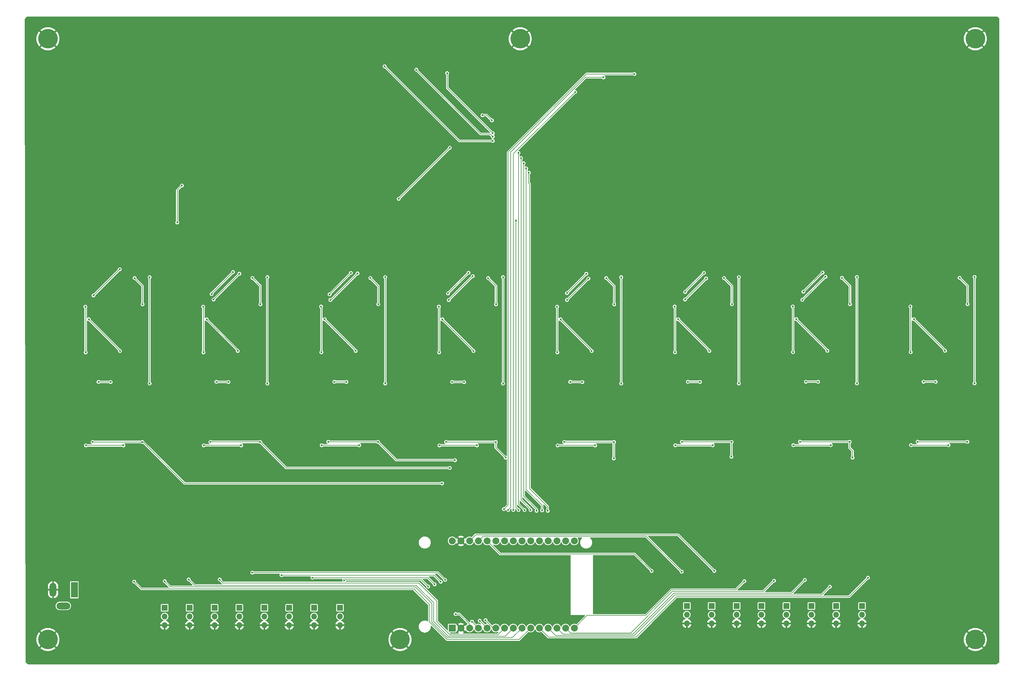
<source format=gbr>
%TF.GenerationSoftware,KiCad,Pcbnew,8.0.5*%
%TF.CreationDate,2024-10-12T11:29:22-07:00*%
%TF.ProjectId,C00000001,43303030-3030-4303-9031-2e6b69636164,A*%
%TF.SameCoordinates,Original*%
%TF.FileFunction,Copper,L2,Bot*%
%TF.FilePolarity,Positive*%
%FSLAX46Y46*%
G04 Gerber Fmt 4.6, Leading zero omitted, Abs format (unit mm)*
G04 Created by KiCad (PCBNEW 8.0.5) date 2024-10-12 11:29:22*
%MOMM*%
%LPD*%
G01*
G04 APERTURE LIST*
%TA.AperFunction,ComponentPad*%
%ADD10C,5.700000*%
%TD*%
%TA.AperFunction,ComponentPad*%
%ADD11R,2.000000X2.000000*%
%TD*%
%TA.AperFunction,ComponentPad*%
%ADD12C,2.000000*%
%TD*%
%TA.AperFunction,ComponentPad*%
%ADD13R,1.700000X1.700000*%
%TD*%
%TA.AperFunction,ComponentPad*%
%ADD14O,1.700000X1.700000*%
%TD*%
%TA.AperFunction,ComponentPad*%
%ADD15R,2.000000X4.500000*%
%TD*%
%TA.AperFunction,ComponentPad*%
%ADD16O,2.000000X4.000000*%
%TD*%
%TA.AperFunction,ComponentPad*%
%ADD17O,4.000000X2.000000*%
%TD*%
%TA.AperFunction,ViaPad*%
%ADD18C,0.600000*%
%TD*%
%TA.AperFunction,Conductor*%
%ADD19C,0.200000*%
%TD*%
G04 APERTURE END LIST*
D10*
%TO.P,H6,1,1*%
%TO.N,GND*%
X203500000Y-41250000D03*
%TD*%
D11*
%TO.P,U1,1,3V3*%
%TO.N,VCC*%
X183690000Y-212900000D03*
D12*
%TO.P,U1,2,GND*%
%TO.N,GND*%
X186230000Y-212900000D03*
%TO.P,U1,3,D15*%
%TO.N,/A0*%
X188770000Y-212900000D03*
%TO.P,U1,4,D2*%
%TO.N,/A1*%
X191310000Y-212900000D03*
%TO.P,U1,5,D4*%
%TO.N,/A2*%
X193850000Y-212900000D03*
%TO.P,U1,6,RX2*%
%TO.N,/A3*%
X196390000Y-212900000D03*
%TO.P,U1,7,TX2*%
%TO.N,/A4*%
X198930000Y-212900000D03*
%TO.P,U1,8,D5*%
%TO.N,/A5*%
X201470000Y-212900000D03*
%TO.P,U1,9,D18*%
%TO.N,/A6*%
X204010000Y-212900000D03*
%TO.P,U1,10,D19*%
%TO.N,/A7*%
X206550000Y-212900000D03*
%TO.P,U1,11,D21*%
%TO.N,/B0*%
X209090000Y-212900000D03*
%TO.P,U1,12,RX0*%
%TO.N,/B1*%
X211630000Y-212900000D03*
%TO.P,U1,13,TX0*%
%TO.N,/B2*%
X214170000Y-212900000D03*
%TO.P,U1,14,D22*%
%TO.N,/B3*%
X216710000Y-212900000D03*
%TO.P,U1,15,D23*%
%TO.N,/B4*%
X219250000Y-212900000D03*
%TO.P,U1,16,EN*%
%TO.N,unconnected-(U1-EN-Pad16)*%
X219250000Y-187500000D03*
%TO.P,U1,17,VP*%
%TO.N,/Cout7*%
X216710000Y-187500000D03*
%TO.P,U1,18,VN*%
%TO.N,/SUM7*%
X214170000Y-187500000D03*
%TO.P,U1,19,D34*%
%TO.N,/SUM6*%
X211630000Y-187500000D03*
%TO.P,U1,20,D35*%
%TO.N,/SUM5*%
X209090000Y-187500000D03*
%TO.P,U1,21,D32*%
%TO.N,/SUM4*%
X206550000Y-187500000D03*
%TO.P,U1,22,D33*%
%TO.N,/SUM3*%
X204010000Y-187500000D03*
%TO.P,U1,23,D25*%
%TO.N,/SUM2*%
X201470000Y-187500000D03*
%TO.P,U1,24,D26*%
%TO.N,/SUM1*%
X198930000Y-187500000D03*
%TO.P,U1,25,D27*%
%TO.N,/SUM0*%
X196390000Y-187500000D03*
%TO.P,U1,26,D14*%
%TO.N,/B7*%
X193850000Y-187500000D03*
%TO.P,U1,27,D12*%
%TO.N,/B6*%
X191310000Y-187500000D03*
%TO.P,U1,28,D13*%
%TO.N,/B5*%
X188770000Y-187500000D03*
%TO.P,U1,29,GND*%
%TO.N,GND*%
X186230000Y-187500000D03*
%TO.P,U1,30,VIN*%
%TO.N,unconnected-(U1-VIN-Pad30)*%
X183690000Y-187500000D03*
%TD*%
D13*
%TO.P,SW7,1,C*%
%TO.N,VCC*%
X259250000Y-206460000D03*
D14*
%TO.P,SW7,2,B*%
%TO.N,/8BitSwitchB/OUT6*%
X259250000Y-209000000D03*
%TO.P,SW7,3,A*%
%TO.N,GND*%
X259250000Y-211540000D03*
%TD*%
D10*
%TO.P,H5,1,1*%
%TO.N,GND*%
X168500000Y-216250000D03*
%TD*%
D13*
%TO.P,SW2,1,C*%
%TO.N,VCC*%
X295500000Y-206460000D03*
D14*
%TO.P,SW2,2,B*%
%TO.N,/8BitSwitchB/OUT1*%
X295500000Y-209000000D03*
%TO.P,SW2,3,A*%
%TO.N,GND*%
X295500000Y-211540000D03*
%TD*%
D13*
%TO.P,SW3,1,C*%
%TO.N,VCC*%
X288250000Y-206460000D03*
D14*
%TO.P,SW3,2,B*%
%TO.N,/8BitSwitchB/OUT2*%
X288250000Y-209000000D03*
%TO.P,SW3,3,A*%
%TO.N,GND*%
X288250000Y-211540000D03*
%TD*%
D13*
%TO.P,SW10,1,C*%
%TO.N,VCC*%
X143500000Y-206975000D03*
D14*
%TO.P,SW10,2,B*%
%TO.N,/8BitSwitchA/OUT1*%
X143500000Y-209515000D03*
%TO.P,SW10,3,A*%
%TO.N,GND*%
X143500000Y-212055000D03*
%TD*%
D13*
%TO.P,SW8,1,C*%
%TO.N,VCC*%
X252000000Y-206460000D03*
D14*
%TO.P,SW8,2,B*%
%TO.N,/8BitSwitchB/OUT7*%
X252000000Y-209000000D03*
%TO.P,SW8,3,A*%
%TO.N,GND*%
X252000000Y-211540000D03*
%TD*%
D13*
%TO.P,SW16,1,C*%
%TO.N,VCC*%
X100000000Y-206975000D03*
D14*
%TO.P,SW16,2,B*%
%TO.N,/8BitSwitchA/OUT7*%
X100000000Y-209515000D03*
%TO.P,SW16,3,A*%
%TO.N,GND*%
X100000000Y-212055000D03*
%TD*%
D10*
%TO.P,H3,1,1*%
%TO.N,GND*%
X336000000Y-216250000D03*
%TD*%
D13*
%TO.P,SW4,1,C*%
%TO.N,VCC*%
X281000000Y-206460000D03*
D14*
%TO.P,SW4,2,B*%
%TO.N,/8BitSwitchB/OUT3*%
X281000000Y-209000000D03*
%TO.P,SW4,3,A*%
%TO.N,GND*%
X281000000Y-211540000D03*
%TD*%
D13*
%TO.P,SW15,1,C*%
%TO.N,VCC*%
X107250000Y-206975000D03*
D14*
%TO.P,SW15,2,B*%
%TO.N,/8BitSwitchA/OUT6*%
X107250000Y-209515000D03*
%TO.P,SW15,3,A*%
%TO.N,GND*%
X107250000Y-212055000D03*
%TD*%
D13*
%TO.P,SW13,1,C*%
%TO.N,VCC*%
X121750000Y-206975000D03*
D14*
%TO.P,SW13,2,B*%
%TO.N,/8BitSwitchA/OUT4*%
X121750000Y-209515000D03*
%TO.P,SW13,3,A*%
%TO.N,GND*%
X121750000Y-212055000D03*
%TD*%
D13*
%TO.P,SW11,1,C*%
%TO.N,VCC*%
X136250000Y-206975000D03*
D14*
%TO.P,SW11,2,B*%
%TO.N,/8BitSwitchA/OUT2*%
X136250000Y-209515000D03*
%TO.P,SW11,3,A*%
%TO.N,GND*%
X136250000Y-212055000D03*
%TD*%
D13*
%TO.P,SW14,1,C*%
%TO.N,VCC*%
X114500000Y-206975000D03*
D14*
%TO.P,SW14,2,B*%
%TO.N,/8BitSwitchA/OUT5*%
X114500000Y-209515000D03*
%TO.P,SW14,3,A*%
%TO.N,GND*%
X114500000Y-212055000D03*
%TD*%
D10*
%TO.P,H4,1,1*%
%TO.N,GND*%
X336000000Y-41250000D03*
%TD*%
%TO.P,H1,1,1*%
%TO.N,GND*%
X66000000Y-216250000D03*
%TD*%
D15*
%TO.P,J1,1,Pin_1*%
%TO.N,VCC*%
X73700000Y-201750000D03*
D16*
%TO.P,J1,2,Pin_2*%
%TO.N,GND*%
X67500000Y-201750000D03*
D17*
%TO.P,J1,3*%
%TO.N,N/C*%
X70500000Y-206450000D03*
%TD*%
D13*
%TO.P,SW1,1,C*%
%TO.N,VCC*%
X303000000Y-206460000D03*
D14*
%TO.P,SW1,2,B*%
%TO.N,/8BitSwitchB/OUT0*%
X303000000Y-209000000D03*
%TO.P,SW1,3,A*%
%TO.N,GND*%
X303000000Y-211540000D03*
%TD*%
D13*
%TO.P,SW9,1,C*%
%TO.N,VCC*%
X151000000Y-206975000D03*
D14*
%TO.P,SW9,2,B*%
%TO.N,/8BitSwitchA/OUT0*%
X151000000Y-209515000D03*
%TO.P,SW9,3,A*%
%TO.N,GND*%
X151000000Y-212055000D03*
%TD*%
D13*
%TO.P,SW12,1,C*%
%TO.N,VCC*%
X129000000Y-206975000D03*
D14*
%TO.P,SW12,2,B*%
%TO.N,/8BitSwitchA/OUT3*%
X129000000Y-209515000D03*
%TO.P,SW12,3,A*%
%TO.N,GND*%
X129000000Y-212055000D03*
%TD*%
D13*
%TO.P,SW6,1,C*%
%TO.N,VCC*%
X266500000Y-206460000D03*
D14*
%TO.P,SW6,2,B*%
%TO.N,/8BitSwitchB/OUT5*%
X266500000Y-209000000D03*
%TO.P,SW6,3,A*%
%TO.N,GND*%
X266500000Y-211540000D03*
%TD*%
D10*
%TO.P,H2,1,1*%
%TO.N,GND*%
X66000000Y-41250000D03*
%TD*%
D13*
%TO.P,SW5,1,C*%
%TO.N,VCC*%
X273750000Y-206460000D03*
D14*
%TO.P,SW5,2,B*%
%TO.N,/8BitSwitchB/OUT4*%
X273750000Y-209000000D03*
%TO.P,SW5,3,A*%
%TO.N,GND*%
X273750000Y-211540000D03*
%TD*%
D18*
%TO.N,GND*%
X266552899Y-127913764D03*
X300922889Y-127884133D03*
X111890521Y-195500000D03*
X197898835Y-127938485D03*
X227362415Y-115936539D03*
X251802899Y-144663764D03*
X183148835Y-144688485D03*
X176411335Y-129875985D03*
X226660889Y-102163065D03*
X148861699Y-144666534D03*
X168250000Y-48000000D03*
X300430024Y-195023833D03*
X178398835Y-103688485D03*
X329533863Y-102110659D03*
X198509809Y-100915011D03*
X128501071Y-87380535D03*
X80238571Y-113693035D03*
X95359884Y-153080126D03*
X163983012Y-153053625D03*
X335172889Y-127884133D03*
X198270148Y-153075576D03*
X178398835Y-143938485D03*
X144111699Y-143916534D03*
X251802899Y-113663764D03*
X138914954Y-195500000D03*
X223091274Y-47985595D03*
X163611699Y-127916534D03*
X124543185Y-141101940D03*
X241068162Y-47989670D03*
X246341204Y-195038237D03*
X255341203Y-195039323D03*
X124344362Y-115932080D03*
X192961335Y-115938485D03*
X80238571Y-144693035D03*
X95599545Y-100919561D03*
X144111699Y-103666534D03*
X296184212Y-141053993D03*
X109781862Y-143932080D03*
X330434212Y-141053993D03*
X266924212Y-153050855D03*
X264408045Y-195023833D03*
X178000000Y-48000000D03*
X164222673Y-100893060D03*
X245065399Y-129851264D03*
X148861699Y-153916534D03*
X295283863Y-102110659D03*
X217549915Y-144686539D03*
X212799915Y-103686539D03*
X281422889Y-103634133D03*
X295985389Y-115884133D03*
X183148835Y-104438485D03*
X212799915Y-143936539D03*
X120888067Y-195500000D03*
X232299915Y-127936539D03*
X313685389Y-129821633D03*
X315672889Y-103634133D03*
X93823680Y-195514404D03*
X75488571Y-103693035D03*
X123642836Y-102158606D03*
X129917407Y-195500000D03*
X320422889Y-144634133D03*
X148861699Y-113666534D03*
X251802899Y-153913764D03*
X80238571Y-153943035D03*
X89349545Y-102169561D03*
X74750000Y-182800000D03*
X320422889Y-153884133D03*
X75488571Y-143943035D03*
X309409366Y-195027908D03*
X147912500Y-195500000D03*
X300238571Y-87443035D03*
X90249894Y-141112895D03*
X261615399Y-115913764D03*
X247052899Y-143913764D03*
X286172889Y-113634133D03*
X73501071Y-129880535D03*
X286172889Y-104384133D03*
X129281862Y-127932080D03*
X158873022Y-141086394D03*
X94988571Y-127943035D03*
X301533863Y-100860659D03*
X186999999Y-48001086D03*
X205064387Y-47985596D03*
X107794362Y-129869580D03*
X197238571Y-87443035D03*
X301294202Y-153021224D03*
X114531862Y-144682080D03*
X217549915Y-113686539D03*
X334488571Y-87443035D03*
X192259809Y-102165011D03*
X183148835Y-153938485D03*
X315672889Y-143884133D03*
X335783863Y-100860659D03*
X80238571Y-104443035D03*
X260913873Y-102140290D03*
X232088820Y-47985595D03*
X282434931Y-195023833D03*
X232910889Y-100913065D03*
X227561238Y-141106399D03*
X90051071Y-115943035D03*
X114531862Y-153932080D03*
X94251071Y-87380535D03*
X114531862Y-113682080D03*
X157972673Y-102143060D03*
X320422889Y-113634133D03*
X129653175Y-153069171D03*
X148861699Y-104416534D03*
X183148835Y-113688485D03*
X279435389Y-129821633D03*
X286172889Y-144634133D03*
X330235389Y-115884133D03*
X320422889Y-104384133D03*
X162801071Y-87505535D03*
X193160158Y-141108345D03*
X114531862Y-104432080D03*
X196066841Y-47985596D03*
X267163873Y-100890290D03*
X156891842Y-195504075D03*
X217549915Y-104436539D03*
X158674199Y-115916534D03*
X102823679Y-195515490D03*
X217549915Y-153936539D03*
X281422889Y-143884133D03*
X247052899Y-103663764D03*
X261814222Y-141083624D03*
X70000000Y-179000000D03*
X142124199Y-129854034D03*
X291432478Y-195023833D03*
X286172889Y-153884133D03*
X214093727Y-47985595D03*
X129892836Y-100908606D03*
X109781862Y-103682080D03*
X335544202Y-153021224D03*
X273405591Y-195023833D03*
X232671228Y-153073630D03*
X231601071Y-87424285D03*
X210812415Y-129874039D03*
X266001071Y-87405535D03*
X251802899Y-104413764D03*
%TO.N,/8-Bit Adder/Adder1/And Gate2/B*%
X282922889Y-132546633D03*
X290209011Y-141170255D03*
X282841639Y-119215383D03*
X286672889Y-141134133D03*
%TO.N,/8-Bit Adder/Adder1/And Gate3/OUT*%
X301522889Y-141621633D03*
X301522889Y-110646633D03*
%TO.N,/8-Bit Adder/Adder1/And Gate2/OUT*%
X299485389Y-118546633D03*
X297172889Y-110884133D03*
%TO.N,/8-Bit Adder/Cout0*%
X292922889Y-132134133D03*
X292363571Y-110568035D03*
X283872889Y-122909133D03*
X285634973Y-117296633D03*
%TO.N,/8-Bit Adder/Adder2/And Gate2/B*%
X255839021Y-141199886D03*
X248552899Y-132576264D03*
X252302899Y-141163764D03*
X248471649Y-119245014D03*
%TO.N,/8-Bit Adder/Adder2/And Gate3/OUT*%
X267152899Y-110676264D03*
X267152899Y-141651264D03*
%TO.N,/8-Bit Adder/Adder2/And Gate2/OUT*%
X262802899Y-110913764D03*
X265115399Y-118576264D03*
%TO.N,/8-Bit Adder/Cout1*%
X285943651Y-114898115D03*
X251488728Y-117193192D03*
X249502899Y-122938764D03*
X291522889Y-109318877D03*
X258552899Y-132163764D03*
X257613728Y-111068192D03*
%TO.N,/8-Bit Adder/Adder3/And Gate2/B*%
X221586037Y-141222661D03*
X218049915Y-141186539D03*
X214218665Y-119267789D03*
X214299915Y-132599039D03*
%TO.N,/8-Bit Adder/Adder3/And Gate3/OUT*%
X232899915Y-141674039D03*
X232899915Y-110699039D03*
%TO.N,/8-Bit Adder/Adder3/And Gate2/OUT*%
X228549915Y-110936539D03*
X230862415Y-118599039D03*
%TO.N,/8-Bit Adder/Cout2*%
X215249915Y-122961539D03*
X223373623Y-111078087D03*
X256988571Y-109443035D03*
X224299915Y-132186539D03*
X217123623Y-117328087D03*
X251523472Y-114977936D03*
%TO.N,/8-Bit Adder/Adder4/And Gate2/B*%
X187184957Y-141224607D03*
X179898835Y-132600985D03*
X183648835Y-141188485D03*
X179817585Y-119269735D03*
%TO.N,/8-Bit Adder/Adder4/And Gate3/OUT*%
X198498835Y-110700985D03*
X198498835Y-141675985D03*
%TO.N,/8-Bit Adder/Adder4/And Gate2/OUT*%
X196461335Y-118600985D03*
X194148835Y-110938485D03*
%TO.N,/8-Bit Adder/Cout3*%
X217113571Y-115318035D03*
X182701591Y-117350985D03*
X222738571Y-109693035D03*
X189898835Y-132188485D03*
X189674056Y-110378520D03*
X180848835Y-122963485D03*
%TO.N,/8-Bit Adder/Adder5/And Gate2/B*%
X149361699Y-141166534D03*
X145611699Y-132579034D03*
X152897821Y-141202656D03*
X145530449Y-119247784D03*
%TO.N,/8-Bit Adder/Adder5/And Gate3/OUT*%
X164211699Y-141654034D03*
X164211699Y-110679034D03*
%TO.N,/8-Bit Adder/Adder5/And Gate2/OUT*%
X162174199Y-118579034D03*
X159861699Y-110916534D03*
%TO.N,/8-Bit Adder/Adder6/And Gate2/B*%
X111200612Y-119263330D03*
X111281862Y-132594580D03*
X115031862Y-141182080D03*
X118567984Y-141218202D03*
%TO.N,/8-Bit Adder/Adder6/And Gate3/OUT*%
X129881862Y-141669580D03*
X129881862Y-110694580D03*
%TO.N,/8-Bit Adder/Adder6/And Gate2/OUT*%
X125531862Y-110932080D03*
X127844362Y-118594580D03*
%TO.N,/8-Bit Adder/Cout5*%
X114237367Y-117191831D03*
X121737367Y-109691831D03*
X112231862Y-122957080D03*
X121281862Y-132182080D03*
X154211699Y-109443035D03*
X147988571Y-115693035D03*
%TO.N,/8-Bit Adder/Adder7/And Gate2/B*%
X80738571Y-141193035D03*
X84274693Y-141229157D03*
X76907321Y-119274285D03*
X76988571Y-132605535D03*
%TO.N,/8-Bit Adder/Adder7/And Gate3/OUT*%
X95588571Y-110705535D03*
X95588571Y-141680535D03*
%TO.N,/8-Bit Adder/Adder7/And Gate2/OUT*%
X93551071Y-118605535D03*
X91238571Y-110943035D03*
%TO.N,/8-Bit Adder/Cout6*%
X77938571Y-122968035D03*
X86919821Y-108374285D03*
X86988571Y-132193035D03*
X119881862Y-109193035D03*
X79294821Y-115999285D03*
X113647111Y-115601575D03*
%TO.N,/8-Bit Adder/Adder4/Cout*%
X146561699Y-122941534D03*
X182458800Y-115413264D03*
X188458800Y-109413264D03*
X148238571Y-117329034D03*
X155611699Y-132166534D03*
X156144512Y-109598976D03*
%TO.N,/8-Bit Adder/Adder0/And Gate2/B*%
X317172889Y-132546633D03*
X320922889Y-141134133D03*
X317091639Y-119215383D03*
X324459011Y-141170255D03*
%TO.N,/8-Bit Adder/Adder0/And Gate3/OUT*%
X335772889Y-110646633D03*
X335772889Y-141621633D03*
%TO.N,/Cout7*%
X211500000Y-178750000D03*
X206000000Y-80250000D03*
X164000000Y-49250000D03*
X195500000Y-71000000D03*
%TO.N,/8-Bit Adder/Cin*%
X318122889Y-122909133D03*
X327172889Y-132134133D03*
%TO.N,/8-Bit Adder/Adder0/And Gate2/OUT*%
X331422889Y-110884133D03*
X333735389Y-118546633D03*
%TO.N,/B2*%
X286375000Y-198875000D03*
X265052899Y-158663764D03*
X250571649Y-158645014D03*
X265000000Y-163000000D03*
%TO.N,/A0*%
X328172889Y-159634133D03*
X152250000Y-199000000D03*
X184685000Y-208815000D03*
X176685000Y-200815000D03*
X317260389Y-159634133D03*
%TO.N,/B3*%
X216318665Y-158667789D03*
X277375000Y-199125000D03*
X230799915Y-158686539D03*
X230750000Y-163500000D03*
%TO.N,/A1*%
X143000000Y-198250000D03*
X189455000Y-211045000D03*
X178580000Y-200170000D03*
X283010389Y-159634133D03*
X293922889Y-159634133D03*
%TO.N,/A2*%
X191725000Y-210775000D03*
X180350000Y-199400000D03*
X248640399Y-159663764D03*
X134000000Y-197500000D03*
X259552899Y-159663764D03*
%TO.N,/A3*%
X214387415Y-159686539D03*
X125500000Y-196750000D03*
X181644239Y-198855761D03*
X193394239Y-210605761D03*
X225299915Y-159686539D03*
%TO.N,/A4*%
X116000000Y-198750000D03*
X190898835Y-159688485D03*
X179986335Y-159688485D03*
%TO.N,/A5*%
X156611699Y-159666534D03*
X145699199Y-159666534D03*
X107000000Y-198750000D03*
%TO.N,/A6*%
X111369362Y-159682080D03*
X100000000Y-199250000D03*
X122281862Y-159682080D03*
%TO.N,/A7*%
X87988571Y-159693035D03*
X77076071Y-159693035D03*
X91125000Y-199375000D03*
%TO.N,/B1*%
X299422889Y-158634133D03*
X284941639Y-158615383D03*
X300250000Y-163250000D03*
X293625000Y-200875000D03*
%TO.N,/B4*%
X199250000Y-163250000D03*
X196398835Y-158688485D03*
X181917585Y-158669735D03*
X268750000Y-199250000D03*
%TO.N,/B0*%
X333672889Y-158634133D03*
X319191639Y-158615383D03*
X304750000Y-198250000D03*
%TO.N,/B7*%
X93488571Y-158693035D03*
X79007321Y-158674285D03*
X180750000Y-170750000D03*
X241750000Y-196250000D03*
%TO.N,/B6*%
X127781862Y-158682080D03*
X113300612Y-158663330D03*
X183000000Y-166250000D03*
X250500000Y-196500000D03*
%TO.N,/B5*%
X147630449Y-158647784D03*
X162111699Y-158666534D03*
X184500000Y-164000000D03*
X260000000Y-196250000D03*
%TO.N,/SUM7*%
X209875000Y-178625000D03*
X195500000Y-69750000D03*
X173250000Y-50250000D03*
X205250000Y-79000000D03*
%TO.N,/SUM2*%
X219500000Y-56750000D03*
X201500000Y-178500000D03*
%TO.N,/SUM5*%
X195250000Y-65000000D03*
X168125000Y-87875000D03*
X206500000Y-178500000D03*
X203750000Y-76000000D03*
X192500000Y-63500000D03*
X183000000Y-73000000D03*
%TO.N,/SUM3*%
X203000000Y-178500000D03*
X202250000Y-94250000D03*
%TO.N,/SUM1*%
X200000000Y-178500000D03*
X227750000Y-52500000D03*
%TO.N,/SUM4*%
X203000000Y-74500000D03*
X204750000Y-178500000D03*
%TO.N,/SUM6*%
X103662500Y-94750000D03*
X208250000Y-178750000D03*
X204500000Y-77500000D03*
X182250000Y-51250000D03*
X105000000Y-84000000D03*
X195500000Y-68750000D03*
%TO.N,/SUM0*%
X198750000Y-178250000D03*
X236750000Y-51500000D03*
%TD*%
D19*
%TO.N,/8-Bit Adder/Adder1/And Gate2/B*%
X290209011Y-141170255D02*
X290172889Y-141134133D01*
X290172889Y-141134133D02*
X286672889Y-141134133D01*
X282922889Y-132546633D02*
X282922889Y-119296633D01*
X282922889Y-119296633D02*
X282841639Y-119215383D01*
%TO.N,/8-Bit Adder/Adder1/And Gate3/OUT*%
X301522889Y-141621633D02*
X301522889Y-110646633D01*
%TO.N,/8-Bit Adder/Adder1/And Gate2/OUT*%
X299485389Y-113196633D02*
X297172889Y-110884133D01*
X299485389Y-118546633D02*
X299485389Y-113196633D01*
%TO.N,/8-Bit Adder/Cout0*%
X292672889Y-131884133D02*
X292672889Y-131709133D01*
X292672889Y-131709133D02*
X283872889Y-122909133D01*
X285634973Y-117296633D02*
X292363571Y-110568035D01*
X292922889Y-132134133D02*
X292672889Y-131884133D01*
%TO.N,/8-Bit Adder/Adder2/And Gate2/B*%
X248552899Y-132576264D02*
X248552899Y-119326264D01*
X248552899Y-119326264D02*
X248471649Y-119245014D01*
X255802899Y-141163764D02*
X252302899Y-141163764D01*
X255839021Y-141199886D02*
X255802899Y-141163764D01*
%TO.N,/8-Bit Adder/Adder2/And Gate3/OUT*%
X267152899Y-141651264D02*
X267152899Y-110676264D01*
%TO.N,/8-Bit Adder/Adder2/And Gate2/OUT*%
X265115399Y-113226264D02*
X262802899Y-110913764D01*
X265115399Y-118576264D02*
X265115399Y-113226264D01*
%TO.N,/8-Bit Adder/Cout1*%
X258552899Y-132163764D02*
X258302899Y-131913764D01*
X258302899Y-131738764D02*
X249502899Y-122938764D01*
X258302899Y-131913764D02*
X258302899Y-131738764D01*
X285943651Y-114898115D02*
X291522889Y-109318877D01*
X251488728Y-117193192D02*
X257613728Y-111068192D01*
%TO.N,/8-Bit Adder/Adder3/And Gate2/B*%
X214299915Y-132599039D02*
X214299915Y-119349039D01*
X221549915Y-141186539D02*
X218049915Y-141186539D01*
X221586037Y-141222661D02*
X221549915Y-141186539D01*
X214299915Y-119349039D02*
X214218665Y-119267789D01*
%TO.N,/8-Bit Adder/Adder3/And Gate3/OUT*%
X232899915Y-141674039D02*
X232899915Y-110699039D01*
%TO.N,/8-Bit Adder/Adder3/And Gate2/OUT*%
X230862415Y-118599039D02*
X230862415Y-113249039D01*
X230862415Y-113249039D02*
X228549915Y-110936539D01*
%TO.N,/8-Bit Adder/Cout2*%
X251523472Y-114977936D02*
X251523472Y-114908134D01*
X224049915Y-131936539D02*
X224049915Y-131761539D01*
X224299915Y-132186539D02*
X224049915Y-131936539D01*
X224049915Y-131761539D02*
X215249915Y-122961539D01*
X217123623Y-117328087D02*
X223373623Y-111078087D01*
X251523472Y-114908134D02*
X256988571Y-109443035D01*
%TO.N,/8-Bit Adder/Adder4/And Gate2/B*%
X179898835Y-132600985D02*
X179898835Y-119350985D01*
X187184957Y-141224607D02*
X187148835Y-141188485D01*
X179898835Y-119350985D02*
X179817585Y-119269735D01*
X187148835Y-141188485D02*
X183648835Y-141188485D01*
%TO.N,/8-Bit Adder/Adder4/And Gate3/OUT*%
X198498835Y-141675985D02*
X198498835Y-110700985D01*
%TO.N,/8-Bit Adder/Adder4/And Gate2/OUT*%
X196461335Y-113250985D02*
X194148835Y-110938485D01*
X196461335Y-118600985D02*
X196461335Y-113250985D01*
%TO.N,/8-Bit Adder/Cout3*%
X189648835Y-131938485D02*
X189648835Y-131763485D01*
X189648835Y-131763485D02*
X180848835Y-122963485D01*
X189898835Y-132188485D02*
X189648835Y-131938485D01*
X217113571Y-115318035D02*
X222738571Y-109693035D01*
X182701591Y-117350985D02*
X189674056Y-110378520D01*
%TO.N,/8-Bit Adder/Adder5/And Gate2/B*%
X145611699Y-132579034D02*
X145611699Y-119329034D01*
X152861699Y-141166534D02*
X149361699Y-141166534D01*
X145611699Y-119329034D02*
X145530449Y-119247784D01*
X152897821Y-141202656D02*
X152861699Y-141166534D01*
%TO.N,/8-Bit Adder/Adder5/And Gate3/OUT*%
X164211699Y-141654034D02*
X164211699Y-110679034D01*
%TO.N,/8-Bit Adder/Adder5/And Gate2/OUT*%
X162174199Y-118579034D02*
X162174199Y-113229034D01*
X162174199Y-113229034D02*
X159861699Y-110916534D01*
%TO.N,/8-Bit Adder/Adder6/And Gate2/B*%
X118531862Y-141182080D02*
X115031862Y-141182080D01*
X111281862Y-119344580D02*
X111200612Y-119263330D01*
X111281862Y-132594580D02*
X111281862Y-119344580D01*
X118567984Y-141218202D02*
X118531862Y-141182080D01*
%TO.N,/8-Bit Adder/Adder6/And Gate3/OUT*%
X129881862Y-141669580D02*
X129881862Y-110694580D01*
%TO.N,/8-Bit Adder/Adder6/And Gate2/OUT*%
X127844362Y-113244580D02*
X125531862Y-110932080D01*
X127844362Y-118594580D02*
X127844362Y-113244580D01*
%TO.N,/8-Bit Adder/Cout5*%
X114237367Y-117191831D02*
X121737367Y-109691831D01*
X121031862Y-131932080D02*
X121031862Y-131757080D01*
X148238571Y-115416163D02*
X154211699Y-109443035D01*
X121031862Y-131757080D02*
X112231862Y-122957080D01*
X147988571Y-115693035D02*
X148238571Y-115443035D01*
X121281862Y-132182080D02*
X121031862Y-131932080D01*
X148238571Y-115443035D02*
X148238571Y-115416163D01*
%TO.N,/8-Bit Adder/Adder7/And Gate2/B*%
X84274693Y-141229157D02*
X84238571Y-141193035D01*
X76988571Y-132605535D02*
X76988571Y-119355535D01*
X76988571Y-119355535D02*
X76907321Y-119274285D01*
X84238571Y-141193035D02*
X80738571Y-141193035D01*
%TO.N,/8-Bit Adder/Adder7/And Gate3/OUT*%
X95588571Y-141680535D02*
X95588571Y-110705535D01*
%TO.N,/8-Bit Adder/Adder7/And Gate2/OUT*%
X93551071Y-113255535D02*
X91238571Y-110943035D01*
X93551071Y-118605535D02*
X93551071Y-113255535D01*
%TO.N,/8-Bit Adder/Cout6*%
X86738571Y-131768035D02*
X77938571Y-122968035D01*
X113647111Y-115427786D02*
X119881862Y-109193035D01*
X86988571Y-132193035D02*
X86738571Y-131943035D01*
X113647111Y-115601575D02*
X113647111Y-115427786D01*
X86738571Y-131943035D02*
X86738571Y-131768035D01*
X79294821Y-115999285D02*
X86919821Y-108374285D01*
%TO.N,/8-Bit Adder/Adder4/Cout*%
X155611699Y-132166534D02*
X155361699Y-131916534D01*
X148414454Y-117329034D02*
X156144512Y-109598976D01*
X155361699Y-131741534D02*
X146561699Y-122941534D01*
X148238571Y-117329034D02*
X148414454Y-117329034D01*
X182458800Y-115413264D02*
X188458800Y-109413264D01*
X155361699Y-131916534D02*
X155361699Y-131741534D01*
%TO.N,/8-Bit Adder/Adder0/And Gate2/B*%
X317172889Y-132546633D02*
X317172889Y-119296633D01*
X324422889Y-141134133D02*
X320922889Y-141134133D01*
X317172889Y-119296633D02*
X317091639Y-119215383D01*
X324459011Y-141170255D02*
X324422889Y-141134133D01*
%TO.N,/8-Bit Adder/Adder0/And Gate3/OUT*%
X335772889Y-141621633D02*
X335772889Y-110646633D01*
%TO.N,/Cout7*%
X206000000Y-80250000D02*
X206000000Y-83250000D01*
X206250000Y-83500000D02*
X206250000Y-172250000D01*
X185750000Y-71000000D02*
X164000000Y-49250000D01*
X206250000Y-172250000D02*
X211500000Y-177500000D01*
X206000000Y-83250000D02*
X206250000Y-83500000D01*
X211500000Y-177500000D02*
X211500000Y-178750000D01*
X195500000Y-71000000D02*
X185750000Y-71000000D01*
%TO.N,/8-Bit Adder/Cin*%
X326922889Y-131884133D02*
X326922889Y-131709133D01*
X326922889Y-131709133D02*
X318122889Y-122909133D01*
X327172889Y-132134133D02*
X326922889Y-131884133D01*
%TO.N,/8-Bit Adder/Adder0/And Gate2/OUT*%
X333735389Y-113196633D02*
X331422889Y-110884133D01*
X333735389Y-118546633D02*
X333735389Y-113196633D01*
%TO.N,/B2*%
X250590399Y-158663764D02*
X250571649Y-158645014D01*
X282500000Y-202750000D02*
X282875000Y-202375000D01*
X216000000Y-214730000D02*
X236270000Y-214730000D01*
X214170000Y-212900000D02*
X216000000Y-214730000D01*
X265052899Y-158663764D02*
X250590399Y-158663764D01*
X265000000Y-163000000D02*
X265000000Y-158665221D01*
X282875000Y-202375000D02*
X286375000Y-198875000D01*
X248250000Y-202750000D02*
X282500000Y-202750000D01*
X265000000Y-158665221D02*
X265021037Y-158644184D01*
X236270000Y-214730000D02*
X248250000Y-202750000D01*
%TO.N,/A0*%
X328172889Y-159634133D02*
X317260389Y-159634133D01*
X176685000Y-200815000D02*
X174620000Y-198750000D01*
X152500000Y-198750000D02*
X152250000Y-199000000D01*
X185815000Y-208815000D02*
X184685000Y-208815000D01*
X188770000Y-212900000D02*
X188770000Y-211770000D01*
X188770000Y-211770000D02*
X185815000Y-208815000D01*
X174620000Y-198750000D02*
X152500000Y-198750000D01*
%TO.N,/B3*%
X230750000Y-163500000D02*
X230750000Y-158685012D01*
X218140000Y-214330000D02*
X235670000Y-214330000D01*
X216337415Y-158686539D02*
X216318665Y-158667789D01*
X230750000Y-158685012D02*
X230768053Y-158666959D01*
X235670000Y-214330000D02*
X247750000Y-202250000D01*
X247750000Y-202250000D02*
X274250000Y-202250000D01*
X274250000Y-202250000D02*
X277375000Y-199125000D01*
X216710000Y-212900000D02*
X218140000Y-214330000D01*
X230799915Y-158686539D02*
X216337415Y-158686539D01*
%TO.N,/A1*%
X191310000Y-212900000D02*
X189455000Y-211045000D01*
X178580000Y-200170000D02*
X176660000Y-198250000D01*
X293922889Y-159634133D02*
X283010389Y-159634133D01*
X176660000Y-198250000D02*
X143000000Y-198250000D01*
%TO.N,/A2*%
X180350000Y-199400000D02*
X178450000Y-197500000D01*
X178450000Y-197500000D02*
X134000000Y-197500000D01*
X193850000Y-212900000D02*
X191725000Y-210775000D01*
X259552899Y-159663764D02*
X248640399Y-159663764D01*
%TO.N,/A3*%
X196390000Y-212900000D02*
X195688478Y-212900000D01*
X179538478Y-196750000D02*
X126000000Y-196750000D01*
X195688478Y-212900000D02*
X193394239Y-210605761D01*
X181644239Y-198855761D02*
X179538478Y-196750000D01*
X126000000Y-196750000D02*
X125500000Y-196750000D01*
X225299915Y-159686539D02*
X214387415Y-159686539D01*
%TO.N,/A4*%
X183040000Y-214850000D02*
X179250000Y-211060000D01*
X190898835Y-159688485D02*
X179986335Y-159688485D01*
X174000000Y-199750000D02*
X117000000Y-199750000D01*
X179250000Y-211060000D02*
X179250000Y-205000000D01*
X117000000Y-199750000D02*
X116000000Y-198750000D01*
X198930000Y-212900000D02*
X196980000Y-214850000D01*
X179250000Y-205000000D02*
X174000000Y-199750000D01*
X196980000Y-214850000D02*
X183040000Y-214850000D01*
%TO.N,/A5*%
X178250000Y-211000000D02*
X178250000Y-205500000D01*
X199120000Y-215250000D02*
X182500000Y-215250000D01*
X108750000Y-200500000D02*
X107000000Y-198750000D01*
X201470000Y-212900000D02*
X199120000Y-215250000D01*
X156611699Y-159666534D02*
X145699199Y-159666534D01*
X173250000Y-200500000D02*
X108750000Y-200500000D01*
X178250000Y-205500000D02*
X173250000Y-200500000D01*
X182500000Y-215250000D02*
X178250000Y-211000000D01*
%TO.N,/A6*%
X172650000Y-200900000D02*
X101650000Y-200900000D01*
X172750000Y-201000000D02*
X172650000Y-200900000D01*
X177750000Y-205750000D02*
X173000000Y-201000000D01*
X122281862Y-159682080D02*
X111369362Y-159682080D01*
X173000000Y-201000000D02*
X172750000Y-201000000D01*
X201160000Y-215750000D02*
X182250000Y-215750000D01*
X182250000Y-215750000D02*
X177750000Y-211250000D01*
X177750000Y-211250000D02*
X177750000Y-205750000D01*
X204010000Y-212900000D02*
X201160000Y-215750000D01*
X101650000Y-200900000D02*
X100000000Y-199250000D01*
%TO.N,/A7*%
X172750000Y-201500000D02*
X93250000Y-201500000D01*
X87988571Y-159693035D02*
X77076071Y-159693035D01*
X203200000Y-216250000D02*
X182184314Y-216250000D01*
X206550000Y-212900000D02*
X203200000Y-216250000D01*
X93250000Y-201500000D02*
X91125000Y-199375000D01*
X177000000Y-206000000D02*
X172750000Y-201750000D01*
X172750000Y-201750000D02*
X172750000Y-201500000D01*
X177000000Y-211065686D02*
X177000000Y-206000000D01*
X182184314Y-216250000D02*
X177000000Y-211065686D01*
%TO.N,/B1*%
X291250000Y-203250000D02*
X293625000Y-200875000D01*
X299391027Y-160391027D02*
X299391027Y-158614553D01*
X300250000Y-161250000D02*
X299391027Y-160391027D01*
X236620000Y-215130000D02*
X248500000Y-203250000D01*
X248500000Y-203250000D02*
X291250000Y-203250000D01*
X213860000Y-215130000D02*
X236620000Y-215130000D01*
X299391027Y-158614553D02*
X298500000Y-158614553D01*
X300250000Y-161250000D02*
X300250000Y-163250000D01*
X211630000Y-212900000D02*
X213860000Y-215130000D01*
X284960389Y-158634133D02*
X284941639Y-158615383D01*
X298500000Y-158614553D02*
X284928527Y-158614553D01*
X299422889Y-158634133D02*
X284960389Y-158634133D01*
%TO.N,/B4*%
X247500000Y-201750000D02*
X266250000Y-201750000D01*
X196366973Y-160366973D02*
X196366973Y-158668905D01*
X222940000Y-209210000D02*
X240040000Y-209210000D01*
X196398835Y-158688485D02*
X181936335Y-158688485D01*
X199250000Y-163250000D02*
X196366973Y-160366973D01*
X266250000Y-201750000D02*
X268750000Y-199250000D01*
X219250000Y-212900000D02*
X222940000Y-209210000D01*
X240040000Y-209210000D02*
X247500000Y-201750000D01*
X181936335Y-158688485D02*
X181917585Y-158669735D01*
%TO.N,/B0*%
X319210389Y-158634133D02*
X319191639Y-158615383D01*
X249000000Y-203750000D02*
X299250000Y-203750000D01*
X333672889Y-158634133D02*
X319210389Y-158634133D01*
X209090000Y-212900000D02*
X211720000Y-215530000D01*
X237220000Y-215530000D02*
X249000000Y-203750000D01*
X211720000Y-215530000D02*
X237220000Y-215530000D01*
X299250000Y-203750000D02*
X304750000Y-198250000D01*
%TO.N,/B7*%
X197670000Y-191320000D02*
X236820000Y-191320000D01*
X79026071Y-158693035D02*
X79007321Y-158674285D01*
X105750000Y-170750000D02*
X93673455Y-158673455D01*
X236820000Y-191320000D02*
X241750000Y-196250000D01*
X93673455Y-158673455D02*
X93456709Y-158673455D01*
X180750000Y-170750000D02*
X105750000Y-170750000D01*
X193850000Y-187500000D02*
X197670000Y-191320000D01*
X93488571Y-158693035D02*
X79026071Y-158693035D01*
%TO.N,/B6*%
X183000000Y-166250000D02*
X135337500Y-166250000D01*
X113319362Y-158682080D02*
X113300612Y-158663330D01*
X192690000Y-186120000D02*
X240120000Y-186120000D01*
X127781862Y-158682080D02*
X113319362Y-158682080D01*
X135337500Y-166250000D02*
X127750000Y-158662500D01*
X191310000Y-187500000D02*
X192690000Y-186120000D01*
X240120000Y-186120000D02*
X250500000Y-196500000D01*
%TO.N,/B5*%
X188770000Y-187500000D02*
X190550000Y-185720000D01*
X184500000Y-164000000D02*
X167432883Y-164000000D01*
X167432883Y-164000000D02*
X162079837Y-158646954D01*
X190550000Y-185720000D02*
X249470000Y-185720000D01*
X147649199Y-158666534D02*
X147630449Y-158647784D01*
X249470000Y-185720000D02*
X260000000Y-196250000D01*
X162111699Y-158666534D02*
X147649199Y-158666534D01*
%TO.N,/SUM7*%
X194750000Y-69000000D02*
X192000000Y-69000000D01*
X195500000Y-69750000D02*
X194750000Y-69000000D01*
X205250000Y-172500000D02*
X205250000Y-79000000D01*
X209875000Y-177125000D02*
X205250000Y-172500000D01*
X209875000Y-178625000D02*
X209875000Y-177125000D01*
X192000000Y-69000000D02*
X173250000Y-50250000D01*
%TO.N,/SUM2*%
X201500000Y-178500000D02*
X201500000Y-74750000D01*
X201500000Y-74750000D02*
X219500000Y-56750000D01*
%TO.N,/SUM5*%
X193750000Y-63500000D02*
X192500000Y-63500000D01*
X195250000Y-65000000D02*
X193750000Y-63500000D01*
X168125000Y-87875000D02*
X183000000Y-73000000D01*
X203750000Y-175500000D02*
X206500000Y-178250000D01*
X206500000Y-178250000D02*
X206500000Y-178500000D01*
X203750000Y-76000000D02*
X203750000Y-175500000D01*
%TO.N,/SUM3*%
X203000000Y-178500000D02*
X202250000Y-177750000D01*
X202250000Y-177750000D02*
X202250000Y-94250000D01*
%TO.N,/SUM1*%
X200000000Y-178500000D02*
X200750000Y-177750000D01*
X222500000Y-52500000D02*
X227750000Y-52500000D01*
X200750000Y-177750000D02*
X200750000Y-74250000D01*
X200750000Y-74250000D02*
X222500000Y-52500000D01*
%TO.N,/SUM4*%
X204750000Y-178500000D02*
X203000000Y-176750000D01*
X203000000Y-170500000D02*
X203000000Y-74500000D01*
X203000000Y-176750000D02*
X203000000Y-170500000D01*
%TO.N,/SUM6*%
X204500000Y-174500000D02*
X204500000Y-77500000D01*
X182250000Y-55500000D02*
X182250000Y-51250000D01*
X208250000Y-178250000D02*
X204500000Y-174500000D01*
X103662500Y-94750000D02*
X103662500Y-85337500D01*
X208250000Y-178750000D02*
X208250000Y-178250000D01*
X103662500Y-85337500D02*
X105000000Y-84000000D01*
X195500000Y-68750000D02*
X182250000Y-55500000D01*
%TO.N,/SUM0*%
X200000000Y-74500000D02*
X200000000Y-74250000D01*
X200000000Y-177000000D02*
X200000000Y-74500000D01*
X200000000Y-74250000D02*
X222750000Y-51500000D01*
X222750000Y-51500000D02*
X236750000Y-51500000D01*
X198750000Y-178250000D02*
X200000000Y-177000000D01*
%TD*%
%TA.AperFunction,Conductor*%
%TO.N,GND*%
G36*
X185754755Y-213096853D02*
G01*
X185821898Y-213213147D01*
X185916853Y-213308102D01*
X186033147Y-213375245D01*
X186092424Y-213391128D01*
X185359942Y-214123609D01*
X185406768Y-214160055D01*
X185406770Y-214160056D01*
X185603360Y-214266445D01*
X185652951Y-214315664D01*
X185668059Y-214383881D01*
X185643889Y-214449437D01*
X185588113Y-214491518D01*
X185544343Y-214499500D01*
X183236543Y-214499500D01*
X183169504Y-214479815D01*
X183148862Y-214463181D01*
X183047862Y-214362181D01*
X183014377Y-214300858D01*
X183019361Y-214231166D01*
X183061233Y-214175233D01*
X183126697Y-214150816D01*
X183135543Y-214150500D01*
X184714676Y-214150500D01*
X184714677Y-214150499D01*
X184787740Y-214135966D01*
X184870601Y-214080601D01*
X184925966Y-213997740D01*
X184940500Y-213924674D01*
X184940500Y-213887309D01*
X184960185Y-213820270D01*
X184976819Y-213799628D01*
X185738871Y-213037575D01*
X185754755Y-213096853D01*
G37*
%TD.AperFunction*%
%TA.AperFunction,Conductor*%
G36*
X187453434Y-213769882D02*
G01*
X187545816Y-213628484D01*
X187598962Y-213583127D01*
X187668194Y-213573704D01*
X187731529Y-213603206D01*
X187751198Y-213625182D01*
X187759236Y-213636661D01*
X187808402Y-213706877D01*
X187963123Y-213861598D01*
X188142361Y-213987102D01*
X188340670Y-214079575D01*
X188552023Y-214136207D01*
X188734926Y-214152208D01*
X188769998Y-214155277D01*
X188770000Y-214155277D01*
X188770002Y-214155277D01*
X188798254Y-214152805D01*
X188987977Y-214136207D01*
X189199330Y-214079575D01*
X189397639Y-213987102D01*
X189576877Y-213861598D01*
X189731598Y-213706877D01*
X189857102Y-213527639D01*
X189927618Y-213376414D01*
X189973790Y-213323977D01*
X190040984Y-213304825D01*
X190107865Y-213325041D01*
X190152381Y-213376414D01*
X190222898Y-213527639D01*
X190348402Y-213706877D01*
X190503123Y-213861598D01*
X190682361Y-213987102D01*
X190880670Y-214079575D01*
X191092023Y-214136207D01*
X191274926Y-214152208D01*
X191309998Y-214155277D01*
X191310000Y-214155277D01*
X191310002Y-214155277D01*
X191338254Y-214152805D01*
X191527977Y-214136207D01*
X191739330Y-214079575D01*
X191937639Y-213987102D01*
X192116877Y-213861598D01*
X192271598Y-213706877D01*
X192397102Y-213527639D01*
X192467618Y-213376414D01*
X192513790Y-213323977D01*
X192580984Y-213304825D01*
X192647865Y-213325041D01*
X192692381Y-213376414D01*
X192762898Y-213527639D01*
X192888402Y-213706877D01*
X193043123Y-213861598D01*
X193222361Y-213987102D01*
X193420670Y-214079575D01*
X193632023Y-214136207D01*
X193814926Y-214152208D01*
X193849998Y-214155277D01*
X193850000Y-214155277D01*
X193850002Y-214155277D01*
X193878254Y-214152805D01*
X194067977Y-214136207D01*
X194279330Y-214079575D01*
X194477639Y-213987102D01*
X194656877Y-213861598D01*
X194811598Y-213706877D01*
X194937102Y-213527639D01*
X195007618Y-213376414D01*
X195053790Y-213323977D01*
X195120984Y-213304825D01*
X195187865Y-213325041D01*
X195232381Y-213376414D01*
X195302898Y-213527639D01*
X195428402Y-213706877D01*
X195583123Y-213861598D01*
X195762361Y-213987102D01*
X195960670Y-214079575D01*
X196172023Y-214136207D01*
X196354926Y-214152208D01*
X196389998Y-214155277D01*
X196390000Y-214155277D01*
X196390002Y-214155277D01*
X196418254Y-214152805D01*
X196607977Y-214136207D01*
X196819330Y-214079575D01*
X196997833Y-213996337D01*
X197066906Y-213985846D01*
X197130690Y-214014365D01*
X197168930Y-214072842D01*
X197169485Y-214142709D01*
X197137916Y-214196401D01*
X197067873Y-214266445D01*
X196871135Y-214463182D01*
X196809815Y-214496666D01*
X196783456Y-214499500D01*
X186915657Y-214499500D01*
X186848618Y-214479815D01*
X186802863Y-214427011D01*
X186792919Y-214357853D01*
X186821944Y-214294297D01*
X186856640Y-214266445D01*
X187053228Y-214160057D01*
X187053231Y-214160055D01*
X187100056Y-214123609D01*
X186367575Y-213391128D01*
X186426853Y-213375245D01*
X186543147Y-213308102D01*
X186638102Y-213213147D01*
X186705245Y-213096853D01*
X186721127Y-213037575D01*
X187453434Y-213769882D01*
G37*
%TD.AperFunction*%
%TA.AperFunction,Conductor*%
G36*
X342353725Y-34769685D02*
G01*
X342356762Y-34771700D01*
X342405512Y-34805094D01*
X342414653Y-34811997D01*
X342448073Y-34839749D01*
X342690035Y-35040671D01*
X342698499Y-35048387D01*
X342951612Y-35301500D01*
X342959321Y-35309956D01*
X342971395Y-35324496D01*
X342999081Y-35388643D01*
X343000000Y-35403714D01*
X343000000Y-222744563D01*
X342980315Y-222811602D01*
X342967878Y-222827836D01*
X342905388Y-222896783D01*
X342896783Y-222905388D01*
X342633175Y-223144308D01*
X342623769Y-223152028D01*
X342337999Y-223363969D01*
X342327881Y-223370729D01*
X342174857Y-223462449D01*
X342145050Y-223480315D01*
X342141641Y-223482358D01*
X342077892Y-223500000D01*
X60313198Y-223500000D01*
X60246159Y-223480315D01*
X60245663Y-223479995D01*
X60095445Y-223382442D01*
X60084944Y-223374813D01*
X59830706Y-223168935D01*
X59821061Y-223160250D01*
X59589749Y-222928938D01*
X59581064Y-222919293D01*
X59562836Y-222896783D01*
X59526670Y-222852122D01*
X59499779Y-222787637D01*
X59499038Y-222774284D01*
X59490397Y-216249997D01*
X62645080Y-216249997D01*
X62645080Y-216250002D01*
X62664746Y-216612728D01*
X62723517Y-216971214D01*
X62723519Y-216971222D01*
X62820695Y-217321220D01*
X62820697Y-217321227D01*
X62955152Y-217658684D01*
X62955161Y-217658702D01*
X63125316Y-217979647D01*
X63125318Y-217979651D01*
X63329170Y-218280309D01*
X63329177Y-218280319D01*
X63460969Y-218435475D01*
X63460970Y-218435475D01*
X64705747Y-217190697D01*
X64779588Y-217292330D01*
X64957670Y-217470412D01*
X65059300Y-217544251D01*
X63811888Y-218791662D01*
X63811888Y-218791664D01*
X63828070Y-218806992D01*
X63828071Y-218806993D01*
X64117266Y-219026832D01*
X64117282Y-219026843D01*
X64428522Y-219214109D01*
X64428535Y-219214116D01*
X64758205Y-219366639D01*
X64758210Y-219366640D01*
X65102461Y-219482632D01*
X65457235Y-219560724D01*
X65818366Y-219599999D01*
X65818374Y-219600000D01*
X66181626Y-219600000D01*
X66181633Y-219599999D01*
X66542764Y-219560724D01*
X66897538Y-219482632D01*
X67241789Y-219366640D01*
X67241794Y-219366639D01*
X67571464Y-219214116D01*
X67571477Y-219214109D01*
X67882717Y-219026843D01*
X67882733Y-219026832D01*
X68171929Y-218806992D01*
X68188110Y-218791664D01*
X68188110Y-218791663D01*
X66940698Y-217544251D01*
X67042330Y-217470412D01*
X67220412Y-217292330D01*
X67294251Y-217190698D01*
X68539028Y-218435475D01*
X68539029Y-218435475D01*
X68670827Y-218280311D01*
X68670838Y-218280297D01*
X68874681Y-217979651D01*
X68874683Y-217979647D01*
X69044838Y-217658702D01*
X69044847Y-217658684D01*
X69179302Y-217321227D01*
X69179304Y-217321220D01*
X69276480Y-216971222D01*
X69276482Y-216971214D01*
X69335253Y-216612728D01*
X69354920Y-216250002D01*
X69354920Y-216249997D01*
X165145080Y-216249997D01*
X165145080Y-216250002D01*
X165164746Y-216612728D01*
X165223517Y-216971214D01*
X165223519Y-216971222D01*
X165320695Y-217321220D01*
X165320697Y-217321227D01*
X165455152Y-217658684D01*
X165455161Y-217658702D01*
X165625316Y-217979647D01*
X165625318Y-217979651D01*
X165829170Y-218280309D01*
X165829177Y-218280319D01*
X165960969Y-218435475D01*
X165960970Y-218435475D01*
X167205748Y-217190698D01*
X167279588Y-217292330D01*
X167457670Y-217470412D01*
X167559300Y-217544251D01*
X166311888Y-218791662D01*
X166311888Y-218791664D01*
X166328070Y-218806992D01*
X166328071Y-218806993D01*
X166617266Y-219026832D01*
X166617282Y-219026843D01*
X166928522Y-219214109D01*
X166928535Y-219214116D01*
X167258205Y-219366639D01*
X167258210Y-219366640D01*
X167602461Y-219482632D01*
X167957235Y-219560724D01*
X168318366Y-219599999D01*
X168318374Y-219600000D01*
X168681626Y-219600000D01*
X168681633Y-219599999D01*
X169042764Y-219560724D01*
X169397538Y-219482632D01*
X169741789Y-219366640D01*
X169741794Y-219366639D01*
X170071464Y-219214116D01*
X170071477Y-219214109D01*
X170382717Y-219026843D01*
X170382733Y-219026832D01*
X170671929Y-218806992D01*
X170688110Y-218791664D01*
X170688110Y-218791663D01*
X169440698Y-217544251D01*
X169542330Y-217470412D01*
X169720412Y-217292330D01*
X169794251Y-217190698D01*
X171039028Y-218435475D01*
X171039029Y-218435475D01*
X171170827Y-218280311D01*
X171170838Y-218280297D01*
X171374681Y-217979651D01*
X171374683Y-217979647D01*
X171544838Y-217658702D01*
X171544847Y-217658684D01*
X171679302Y-217321227D01*
X171679304Y-217321220D01*
X171776480Y-216971222D01*
X171776482Y-216971214D01*
X171835253Y-216612728D01*
X171854920Y-216250002D01*
X171854920Y-216249997D01*
X171835253Y-215887271D01*
X171776482Y-215528785D01*
X171776480Y-215528777D01*
X171679304Y-215178779D01*
X171679302Y-215178772D01*
X171544847Y-214841315D01*
X171544838Y-214841297D01*
X171374683Y-214520352D01*
X171374681Y-214520348D01*
X171170829Y-214219690D01*
X171170822Y-214219680D01*
X171039029Y-214064523D01*
X171039028Y-214064523D01*
X169794251Y-215309300D01*
X169720412Y-215207670D01*
X169542330Y-215029588D01*
X169440698Y-214955748D01*
X170688110Y-213708336D01*
X170688110Y-213708334D01*
X170671929Y-213693007D01*
X170671928Y-213693006D01*
X170382733Y-213473167D01*
X170382717Y-213473156D01*
X170071477Y-213285890D01*
X170071464Y-213285883D01*
X169741794Y-213133360D01*
X169741789Y-213133359D01*
X169397538Y-213017367D01*
X169042764Y-212939275D01*
X168681633Y-212900000D01*
X168318366Y-212900000D01*
X167957235Y-212939275D01*
X167602461Y-213017367D01*
X167258210Y-213133359D01*
X167258205Y-213133360D01*
X166928535Y-213285883D01*
X166928522Y-213285890D01*
X166617282Y-213473156D01*
X166617266Y-213473167D01*
X166328075Y-213693002D01*
X166311888Y-213708335D01*
X166311887Y-213708335D01*
X167559301Y-214955748D01*
X167457670Y-215029588D01*
X167279588Y-215207670D01*
X167205748Y-215309300D01*
X165960970Y-214064522D01*
X165960969Y-214064523D01*
X165829177Y-214219680D01*
X165829170Y-214219690D01*
X165625318Y-214520348D01*
X165625316Y-214520352D01*
X165455161Y-214841297D01*
X165455152Y-214841315D01*
X165320697Y-215178772D01*
X165320695Y-215178779D01*
X165223519Y-215528777D01*
X165223517Y-215528785D01*
X165164746Y-215887271D01*
X165145080Y-216249997D01*
X69354920Y-216249997D01*
X69335253Y-215887271D01*
X69276482Y-215528785D01*
X69276480Y-215528777D01*
X69179304Y-215178779D01*
X69179302Y-215178772D01*
X69044847Y-214841315D01*
X69044838Y-214841297D01*
X68874683Y-214520352D01*
X68874681Y-214520348D01*
X68670829Y-214219690D01*
X68670822Y-214219680D01*
X68539029Y-214064523D01*
X68539028Y-214064523D01*
X67294251Y-215309300D01*
X67220412Y-215207670D01*
X67042330Y-215029588D01*
X66940698Y-214955748D01*
X68188110Y-213708336D01*
X68188110Y-213708334D01*
X68171929Y-213693007D01*
X68171928Y-213693006D01*
X67882733Y-213473167D01*
X67882717Y-213473156D01*
X67571477Y-213285890D01*
X67571464Y-213285883D01*
X67241794Y-213133360D01*
X67241789Y-213133359D01*
X66897538Y-213017367D01*
X66542764Y-212939275D01*
X66181633Y-212900000D01*
X65818366Y-212900000D01*
X65457235Y-212939275D01*
X65102461Y-213017367D01*
X64758210Y-213133359D01*
X64758205Y-213133360D01*
X64428535Y-213285883D01*
X64428522Y-213285890D01*
X64117282Y-213473156D01*
X64117266Y-213473167D01*
X63828075Y-213693002D01*
X63811888Y-213708335D01*
X63811887Y-213708335D01*
X65059301Y-214955748D01*
X64957670Y-215029588D01*
X64779588Y-215207670D01*
X64705748Y-215309300D01*
X63460970Y-214064522D01*
X63460969Y-214064523D01*
X63329177Y-214219680D01*
X63329170Y-214219690D01*
X63125318Y-214520348D01*
X63125316Y-214520352D01*
X62955161Y-214841297D01*
X62955152Y-214841315D01*
X62820697Y-215178772D01*
X62820695Y-215178779D01*
X62723519Y-215528777D01*
X62723517Y-215528785D01*
X62664746Y-215887271D01*
X62645080Y-216249997D01*
X59490397Y-216249997D01*
X59484510Y-211804999D01*
X98669364Y-211804999D01*
X98669364Y-211805000D01*
X99566988Y-211805000D01*
X99534075Y-211862007D01*
X99500000Y-211989174D01*
X99500000Y-212120826D01*
X99534075Y-212247993D01*
X99566988Y-212305000D01*
X98669364Y-212305000D01*
X98726567Y-212518486D01*
X98726570Y-212518492D01*
X98826399Y-212732578D01*
X98961894Y-212926082D01*
X99128917Y-213093105D01*
X99322421Y-213228600D01*
X99536507Y-213328429D01*
X99536516Y-213328433D01*
X99750000Y-213385634D01*
X99750000Y-212488012D01*
X99807007Y-212520925D01*
X99934174Y-212555000D01*
X100065826Y-212555000D01*
X100192993Y-212520925D01*
X100250000Y-212488012D01*
X100250000Y-213385634D01*
X100463483Y-213328433D01*
X100463492Y-213328429D01*
X100677578Y-213228600D01*
X100871082Y-213093105D01*
X101038105Y-212926082D01*
X101173600Y-212732578D01*
X101273429Y-212518492D01*
X101273432Y-212518486D01*
X101330636Y-212305000D01*
X100433012Y-212305000D01*
X100465925Y-212247993D01*
X100500000Y-212120826D01*
X100500000Y-211989174D01*
X100465925Y-211862007D01*
X100433012Y-211805000D01*
X101330636Y-211805000D01*
X101330635Y-211804999D01*
X105919364Y-211804999D01*
X105919364Y-211805000D01*
X106816988Y-211805000D01*
X106784075Y-211862007D01*
X106750000Y-211989174D01*
X106750000Y-212120826D01*
X106784075Y-212247993D01*
X106816988Y-212305000D01*
X105919364Y-212305000D01*
X105976567Y-212518486D01*
X105976570Y-212518492D01*
X106076399Y-212732578D01*
X106211894Y-212926082D01*
X106378917Y-213093105D01*
X106572421Y-213228600D01*
X106786507Y-213328429D01*
X106786516Y-213328433D01*
X107000000Y-213385634D01*
X107000000Y-212488012D01*
X107057007Y-212520925D01*
X107184174Y-212555000D01*
X107315826Y-212555000D01*
X107442993Y-212520925D01*
X107500000Y-212488012D01*
X107500000Y-213385633D01*
X107713483Y-213328433D01*
X107713492Y-213328429D01*
X107927578Y-213228600D01*
X108121082Y-213093105D01*
X108288105Y-212926082D01*
X108423600Y-212732578D01*
X108523429Y-212518492D01*
X108523432Y-212518486D01*
X108580636Y-212305000D01*
X107683012Y-212305000D01*
X107715925Y-212247993D01*
X107750000Y-212120826D01*
X107750000Y-211989174D01*
X107715925Y-211862007D01*
X107683012Y-211805000D01*
X108580636Y-211805000D01*
X108580635Y-211804999D01*
X113169364Y-211804999D01*
X113169364Y-211805000D01*
X114066988Y-211805000D01*
X114034075Y-211862007D01*
X114000000Y-211989174D01*
X114000000Y-212120826D01*
X114034075Y-212247993D01*
X114066988Y-212305000D01*
X113169364Y-212305000D01*
X113226567Y-212518486D01*
X113226570Y-212518492D01*
X113326399Y-212732578D01*
X113461894Y-212926082D01*
X113628917Y-213093105D01*
X113822421Y-213228600D01*
X114036507Y-213328429D01*
X114036516Y-213328433D01*
X114250000Y-213385634D01*
X114250000Y-212488012D01*
X114307007Y-212520925D01*
X114434174Y-212555000D01*
X114565826Y-212555000D01*
X114692993Y-212520925D01*
X114750000Y-212488012D01*
X114750000Y-213385633D01*
X114963483Y-213328433D01*
X114963492Y-213328429D01*
X115177578Y-213228600D01*
X115371082Y-213093105D01*
X115538105Y-212926082D01*
X115673600Y-212732578D01*
X115773429Y-212518492D01*
X115773432Y-212518486D01*
X115830636Y-212305000D01*
X114933012Y-212305000D01*
X114965925Y-212247993D01*
X115000000Y-212120826D01*
X115000000Y-211989174D01*
X114965925Y-211862007D01*
X114933012Y-211805000D01*
X115830636Y-211805000D01*
X115830635Y-211804999D01*
X120419364Y-211804999D01*
X120419364Y-211805000D01*
X121316988Y-211805000D01*
X121284075Y-211862007D01*
X121250000Y-211989174D01*
X121250000Y-212120826D01*
X121284075Y-212247993D01*
X121316988Y-212305000D01*
X120419364Y-212305000D01*
X120476567Y-212518486D01*
X120476570Y-212518492D01*
X120576399Y-212732578D01*
X120711894Y-212926082D01*
X120878917Y-213093105D01*
X121072421Y-213228600D01*
X121286507Y-213328429D01*
X121286516Y-213328433D01*
X121500000Y-213385634D01*
X121500000Y-212488012D01*
X121557007Y-212520925D01*
X121684174Y-212555000D01*
X121815826Y-212555000D01*
X121942993Y-212520925D01*
X122000000Y-212488012D01*
X122000000Y-213385633D01*
X122213483Y-213328433D01*
X122213492Y-213328429D01*
X122427578Y-213228600D01*
X122621082Y-213093105D01*
X122788105Y-212926082D01*
X122923600Y-212732578D01*
X123023429Y-212518492D01*
X123023432Y-212518486D01*
X123080636Y-212305000D01*
X122183012Y-212305000D01*
X122215925Y-212247993D01*
X122250000Y-212120826D01*
X122250000Y-211989174D01*
X122215925Y-211862007D01*
X122183012Y-211805000D01*
X123080636Y-211805000D01*
X123080635Y-211804999D01*
X127669364Y-211804999D01*
X127669364Y-211805000D01*
X128566988Y-211805000D01*
X128534075Y-211862007D01*
X128500000Y-211989174D01*
X128500000Y-212120826D01*
X128534075Y-212247993D01*
X128566988Y-212305000D01*
X127669364Y-212305000D01*
X127726567Y-212518486D01*
X127726570Y-212518492D01*
X127826399Y-212732578D01*
X127961894Y-212926082D01*
X128128917Y-213093105D01*
X128322421Y-213228600D01*
X128536507Y-213328429D01*
X128536516Y-213328433D01*
X128750000Y-213385634D01*
X128750000Y-212488012D01*
X128807007Y-212520925D01*
X128934174Y-212555000D01*
X129065826Y-212555000D01*
X129192993Y-212520925D01*
X129250000Y-212488012D01*
X129250000Y-213385633D01*
X129463483Y-213328433D01*
X129463492Y-213328429D01*
X129677578Y-213228600D01*
X129871082Y-213093105D01*
X130038105Y-212926082D01*
X130173600Y-212732578D01*
X130273429Y-212518492D01*
X130273432Y-212518486D01*
X130330636Y-212305000D01*
X129433012Y-212305000D01*
X129465925Y-212247993D01*
X129500000Y-212120826D01*
X129500000Y-211989174D01*
X129465925Y-211862007D01*
X129433012Y-211805000D01*
X130330636Y-211805000D01*
X130330635Y-211804999D01*
X134919364Y-211804999D01*
X134919364Y-211805000D01*
X135816988Y-211805000D01*
X135784075Y-211862007D01*
X135750000Y-211989174D01*
X135750000Y-212120826D01*
X135784075Y-212247993D01*
X135816988Y-212305000D01*
X134919364Y-212305000D01*
X134976567Y-212518486D01*
X134976570Y-212518492D01*
X135076399Y-212732578D01*
X135211894Y-212926082D01*
X135378917Y-213093105D01*
X135572421Y-213228600D01*
X135786507Y-213328429D01*
X135786516Y-213328433D01*
X136000000Y-213385634D01*
X136000000Y-212488012D01*
X136057007Y-212520925D01*
X136184174Y-212555000D01*
X136315826Y-212555000D01*
X136442993Y-212520925D01*
X136500000Y-212488012D01*
X136500000Y-213385634D01*
X136713483Y-213328433D01*
X136713492Y-213328429D01*
X136927578Y-213228600D01*
X137121082Y-213093105D01*
X137288105Y-212926082D01*
X137423600Y-212732578D01*
X137523429Y-212518492D01*
X137523432Y-212518486D01*
X137580636Y-212305000D01*
X136683012Y-212305000D01*
X136715925Y-212247993D01*
X136750000Y-212120826D01*
X136750000Y-211989174D01*
X136715925Y-211862007D01*
X136683012Y-211805000D01*
X137580636Y-211805000D01*
X137580635Y-211804999D01*
X142169364Y-211804999D01*
X142169364Y-211805000D01*
X143066988Y-211805000D01*
X143034075Y-211862007D01*
X143000000Y-211989174D01*
X143000000Y-212120826D01*
X143034075Y-212247993D01*
X143066988Y-212305000D01*
X142169364Y-212305000D01*
X142226567Y-212518486D01*
X142226570Y-212518492D01*
X142326399Y-212732578D01*
X142461894Y-212926082D01*
X142628917Y-213093105D01*
X142822421Y-213228600D01*
X143036507Y-213328429D01*
X143036516Y-213328433D01*
X143250000Y-213385634D01*
X143250000Y-212488012D01*
X143307007Y-212520925D01*
X143434174Y-212555000D01*
X143565826Y-212555000D01*
X143692993Y-212520925D01*
X143750000Y-212488012D01*
X143750000Y-213385634D01*
X143963483Y-213328433D01*
X143963492Y-213328429D01*
X144177578Y-213228600D01*
X144371082Y-213093105D01*
X144538105Y-212926082D01*
X144673600Y-212732578D01*
X144773429Y-212518492D01*
X144773432Y-212518486D01*
X144830636Y-212305000D01*
X143933012Y-212305000D01*
X143965925Y-212247993D01*
X144000000Y-212120826D01*
X144000000Y-211989174D01*
X143965925Y-211862007D01*
X143933012Y-211805000D01*
X144830636Y-211805000D01*
X144830635Y-211804999D01*
X149669364Y-211804999D01*
X149669364Y-211805000D01*
X150566988Y-211805000D01*
X150534075Y-211862007D01*
X150500000Y-211989174D01*
X150500000Y-212120826D01*
X150534075Y-212247993D01*
X150566988Y-212305000D01*
X149669364Y-212305000D01*
X149726567Y-212518486D01*
X149726570Y-212518492D01*
X149826399Y-212732578D01*
X149961894Y-212926082D01*
X150128917Y-213093105D01*
X150322421Y-213228600D01*
X150536507Y-213328429D01*
X150536516Y-213328433D01*
X150750000Y-213385634D01*
X150750000Y-212488012D01*
X150807007Y-212520925D01*
X150934174Y-212555000D01*
X151065826Y-212555000D01*
X151192993Y-212520925D01*
X151250000Y-212488012D01*
X151250000Y-213385634D01*
X151463483Y-213328433D01*
X151463492Y-213328429D01*
X151677578Y-213228600D01*
X151871082Y-213093105D01*
X152038105Y-212926082D01*
X152173600Y-212732578D01*
X152273429Y-212518492D01*
X152273432Y-212518486D01*
X152330636Y-212305000D01*
X151433012Y-212305000D01*
X151465925Y-212247993D01*
X151500000Y-212120826D01*
X151500000Y-211989174D01*
X151465925Y-211862007D01*
X151433012Y-211805000D01*
X152330636Y-211805000D01*
X152330635Y-211804999D01*
X152273432Y-211591513D01*
X152273429Y-211591507D01*
X152173600Y-211377422D01*
X152173599Y-211377420D01*
X152038113Y-211183926D01*
X152038108Y-211183920D01*
X151871082Y-211016894D01*
X151677578Y-210881399D01*
X151463492Y-210781570D01*
X151463477Y-210781564D01*
X151424414Y-210771097D01*
X151364754Y-210734732D01*
X151334226Y-210671885D01*
X151342521Y-210602509D01*
X151387007Y-210548632D01*
X151411710Y-210535698D01*
X151492637Y-210504348D01*
X151666041Y-210396981D01*
X151816764Y-210259579D01*
X151939673Y-210096821D01*
X152030582Y-209914250D01*
X152086397Y-209718083D01*
X152105215Y-209515000D01*
X152086397Y-209311917D01*
X152030582Y-209115750D01*
X152019067Y-209092625D01*
X151972945Y-208999999D01*
X151939673Y-208933179D01*
X151869168Y-208839815D01*
X151816762Y-208770418D01*
X151666041Y-208633019D01*
X151666039Y-208633017D01*
X151492642Y-208525655D01*
X151492635Y-208525651D01*
X151334784Y-208464500D01*
X151302456Y-208451976D01*
X151101976Y-208414500D01*
X150898024Y-208414500D01*
X150697544Y-208451976D01*
X150697541Y-208451976D01*
X150697541Y-208451977D01*
X150507364Y-208525651D01*
X150507357Y-208525655D01*
X150333960Y-208633017D01*
X150333958Y-208633019D01*
X150183237Y-208770418D01*
X150060327Y-208933178D01*
X149969422Y-209115739D01*
X149969417Y-209115752D01*
X149913602Y-209311917D01*
X149894785Y-209514999D01*
X149894785Y-209515000D01*
X149913602Y-209718082D01*
X149969417Y-209914247D01*
X149969422Y-209914260D01*
X150060327Y-210096821D01*
X150183237Y-210259581D01*
X150333958Y-210396980D01*
X150333960Y-210396982D01*
X150433141Y-210458392D01*
X150507363Y-210504348D01*
X150588283Y-210535696D01*
X150643685Y-210578269D01*
X150667276Y-210644035D01*
X150651565Y-210712116D01*
X150601542Y-210760895D01*
X150575586Y-210771097D01*
X150536519Y-210781565D01*
X150536507Y-210781570D01*
X150322422Y-210881399D01*
X150322420Y-210881400D01*
X150128926Y-211016886D01*
X150128920Y-211016891D01*
X149961891Y-211183920D01*
X149961886Y-211183926D01*
X149826400Y-211377420D01*
X149826399Y-211377422D01*
X149726570Y-211591507D01*
X149726567Y-211591513D01*
X149669364Y-211804999D01*
X144830635Y-211804999D01*
X144773432Y-211591513D01*
X144773429Y-211591507D01*
X144673600Y-211377422D01*
X144673599Y-211377420D01*
X144538113Y-211183926D01*
X144538108Y-211183920D01*
X144371082Y-211016894D01*
X144177578Y-210881399D01*
X143963492Y-210781570D01*
X143963477Y-210781564D01*
X143924414Y-210771097D01*
X143864754Y-210734732D01*
X143834226Y-210671885D01*
X143842521Y-210602509D01*
X143887007Y-210548632D01*
X143911710Y-210535698D01*
X143992637Y-210504348D01*
X144166041Y-210396981D01*
X144316764Y-210259579D01*
X144439673Y-210096821D01*
X144530582Y-209914250D01*
X144586397Y-209718083D01*
X144605215Y-209515000D01*
X144586397Y-209311917D01*
X144530582Y-209115750D01*
X144519067Y-209092625D01*
X144472945Y-208999999D01*
X144439673Y-208933179D01*
X144369168Y-208839815D01*
X144316762Y-208770418D01*
X144166041Y-208633019D01*
X144166039Y-208633017D01*
X143992642Y-208525655D01*
X143992635Y-208525651D01*
X143834784Y-208464500D01*
X143802456Y-208451976D01*
X143601976Y-208414500D01*
X143398024Y-208414500D01*
X143197544Y-208451976D01*
X143197541Y-208451976D01*
X143197541Y-208451977D01*
X143007364Y-208525651D01*
X143007357Y-208525655D01*
X142833960Y-208633017D01*
X142833958Y-208633019D01*
X142683237Y-208770418D01*
X142560327Y-208933178D01*
X142469422Y-209115739D01*
X142469417Y-209115752D01*
X142413602Y-209311917D01*
X142394785Y-209514999D01*
X142394785Y-209515000D01*
X142413602Y-209718082D01*
X142469417Y-209914247D01*
X142469422Y-209914260D01*
X142560327Y-210096821D01*
X142683237Y-210259581D01*
X142833958Y-210396980D01*
X142833960Y-210396982D01*
X142933141Y-210458392D01*
X143007363Y-210504348D01*
X143088283Y-210535696D01*
X143143685Y-210578269D01*
X143167276Y-210644035D01*
X143151565Y-210712116D01*
X143101542Y-210760895D01*
X143075586Y-210771097D01*
X143036519Y-210781565D01*
X143036507Y-210781570D01*
X142822422Y-210881399D01*
X142822420Y-210881400D01*
X142628926Y-211016886D01*
X142628920Y-211016891D01*
X142461891Y-211183920D01*
X142461886Y-211183926D01*
X142326400Y-211377420D01*
X142326399Y-211377422D01*
X142226570Y-211591507D01*
X142226567Y-211591513D01*
X142169364Y-211804999D01*
X137580635Y-211804999D01*
X137523432Y-211591513D01*
X137523429Y-211591507D01*
X137423600Y-211377422D01*
X137423599Y-211377420D01*
X137288113Y-211183926D01*
X137288108Y-211183920D01*
X137121082Y-211016894D01*
X136927578Y-210881399D01*
X136713492Y-210781570D01*
X136713477Y-210781564D01*
X136674414Y-210771097D01*
X136614754Y-210734732D01*
X136584226Y-210671885D01*
X136592521Y-210602509D01*
X136637007Y-210548632D01*
X136661710Y-210535698D01*
X136742637Y-210504348D01*
X136916041Y-210396981D01*
X137066764Y-210259579D01*
X137189673Y-210096821D01*
X137280582Y-209914250D01*
X137336397Y-209718083D01*
X137355215Y-209515000D01*
X137336397Y-209311917D01*
X137280582Y-209115750D01*
X137269067Y-209092625D01*
X137222945Y-208999999D01*
X137189673Y-208933179D01*
X137119168Y-208839815D01*
X137066762Y-208770418D01*
X136916041Y-208633019D01*
X136916039Y-208633017D01*
X136742642Y-208525655D01*
X136742635Y-208525651D01*
X136584784Y-208464500D01*
X136552456Y-208451976D01*
X136351976Y-208414500D01*
X136148024Y-208414500D01*
X135947544Y-208451976D01*
X135947541Y-208451976D01*
X135947541Y-208451977D01*
X135757364Y-208525651D01*
X135757357Y-208525655D01*
X135583960Y-208633017D01*
X135583958Y-208633019D01*
X135433237Y-208770418D01*
X135310327Y-208933178D01*
X135219422Y-209115739D01*
X135219417Y-209115752D01*
X135163602Y-209311917D01*
X135144785Y-209514999D01*
X135144785Y-209515000D01*
X135163602Y-209718082D01*
X135219417Y-209914247D01*
X135219422Y-209914260D01*
X135310327Y-210096821D01*
X135433237Y-210259581D01*
X135583958Y-210396980D01*
X135583960Y-210396982D01*
X135683141Y-210458392D01*
X135757363Y-210504348D01*
X135838283Y-210535696D01*
X135893685Y-210578269D01*
X135917276Y-210644035D01*
X135901565Y-210712116D01*
X135851542Y-210760895D01*
X135825586Y-210771097D01*
X135786519Y-210781565D01*
X135786507Y-210781570D01*
X135572422Y-210881399D01*
X135572420Y-210881400D01*
X135378926Y-211016886D01*
X135378920Y-211016891D01*
X135211891Y-211183920D01*
X135211886Y-211183926D01*
X135076400Y-211377420D01*
X135076399Y-211377422D01*
X134976570Y-211591507D01*
X134976567Y-211591513D01*
X134919364Y-211804999D01*
X130330635Y-211804999D01*
X130273432Y-211591513D01*
X130273429Y-211591507D01*
X130173600Y-211377422D01*
X130173599Y-211377420D01*
X130038113Y-211183926D01*
X130038108Y-211183920D01*
X129871082Y-211016894D01*
X129677578Y-210881399D01*
X129463492Y-210781570D01*
X129463477Y-210781564D01*
X129424414Y-210771097D01*
X129364754Y-210734732D01*
X129334226Y-210671885D01*
X129342521Y-210602509D01*
X129387007Y-210548632D01*
X129411710Y-210535698D01*
X129492637Y-210504348D01*
X129666041Y-210396981D01*
X129816764Y-210259579D01*
X129939673Y-210096821D01*
X130030582Y-209914250D01*
X130086397Y-209718083D01*
X130105215Y-209515000D01*
X130086397Y-209311917D01*
X130030582Y-209115750D01*
X130019067Y-209092625D01*
X129972945Y-208999999D01*
X129939673Y-208933179D01*
X129869168Y-208839815D01*
X129816762Y-208770418D01*
X129666041Y-208633019D01*
X129666039Y-208633017D01*
X129492642Y-208525655D01*
X129492635Y-208525651D01*
X129334784Y-208464500D01*
X129302456Y-208451976D01*
X129101976Y-208414500D01*
X128898024Y-208414500D01*
X128697544Y-208451976D01*
X128697541Y-208451976D01*
X128697541Y-208451977D01*
X128507364Y-208525651D01*
X128507357Y-208525655D01*
X128333960Y-208633017D01*
X128333958Y-208633019D01*
X128183237Y-208770418D01*
X128060327Y-208933178D01*
X127969422Y-209115739D01*
X127969417Y-209115752D01*
X127913602Y-209311917D01*
X127894785Y-209514999D01*
X127894785Y-209515000D01*
X127913602Y-209718082D01*
X127969417Y-209914247D01*
X127969422Y-209914260D01*
X128060327Y-210096821D01*
X128183237Y-210259581D01*
X128333958Y-210396980D01*
X128333960Y-210396982D01*
X128433141Y-210458392D01*
X128507363Y-210504348D01*
X128588283Y-210535696D01*
X128643685Y-210578269D01*
X128667276Y-210644035D01*
X128651565Y-210712116D01*
X128601542Y-210760895D01*
X128575586Y-210771097D01*
X128536519Y-210781565D01*
X128536507Y-210781570D01*
X128322422Y-210881399D01*
X128322420Y-210881400D01*
X128128926Y-211016886D01*
X128128920Y-211016891D01*
X127961891Y-211183920D01*
X127961886Y-211183926D01*
X127826400Y-211377420D01*
X127826399Y-211377422D01*
X127726570Y-211591507D01*
X127726567Y-211591513D01*
X127669364Y-211804999D01*
X123080635Y-211804999D01*
X123023432Y-211591513D01*
X123023429Y-211591507D01*
X122923600Y-211377422D01*
X122923599Y-211377420D01*
X122788113Y-211183926D01*
X122788108Y-211183920D01*
X122621082Y-211016894D01*
X122427578Y-210881399D01*
X122213492Y-210781570D01*
X122213477Y-210781564D01*
X122174414Y-210771097D01*
X122114754Y-210734732D01*
X122084226Y-210671885D01*
X122092521Y-210602509D01*
X122137007Y-210548632D01*
X122161710Y-210535698D01*
X122242637Y-210504348D01*
X122416041Y-210396981D01*
X122566764Y-210259579D01*
X122689673Y-210096821D01*
X122780582Y-209914250D01*
X122836397Y-209718083D01*
X122855215Y-209515000D01*
X122836397Y-209311917D01*
X122780582Y-209115750D01*
X122769067Y-209092625D01*
X122722945Y-208999999D01*
X122689673Y-208933179D01*
X122619168Y-208839815D01*
X122566762Y-208770418D01*
X122416041Y-208633019D01*
X122416039Y-208633017D01*
X122242642Y-208525655D01*
X122242635Y-208525651D01*
X122084784Y-208464500D01*
X122052456Y-208451976D01*
X121851976Y-208414500D01*
X121648024Y-208414500D01*
X121447544Y-208451976D01*
X121447541Y-208451976D01*
X121447541Y-208451977D01*
X121257364Y-208525651D01*
X121257357Y-208525655D01*
X121083960Y-208633017D01*
X121083958Y-208633019D01*
X120933237Y-208770418D01*
X120810327Y-208933178D01*
X120719422Y-209115739D01*
X120719417Y-209115752D01*
X120663602Y-209311917D01*
X120644785Y-209514999D01*
X120644785Y-209515000D01*
X120663602Y-209718082D01*
X120719417Y-209914247D01*
X120719422Y-209914260D01*
X120810327Y-210096821D01*
X120933237Y-210259581D01*
X121083958Y-210396980D01*
X121083960Y-210396982D01*
X121183141Y-210458392D01*
X121257363Y-210504348D01*
X121338283Y-210535696D01*
X121393685Y-210578269D01*
X121417276Y-210644035D01*
X121401565Y-210712116D01*
X121351542Y-210760895D01*
X121325586Y-210771097D01*
X121286519Y-210781565D01*
X121286507Y-210781570D01*
X121072422Y-210881399D01*
X121072420Y-210881400D01*
X120878926Y-211016886D01*
X120878920Y-211016891D01*
X120711891Y-211183920D01*
X120711886Y-211183926D01*
X120576400Y-211377420D01*
X120576399Y-211377422D01*
X120476570Y-211591507D01*
X120476567Y-211591513D01*
X120419364Y-211804999D01*
X115830635Y-211804999D01*
X115773432Y-211591513D01*
X115773429Y-211591507D01*
X115673600Y-211377422D01*
X115673599Y-211377420D01*
X115538113Y-211183926D01*
X115538108Y-211183920D01*
X115371082Y-211016894D01*
X115177578Y-210881399D01*
X114963492Y-210781570D01*
X114963477Y-210781564D01*
X114924414Y-210771097D01*
X114864754Y-210734732D01*
X114834226Y-210671885D01*
X114842521Y-210602509D01*
X114887007Y-210548632D01*
X114911710Y-210535698D01*
X114992637Y-210504348D01*
X115166041Y-210396981D01*
X115316764Y-210259579D01*
X115439673Y-210096821D01*
X115530582Y-209914250D01*
X115586397Y-209718083D01*
X115605215Y-209515000D01*
X115586397Y-209311917D01*
X115530582Y-209115750D01*
X115519067Y-209092625D01*
X115472945Y-208999999D01*
X115439673Y-208933179D01*
X115369168Y-208839815D01*
X115316762Y-208770418D01*
X115166041Y-208633019D01*
X115166039Y-208633017D01*
X114992642Y-208525655D01*
X114992635Y-208525651D01*
X114834784Y-208464500D01*
X114802456Y-208451976D01*
X114601976Y-208414500D01*
X114398024Y-208414500D01*
X114197544Y-208451976D01*
X114197541Y-208451976D01*
X114197541Y-208451977D01*
X114007364Y-208525651D01*
X114007357Y-208525655D01*
X113833960Y-208633017D01*
X113833958Y-208633019D01*
X113683237Y-208770418D01*
X113560327Y-208933178D01*
X113469422Y-209115739D01*
X113469417Y-209115752D01*
X113413602Y-209311917D01*
X113394785Y-209514999D01*
X113394785Y-209515000D01*
X113413602Y-209718082D01*
X113469417Y-209914247D01*
X113469422Y-209914260D01*
X113560327Y-210096821D01*
X113683237Y-210259581D01*
X113833958Y-210396980D01*
X113833960Y-210396982D01*
X113933141Y-210458392D01*
X114007363Y-210504348D01*
X114088283Y-210535696D01*
X114143685Y-210578269D01*
X114167276Y-210644035D01*
X114151565Y-210712116D01*
X114101542Y-210760895D01*
X114075586Y-210771097D01*
X114036519Y-210781565D01*
X114036507Y-210781570D01*
X113822422Y-210881399D01*
X113822420Y-210881400D01*
X113628926Y-211016886D01*
X113628920Y-211016891D01*
X113461891Y-211183920D01*
X113461886Y-211183926D01*
X113326400Y-211377420D01*
X113326399Y-211377422D01*
X113226570Y-211591507D01*
X113226567Y-211591513D01*
X113169364Y-211804999D01*
X108580635Y-211804999D01*
X108523432Y-211591513D01*
X108523429Y-211591507D01*
X108423600Y-211377422D01*
X108423599Y-211377420D01*
X108288113Y-211183926D01*
X108288108Y-211183920D01*
X108121082Y-211016894D01*
X107927578Y-210881399D01*
X107713492Y-210781570D01*
X107713477Y-210781564D01*
X107674414Y-210771097D01*
X107614754Y-210734732D01*
X107584226Y-210671885D01*
X107592521Y-210602509D01*
X107637007Y-210548632D01*
X107661710Y-210535698D01*
X107742637Y-210504348D01*
X107916041Y-210396981D01*
X108066764Y-210259579D01*
X108189673Y-210096821D01*
X108280582Y-209914250D01*
X108336397Y-209718083D01*
X108355215Y-209515000D01*
X108336397Y-209311917D01*
X108280582Y-209115750D01*
X108269067Y-209092625D01*
X108222945Y-208999999D01*
X108189673Y-208933179D01*
X108119168Y-208839815D01*
X108066762Y-208770418D01*
X107916041Y-208633019D01*
X107916039Y-208633017D01*
X107742642Y-208525655D01*
X107742635Y-208525651D01*
X107584784Y-208464500D01*
X107552456Y-208451976D01*
X107351976Y-208414500D01*
X107148024Y-208414500D01*
X106947544Y-208451976D01*
X106947541Y-208451976D01*
X106947541Y-208451977D01*
X106757364Y-208525651D01*
X106757357Y-208525655D01*
X106583960Y-208633017D01*
X106583958Y-208633019D01*
X106433237Y-208770418D01*
X106310327Y-208933178D01*
X106219422Y-209115739D01*
X106219417Y-209115752D01*
X106163602Y-209311917D01*
X106144785Y-209514999D01*
X106144785Y-209515000D01*
X106163602Y-209718082D01*
X106219417Y-209914247D01*
X106219422Y-209914260D01*
X106310327Y-210096821D01*
X106433237Y-210259581D01*
X106583958Y-210396980D01*
X106583960Y-210396982D01*
X106683141Y-210458392D01*
X106757363Y-210504348D01*
X106838283Y-210535696D01*
X106893685Y-210578269D01*
X106917276Y-210644035D01*
X106901565Y-210712116D01*
X106851542Y-210760895D01*
X106825586Y-210771097D01*
X106786519Y-210781565D01*
X106786507Y-210781570D01*
X106572422Y-210881399D01*
X106572420Y-210881400D01*
X106378926Y-211016886D01*
X106378920Y-211016891D01*
X106211891Y-211183920D01*
X106211886Y-211183926D01*
X106076400Y-211377420D01*
X106076399Y-211377422D01*
X105976570Y-211591507D01*
X105976567Y-211591513D01*
X105919364Y-211804999D01*
X101330635Y-211804999D01*
X101273432Y-211591513D01*
X101273429Y-211591507D01*
X101173600Y-211377422D01*
X101173599Y-211377420D01*
X101038113Y-211183926D01*
X101038108Y-211183920D01*
X100871082Y-211016894D01*
X100677578Y-210881399D01*
X100463492Y-210781570D01*
X100463477Y-210781564D01*
X100424414Y-210771097D01*
X100364754Y-210734732D01*
X100334226Y-210671885D01*
X100342521Y-210602509D01*
X100387007Y-210548632D01*
X100411710Y-210535698D01*
X100492637Y-210504348D01*
X100666041Y-210396981D01*
X100816764Y-210259579D01*
X100939673Y-210096821D01*
X101030582Y-209914250D01*
X101086397Y-209718083D01*
X101105215Y-209515000D01*
X101086397Y-209311917D01*
X101030582Y-209115750D01*
X101019067Y-209092625D01*
X100972945Y-208999999D01*
X100939673Y-208933179D01*
X100869168Y-208839815D01*
X100816762Y-208770418D01*
X100666041Y-208633019D01*
X100666039Y-208633017D01*
X100492642Y-208525655D01*
X100492635Y-208525651D01*
X100334784Y-208464500D01*
X100302456Y-208451976D01*
X100101976Y-208414500D01*
X99898024Y-208414500D01*
X99697544Y-208451976D01*
X99697541Y-208451976D01*
X99697541Y-208451977D01*
X99507364Y-208525651D01*
X99507357Y-208525655D01*
X99333960Y-208633017D01*
X99333958Y-208633019D01*
X99183237Y-208770418D01*
X99060327Y-208933178D01*
X98969422Y-209115739D01*
X98969417Y-209115752D01*
X98913602Y-209311917D01*
X98894785Y-209514999D01*
X98894785Y-209515000D01*
X98913602Y-209718082D01*
X98969417Y-209914247D01*
X98969422Y-209914260D01*
X99060327Y-210096821D01*
X99183237Y-210259581D01*
X99333958Y-210396980D01*
X99333960Y-210396982D01*
X99433141Y-210458392D01*
X99507363Y-210504348D01*
X99588283Y-210535696D01*
X99643685Y-210578269D01*
X99667276Y-210644035D01*
X99651565Y-210712116D01*
X99601542Y-210760895D01*
X99575586Y-210771097D01*
X99536519Y-210781565D01*
X99536507Y-210781570D01*
X99322422Y-210881399D01*
X99322420Y-210881400D01*
X99128926Y-211016886D01*
X99128920Y-211016891D01*
X98961891Y-211183920D01*
X98961886Y-211183926D01*
X98826400Y-211377420D01*
X98826399Y-211377422D01*
X98726570Y-211591507D01*
X98726567Y-211591513D01*
X98669364Y-211804999D01*
X59484510Y-211804999D01*
X59477287Y-206351577D01*
X68249500Y-206351577D01*
X68249500Y-206548422D01*
X68280290Y-206742826D01*
X68341117Y-206930029D01*
X68430476Y-207105405D01*
X68546172Y-207264646D01*
X68685354Y-207403828D01*
X68844595Y-207519524D01*
X68925015Y-207560500D01*
X69019970Y-207608882D01*
X69019972Y-207608882D01*
X69019975Y-207608884D01*
X69120317Y-207641487D01*
X69207173Y-207669709D01*
X69401578Y-207700500D01*
X69401583Y-207700500D01*
X71598422Y-207700500D01*
X71792826Y-207669709D01*
X71980025Y-207608884D01*
X72155405Y-207519524D01*
X72314646Y-207403828D01*
X72453828Y-207264646D01*
X72569524Y-207105405D01*
X72658884Y-206930025D01*
X72719709Y-206742826D01*
X72750500Y-206548422D01*
X72750500Y-206351577D01*
X72719709Y-206157173D01*
X72701236Y-206100321D01*
X98899500Y-206100321D01*
X98899500Y-207849678D01*
X98914032Y-207922735D01*
X98914033Y-207922739D01*
X98914034Y-207922740D01*
X98969399Y-208005601D01*
X99052260Y-208060966D01*
X99052264Y-208060967D01*
X99125321Y-208075499D01*
X99125324Y-208075500D01*
X99125326Y-208075500D01*
X100874676Y-208075500D01*
X100874677Y-208075499D01*
X100947740Y-208060966D01*
X101030601Y-208005601D01*
X101085966Y-207922740D01*
X101100500Y-207849674D01*
X101100500Y-206100326D01*
X101100500Y-206100323D01*
X101100499Y-206100321D01*
X106149500Y-206100321D01*
X106149500Y-207849678D01*
X106164032Y-207922735D01*
X106164033Y-207922739D01*
X106164034Y-207922740D01*
X106219399Y-208005601D01*
X106302260Y-208060966D01*
X106302264Y-208060967D01*
X106375321Y-208075499D01*
X106375324Y-208075500D01*
X106375326Y-208075500D01*
X108124676Y-208075500D01*
X108124677Y-208075499D01*
X108197740Y-208060966D01*
X108280601Y-208005601D01*
X108335966Y-207922740D01*
X108350500Y-207849674D01*
X108350500Y-206100326D01*
X108350500Y-206100323D01*
X108350499Y-206100321D01*
X113399500Y-206100321D01*
X113399500Y-207849678D01*
X113414032Y-207922735D01*
X113414033Y-207922739D01*
X113414034Y-207922740D01*
X113469399Y-208005601D01*
X113552260Y-208060966D01*
X113552264Y-208060967D01*
X113625321Y-208075499D01*
X113625324Y-208075500D01*
X113625326Y-208075500D01*
X115374676Y-208075500D01*
X115374677Y-208075499D01*
X115447740Y-208060966D01*
X115530601Y-208005601D01*
X115585966Y-207922740D01*
X115600500Y-207849674D01*
X115600500Y-206100326D01*
X115600500Y-206100323D01*
X115600499Y-206100321D01*
X120649500Y-206100321D01*
X120649500Y-207849678D01*
X120664032Y-207922735D01*
X120664033Y-207922739D01*
X120664034Y-207922740D01*
X120719399Y-208005601D01*
X120802260Y-208060966D01*
X120802264Y-208060967D01*
X120875321Y-208075499D01*
X120875324Y-208075500D01*
X120875326Y-208075500D01*
X122624676Y-208075500D01*
X122624677Y-208075499D01*
X122697740Y-208060966D01*
X122780601Y-208005601D01*
X122835966Y-207922740D01*
X122850500Y-207849674D01*
X122850500Y-206100326D01*
X122850500Y-206100323D01*
X122850499Y-206100321D01*
X127899500Y-206100321D01*
X127899500Y-207849678D01*
X127914032Y-207922735D01*
X127914033Y-207922739D01*
X127914034Y-207922740D01*
X127969399Y-208005601D01*
X128052260Y-208060966D01*
X128052264Y-208060967D01*
X128125321Y-208075499D01*
X128125324Y-208075500D01*
X128125326Y-208075500D01*
X129874676Y-208075500D01*
X129874677Y-208075499D01*
X129947740Y-208060966D01*
X130030601Y-208005601D01*
X130085966Y-207922740D01*
X130100500Y-207849674D01*
X130100500Y-206100326D01*
X130100500Y-206100323D01*
X130100499Y-206100321D01*
X135149500Y-206100321D01*
X135149500Y-207849678D01*
X135164032Y-207922735D01*
X135164033Y-207922739D01*
X135164034Y-207922740D01*
X135219399Y-208005601D01*
X135302260Y-208060966D01*
X135302264Y-208060967D01*
X135375321Y-208075499D01*
X135375324Y-208075500D01*
X135375326Y-208075500D01*
X137124676Y-208075500D01*
X137124677Y-208075499D01*
X137197740Y-208060966D01*
X137280601Y-208005601D01*
X137335966Y-207922740D01*
X137350500Y-207849674D01*
X137350500Y-206100326D01*
X137350500Y-206100323D01*
X137350499Y-206100321D01*
X142399500Y-206100321D01*
X142399500Y-207849678D01*
X142414032Y-207922735D01*
X142414033Y-207922739D01*
X142414034Y-207922740D01*
X142469399Y-208005601D01*
X142552260Y-208060966D01*
X142552264Y-208060967D01*
X142625321Y-208075499D01*
X142625324Y-208075500D01*
X142625326Y-208075500D01*
X144374676Y-208075500D01*
X144374677Y-208075499D01*
X144447740Y-208060966D01*
X144530601Y-208005601D01*
X144585966Y-207922740D01*
X144600500Y-207849674D01*
X144600500Y-206100326D01*
X144600500Y-206100323D01*
X144600499Y-206100321D01*
X149899500Y-206100321D01*
X149899500Y-207849678D01*
X149914032Y-207922735D01*
X149914033Y-207922739D01*
X149914034Y-207922740D01*
X149969399Y-208005601D01*
X150052260Y-208060966D01*
X150052264Y-208060967D01*
X150125321Y-208075499D01*
X150125324Y-208075500D01*
X150125326Y-208075500D01*
X151874676Y-208075500D01*
X151874677Y-208075499D01*
X151947740Y-208060966D01*
X152030601Y-208005601D01*
X152085966Y-207922740D01*
X152100500Y-207849674D01*
X152100500Y-206100326D01*
X152100500Y-206100323D01*
X152100499Y-206100321D01*
X152085967Y-206027264D01*
X152085966Y-206027260D01*
X152030601Y-205944399D01*
X151947740Y-205889034D01*
X151947739Y-205889033D01*
X151947735Y-205889032D01*
X151874677Y-205874500D01*
X151874674Y-205874500D01*
X150125326Y-205874500D01*
X150125323Y-205874500D01*
X150052264Y-205889032D01*
X150052260Y-205889033D01*
X149969399Y-205944399D01*
X149914033Y-206027260D01*
X149914032Y-206027264D01*
X149899500Y-206100321D01*
X144600499Y-206100321D01*
X144585967Y-206027264D01*
X144585966Y-206027260D01*
X144530601Y-205944399D01*
X144447740Y-205889034D01*
X144447739Y-205889033D01*
X144447735Y-205889032D01*
X144374677Y-205874500D01*
X144374674Y-205874500D01*
X142625326Y-205874500D01*
X142625323Y-205874500D01*
X142552264Y-205889032D01*
X142552260Y-205889033D01*
X142469399Y-205944399D01*
X142414033Y-206027260D01*
X142414032Y-206027264D01*
X142399500Y-206100321D01*
X137350499Y-206100321D01*
X137335967Y-206027264D01*
X137335966Y-206027260D01*
X137280601Y-205944399D01*
X137197740Y-205889034D01*
X137197739Y-205889033D01*
X137197735Y-205889032D01*
X137124677Y-205874500D01*
X137124674Y-205874500D01*
X135375326Y-205874500D01*
X135375323Y-205874500D01*
X135302264Y-205889032D01*
X135302260Y-205889033D01*
X135219399Y-205944399D01*
X135164033Y-206027260D01*
X135164032Y-206027264D01*
X135149500Y-206100321D01*
X130100499Y-206100321D01*
X130085967Y-206027264D01*
X130085966Y-206027260D01*
X130030601Y-205944399D01*
X129947740Y-205889034D01*
X129947739Y-205889033D01*
X129947735Y-205889032D01*
X129874677Y-205874500D01*
X129874674Y-205874500D01*
X128125326Y-205874500D01*
X128125323Y-205874500D01*
X128052264Y-205889032D01*
X128052260Y-205889033D01*
X127969399Y-205944399D01*
X127914033Y-206027260D01*
X127914032Y-206027264D01*
X127899500Y-206100321D01*
X122850499Y-206100321D01*
X122835967Y-206027264D01*
X122835966Y-206027260D01*
X122780601Y-205944399D01*
X122697740Y-205889034D01*
X122697739Y-205889033D01*
X122697735Y-205889032D01*
X122624677Y-205874500D01*
X122624674Y-205874500D01*
X120875326Y-205874500D01*
X120875323Y-205874500D01*
X120802264Y-205889032D01*
X120802260Y-205889033D01*
X120719399Y-205944399D01*
X120664033Y-206027260D01*
X120664032Y-206027264D01*
X120649500Y-206100321D01*
X115600499Y-206100321D01*
X115585967Y-206027264D01*
X115585966Y-206027260D01*
X115530601Y-205944399D01*
X115447740Y-205889034D01*
X115447739Y-205889033D01*
X115447735Y-205889032D01*
X115374677Y-205874500D01*
X115374674Y-205874500D01*
X113625326Y-205874500D01*
X113625323Y-205874500D01*
X113552264Y-205889032D01*
X113552260Y-205889033D01*
X113469399Y-205944399D01*
X113414033Y-206027260D01*
X113414032Y-206027264D01*
X113399500Y-206100321D01*
X108350499Y-206100321D01*
X108335967Y-206027264D01*
X108335966Y-206027260D01*
X108280601Y-205944399D01*
X108197740Y-205889034D01*
X108197739Y-205889033D01*
X108197735Y-205889032D01*
X108124677Y-205874500D01*
X108124674Y-205874500D01*
X106375326Y-205874500D01*
X106375323Y-205874500D01*
X106302264Y-205889032D01*
X106302260Y-205889033D01*
X106219399Y-205944399D01*
X106164033Y-206027260D01*
X106164032Y-206027264D01*
X106149500Y-206100321D01*
X101100499Y-206100321D01*
X101085967Y-206027264D01*
X101085966Y-206027260D01*
X101030601Y-205944399D01*
X100947740Y-205889034D01*
X100947739Y-205889033D01*
X100947735Y-205889032D01*
X100874677Y-205874500D01*
X100874674Y-205874500D01*
X99125326Y-205874500D01*
X99125323Y-205874500D01*
X99052264Y-205889032D01*
X99052260Y-205889033D01*
X98969399Y-205944399D01*
X98914033Y-206027260D01*
X98914032Y-206027264D01*
X98899500Y-206100321D01*
X72701236Y-206100321D01*
X72658882Y-205969970D01*
X72569523Y-205794594D01*
X72453828Y-205635354D01*
X72314646Y-205496172D01*
X72155405Y-205380476D01*
X72142758Y-205374032D01*
X71980029Y-205291117D01*
X71792826Y-205230290D01*
X71598422Y-205199500D01*
X71598417Y-205199500D01*
X69401583Y-205199500D01*
X69401578Y-205199500D01*
X69207173Y-205230290D01*
X69019970Y-205291117D01*
X68844594Y-205380476D01*
X68753741Y-205446485D01*
X68685354Y-205496172D01*
X68685352Y-205496174D01*
X68685351Y-205496174D01*
X68546174Y-205635351D01*
X68546174Y-205635352D01*
X68546172Y-205635354D01*
X68496485Y-205703741D01*
X68430476Y-205794594D01*
X68341117Y-205969970D01*
X68280290Y-206157173D01*
X68249500Y-206351577D01*
X59477287Y-206351577D01*
X59469711Y-200631947D01*
X66000000Y-200631947D01*
X66000000Y-201500000D01*
X67000000Y-201500000D01*
X67000000Y-202000000D01*
X66000000Y-202000000D01*
X66000000Y-202868052D01*
X66036934Y-203101247D01*
X66109897Y-203325802D01*
X66217085Y-203536171D01*
X66355866Y-203727186D01*
X66522813Y-203894133D01*
X66713828Y-204032914D01*
X66924195Y-204140102D01*
X67148744Y-204213063D01*
X67148750Y-204213065D01*
X67250000Y-204229101D01*
X67250000Y-203183012D01*
X67307007Y-203215925D01*
X67434174Y-203250000D01*
X67565826Y-203250000D01*
X67692993Y-203215925D01*
X67750000Y-203183012D01*
X67750000Y-204229100D01*
X67851249Y-204213065D01*
X67851255Y-204213063D01*
X68075804Y-204140102D01*
X68286171Y-204032914D01*
X68477186Y-203894133D01*
X68644133Y-203727186D01*
X68782914Y-203536171D01*
X68890102Y-203325802D01*
X68963065Y-203101247D01*
X69000000Y-202868052D01*
X69000000Y-202000000D01*
X68000000Y-202000000D01*
X68000000Y-201500000D01*
X69000000Y-201500000D01*
X69000000Y-200631947D01*
X68963065Y-200398752D01*
X68890102Y-200174197D01*
X68782914Y-199963828D01*
X68644133Y-199772813D01*
X68477186Y-199605866D01*
X68297507Y-199475321D01*
X72449500Y-199475321D01*
X72449500Y-204024678D01*
X72464032Y-204097735D01*
X72464033Y-204097739D01*
X72482405Y-204125235D01*
X72519399Y-204180601D01*
X72567983Y-204213063D01*
X72602260Y-204235966D01*
X72602264Y-204235967D01*
X72675321Y-204250499D01*
X72675324Y-204250500D01*
X72675326Y-204250500D01*
X74724676Y-204250500D01*
X74724677Y-204250499D01*
X74797740Y-204235966D01*
X74880601Y-204180601D01*
X74935966Y-204097740D01*
X74950500Y-204024674D01*
X74950500Y-199475326D01*
X74950500Y-199475323D01*
X74950499Y-199475321D01*
X74935967Y-199402264D01*
X74935966Y-199402260D01*
X74931548Y-199395648D01*
X74917752Y-199375000D01*
X90569750Y-199375000D01*
X90582958Y-199475326D01*
X90588670Y-199518708D01*
X90588671Y-199518712D01*
X90644137Y-199652622D01*
X90644138Y-199652624D01*
X90644139Y-199652625D01*
X90732379Y-199767621D01*
X90847375Y-199855861D01*
X90981291Y-199911330D01*
X91125000Y-199930250D01*
X91133129Y-199930250D01*
X91133129Y-199933828D01*
X91185970Y-199942031D01*
X91220878Y-199966560D01*
X93034788Y-201780470D01*
X93114712Y-201826614D01*
X93203856Y-201850500D01*
X93296144Y-201850500D01*
X172331710Y-201850500D01*
X172398749Y-201870185D01*
X172439096Y-201912499D01*
X172469529Y-201965210D01*
X172469531Y-201965213D01*
X176613181Y-206108863D01*
X176646666Y-206170186D01*
X176649500Y-206196544D01*
X176649500Y-210780562D01*
X176629815Y-210847601D01*
X176577011Y-210893356D01*
X176507853Y-210903300D01*
X176478048Y-210895123D01*
X176293887Y-210818842D01*
X176236465Y-210803456D01*
X176072238Y-210759452D01*
X176034215Y-210754446D01*
X175844741Y-210729500D01*
X175844734Y-210729500D01*
X175615266Y-210729500D01*
X175615258Y-210729500D01*
X175398715Y-210758009D01*
X175387762Y-210759452D01*
X175308978Y-210780562D01*
X175166112Y-210818842D01*
X174954123Y-210906650D01*
X174954109Y-210906657D01*
X174755382Y-211021392D01*
X174573338Y-211161081D01*
X174411081Y-211323338D01*
X174271392Y-211505382D01*
X174156657Y-211704109D01*
X174156650Y-211704123D01*
X174068842Y-211916112D01*
X174009453Y-212137759D01*
X174009451Y-212137770D01*
X173979500Y-212365258D01*
X173979500Y-212594741D01*
X173990992Y-212682023D01*
X174009452Y-212822238D01*
X174037277Y-212926082D01*
X174068842Y-213043887D01*
X174156650Y-213255876D01*
X174156657Y-213255890D01*
X174271392Y-213454617D01*
X174411081Y-213636661D01*
X174411089Y-213636670D01*
X174573330Y-213798911D01*
X174573338Y-213798918D01*
X174755382Y-213938607D01*
X174755385Y-213938608D01*
X174755388Y-213938611D01*
X174954112Y-214053344D01*
X174954117Y-214053346D01*
X174954123Y-214053349D01*
X175019916Y-214080601D01*
X175166113Y-214141158D01*
X175387762Y-214200548D01*
X175615266Y-214230500D01*
X175615273Y-214230500D01*
X175844727Y-214230500D01*
X175844734Y-214230500D01*
X176072238Y-214200548D01*
X176293887Y-214141158D01*
X176505888Y-214053344D01*
X176704612Y-213938611D01*
X176886661Y-213798919D01*
X176886665Y-213798914D01*
X176886670Y-213798911D01*
X177048911Y-213636670D01*
X177048914Y-213636665D01*
X177048919Y-213636661D01*
X177188611Y-213454612D01*
X177303344Y-213255888D01*
X177391158Y-213043887D01*
X177450548Y-212822238D01*
X177480500Y-212594734D01*
X177480500Y-212365266D01*
X177479149Y-212355004D01*
X177489914Y-212285969D01*
X177536294Y-212233713D01*
X177603563Y-212214827D01*
X177670363Y-212235307D01*
X177689769Y-212251137D01*
X181969102Y-216530470D01*
X182049026Y-216576614D01*
X182138170Y-216600500D01*
X182138172Y-216600500D01*
X203246142Y-216600500D01*
X203246144Y-216600500D01*
X203335288Y-216576614D01*
X203415212Y-216530470D01*
X203695685Y-216249997D01*
X332645080Y-216249997D01*
X332645080Y-216250002D01*
X332664746Y-216612728D01*
X332723517Y-216971214D01*
X332723519Y-216971222D01*
X332820695Y-217321220D01*
X332820697Y-217321227D01*
X332955152Y-217658684D01*
X332955161Y-217658702D01*
X333125316Y-217979647D01*
X333125318Y-217979651D01*
X333329170Y-218280309D01*
X333329177Y-218280319D01*
X333460969Y-218435475D01*
X333460970Y-218435475D01*
X334705748Y-217190698D01*
X334779588Y-217292330D01*
X334957670Y-217470412D01*
X335059300Y-217544251D01*
X333811888Y-218791662D01*
X333811888Y-218791664D01*
X333828070Y-218806992D01*
X333828071Y-218806993D01*
X334117266Y-219026832D01*
X334117282Y-219026843D01*
X334428522Y-219214109D01*
X334428535Y-219214116D01*
X334758205Y-219366639D01*
X334758210Y-219366640D01*
X335102461Y-219482632D01*
X335457235Y-219560724D01*
X335818366Y-219599999D01*
X335818374Y-219600000D01*
X336181626Y-219600000D01*
X336181633Y-219599999D01*
X336542764Y-219560724D01*
X336897538Y-219482632D01*
X337241789Y-219366640D01*
X337241794Y-219366639D01*
X337571464Y-219214116D01*
X337571477Y-219214109D01*
X337882717Y-219026843D01*
X337882733Y-219026832D01*
X338171929Y-218806992D01*
X338188110Y-218791664D01*
X338188110Y-218791663D01*
X336940698Y-217544251D01*
X337042330Y-217470412D01*
X337220412Y-217292330D01*
X337294251Y-217190698D01*
X338539028Y-218435475D01*
X338539029Y-218435475D01*
X338670827Y-218280311D01*
X338670838Y-218280297D01*
X338874681Y-217979651D01*
X338874683Y-217979647D01*
X339044838Y-217658702D01*
X339044847Y-217658684D01*
X339179302Y-217321227D01*
X339179304Y-217321220D01*
X339276480Y-216971222D01*
X339276482Y-216971214D01*
X339335253Y-216612728D01*
X339354920Y-216250002D01*
X339354920Y-216249997D01*
X339335253Y-215887271D01*
X339276482Y-215528785D01*
X339276480Y-215528777D01*
X339179304Y-215178779D01*
X339179302Y-215178772D01*
X339044847Y-214841315D01*
X339044838Y-214841297D01*
X338874683Y-214520352D01*
X338874681Y-214520348D01*
X338670829Y-214219690D01*
X338670822Y-214219680D01*
X338539029Y-214064523D01*
X338539028Y-214064523D01*
X337294251Y-215309300D01*
X337220412Y-215207670D01*
X337042330Y-215029588D01*
X336940698Y-214955748D01*
X338188110Y-213708336D01*
X338188110Y-213708334D01*
X338171929Y-213693007D01*
X338171928Y-213693006D01*
X337882733Y-213473167D01*
X337882717Y-213473156D01*
X337571477Y-213285890D01*
X337571464Y-213285883D01*
X337241794Y-213133360D01*
X337241789Y-213133359D01*
X336897538Y-213017367D01*
X336542764Y-212939275D01*
X336181633Y-212900000D01*
X335818366Y-212900000D01*
X335457235Y-212939275D01*
X335102461Y-213017367D01*
X334758210Y-213133359D01*
X334758205Y-213133360D01*
X334428535Y-213285883D01*
X334428522Y-213285890D01*
X334117282Y-213473156D01*
X334117266Y-213473167D01*
X333828075Y-213693002D01*
X333811888Y-213708335D01*
X333811887Y-213708335D01*
X335059301Y-214955748D01*
X334957670Y-215029588D01*
X334779588Y-215207670D01*
X334705748Y-215309300D01*
X333460970Y-214064522D01*
X333460969Y-214064523D01*
X333329177Y-214219680D01*
X333329170Y-214219690D01*
X333125318Y-214520348D01*
X333125316Y-214520352D01*
X332955161Y-214841297D01*
X332955152Y-214841315D01*
X332820697Y-215178772D01*
X332820695Y-215178779D01*
X332723519Y-215528777D01*
X332723517Y-215528785D01*
X332664746Y-215887271D01*
X332645080Y-216249997D01*
X203695685Y-216249997D01*
X205885667Y-214060012D01*
X205946988Y-214026529D01*
X206016679Y-214031513D01*
X206025748Y-214035312D01*
X206120670Y-214079575D01*
X206332023Y-214136207D01*
X206514926Y-214152208D01*
X206549998Y-214155277D01*
X206550000Y-214155277D01*
X206550002Y-214155277D01*
X206578254Y-214152805D01*
X206767977Y-214136207D01*
X206979330Y-214079575D01*
X207177639Y-213987102D01*
X207356877Y-213861598D01*
X207511598Y-213706877D01*
X207637102Y-213527639D01*
X207707618Y-213376414D01*
X207753790Y-213323977D01*
X207820984Y-213304825D01*
X207887865Y-213325041D01*
X207932381Y-213376414D01*
X208002898Y-213527639D01*
X208128402Y-213706877D01*
X208283123Y-213861598D01*
X208462361Y-213987102D01*
X208660670Y-214079575D01*
X208872023Y-214136207D01*
X209054926Y-214152208D01*
X209089998Y-214155277D01*
X209090000Y-214155277D01*
X209090002Y-214155277D01*
X209118254Y-214152805D01*
X209307977Y-214136207D01*
X209519330Y-214079575D01*
X209614248Y-214035313D01*
X209683324Y-214024822D01*
X209747108Y-214053342D01*
X209754332Y-214060014D01*
X211504788Y-215810470D01*
X211584712Y-215856614D01*
X211673856Y-215880500D01*
X211673857Y-215880500D01*
X211673858Y-215880500D01*
X237266142Y-215880500D01*
X237266144Y-215880500D01*
X237355288Y-215856614D01*
X237435212Y-215810470D01*
X241955683Y-211289999D01*
X250669364Y-211289999D01*
X250669364Y-211290000D01*
X251566988Y-211290000D01*
X251534075Y-211347007D01*
X251500000Y-211474174D01*
X251500000Y-211605826D01*
X251534075Y-211732993D01*
X251566988Y-211790000D01*
X250669364Y-211790000D01*
X250726567Y-212003486D01*
X250726570Y-212003492D01*
X250826399Y-212217578D01*
X250961894Y-212411082D01*
X251128917Y-212578105D01*
X251322421Y-212713600D01*
X251536507Y-212813429D01*
X251536516Y-212813433D01*
X251750000Y-212870634D01*
X251750000Y-211973012D01*
X251807007Y-212005925D01*
X251934174Y-212040000D01*
X252065826Y-212040000D01*
X252192993Y-212005925D01*
X252250000Y-211973012D01*
X252250000Y-212870634D01*
X252463483Y-212813433D01*
X252463492Y-212813429D01*
X252677578Y-212713600D01*
X252871082Y-212578105D01*
X253038105Y-212411082D01*
X253173600Y-212217578D01*
X253273429Y-212003492D01*
X253273432Y-212003486D01*
X253330636Y-211790000D01*
X252433012Y-211790000D01*
X252465925Y-211732993D01*
X252500000Y-211605826D01*
X252500000Y-211474174D01*
X252465925Y-211347007D01*
X252433012Y-211290000D01*
X253330636Y-211290000D01*
X253330635Y-211289999D01*
X257919364Y-211289999D01*
X257919364Y-211290000D01*
X258816988Y-211290000D01*
X258784075Y-211347007D01*
X258750000Y-211474174D01*
X258750000Y-211605826D01*
X258784075Y-211732993D01*
X258816988Y-211790000D01*
X257919364Y-211790000D01*
X257976567Y-212003486D01*
X257976570Y-212003492D01*
X258076399Y-212217578D01*
X258211894Y-212411082D01*
X258378917Y-212578105D01*
X258572421Y-212713600D01*
X258786507Y-212813429D01*
X258786516Y-212813433D01*
X259000000Y-212870634D01*
X259000000Y-211973012D01*
X259057007Y-212005925D01*
X259184174Y-212040000D01*
X259315826Y-212040000D01*
X259442993Y-212005925D01*
X259500000Y-211973012D01*
X259500000Y-212870633D01*
X259713483Y-212813433D01*
X259713492Y-212813429D01*
X259927578Y-212713600D01*
X260121082Y-212578105D01*
X260288105Y-212411082D01*
X260423600Y-212217578D01*
X260523429Y-212003492D01*
X260523432Y-212003486D01*
X260580636Y-211790000D01*
X259683012Y-211790000D01*
X259715925Y-211732993D01*
X259750000Y-211605826D01*
X259750000Y-211474174D01*
X259715925Y-211347007D01*
X259683012Y-211290000D01*
X260580636Y-211290000D01*
X260580635Y-211289999D01*
X265169364Y-211289999D01*
X265169364Y-211290000D01*
X266066988Y-211290000D01*
X266034075Y-211347007D01*
X266000000Y-211474174D01*
X266000000Y-211605826D01*
X266034075Y-211732993D01*
X266066988Y-211790000D01*
X265169364Y-211790000D01*
X265226567Y-212003486D01*
X265226570Y-212003492D01*
X265326399Y-212217578D01*
X265461894Y-212411082D01*
X265628917Y-212578105D01*
X265822421Y-212713600D01*
X266036507Y-212813429D01*
X266036516Y-212813433D01*
X266250000Y-212870634D01*
X266250000Y-211973012D01*
X266307007Y-212005925D01*
X266434174Y-212040000D01*
X266565826Y-212040000D01*
X266692993Y-212005925D01*
X266750000Y-211973012D01*
X266750000Y-212870634D01*
X266963483Y-212813433D01*
X266963492Y-212813429D01*
X267177578Y-212713600D01*
X267371082Y-212578105D01*
X267538105Y-212411082D01*
X267673600Y-212217578D01*
X267773429Y-212003492D01*
X267773432Y-212003486D01*
X267830636Y-211790000D01*
X266933012Y-211790000D01*
X266965925Y-211732993D01*
X267000000Y-211605826D01*
X267000000Y-211474174D01*
X266965925Y-211347007D01*
X266933012Y-211290000D01*
X267830636Y-211290000D01*
X267830635Y-211289999D01*
X272419364Y-211289999D01*
X272419364Y-211290000D01*
X273316988Y-211290000D01*
X273284075Y-211347007D01*
X273250000Y-211474174D01*
X273250000Y-211605826D01*
X273284075Y-211732993D01*
X273316988Y-211790000D01*
X272419364Y-211790000D01*
X272476567Y-212003486D01*
X272476570Y-212003492D01*
X272576399Y-212217578D01*
X272711894Y-212411082D01*
X272878917Y-212578105D01*
X273072421Y-212713600D01*
X273286507Y-212813429D01*
X273286516Y-212813433D01*
X273500000Y-212870634D01*
X273500000Y-211973012D01*
X273557007Y-212005925D01*
X273684174Y-212040000D01*
X273815826Y-212040000D01*
X273942993Y-212005925D01*
X274000000Y-211973012D01*
X274000000Y-212870633D01*
X274213483Y-212813433D01*
X274213492Y-212813429D01*
X274427578Y-212713600D01*
X274621082Y-212578105D01*
X274788105Y-212411082D01*
X274923600Y-212217578D01*
X275023429Y-212003492D01*
X275023432Y-212003486D01*
X275080636Y-211790000D01*
X274183012Y-211790000D01*
X274215925Y-211732993D01*
X274250000Y-211605826D01*
X274250000Y-211474174D01*
X274215925Y-211347007D01*
X274183012Y-211290000D01*
X275080636Y-211290000D01*
X275080635Y-211289999D01*
X279669364Y-211289999D01*
X279669364Y-211290000D01*
X280566988Y-211290000D01*
X280534075Y-211347007D01*
X280500000Y-211474174D01*
X280500000Y-211605826D01*
X280534075Y-211732993D01*
X280566988Y-211790000D01*
X279669364Y-211790000D01*
X279726567Y-212003486D01*
X279726570Y-212003492D01*
X279826399Y-212217578D01*
X279961894Y-212411082D01*
X280128917Y-212578105D01*
X280322421Y-212713600D01*
X280536507Y-212813429D01*
X280536516Y-212813433D01*
X280750000Y-212870634D01*
X280750000Y-211973012D01*
X280807007Y-212005925D01*
X280934174Y-212040000D01*
X281065826Y-212040000D01*
X281192993Y-212005925D01*
X281250000Y-211973012D01*
X281250000Y-212870634D01*
X281463483Y-212813433D01*
X281463492Y-212813429D01*
X281677578Y-212713600D01*
X281871082Y-212578105D01*
X282038105Y-212411082D01*
X282173600Y-212217578D01*
X282273429Y-212003492D01*
X282273432Y-212003486D01*
X282330636Y-211790000D01*
X281433012Y-211790000D01*
X281465925Y-211732993D01*
X281500000Y-211605826D01*
X281500000Y-211474174D01*
X281465925Y-211347007D01*
X281433012Y-211290000D01*
X282330636Y-211290000D01*
X282330635Y-211289999D01*
X286919364Y-211289999D01*
X286919364Y-211290000D01*
X287816988Y-211290000D01*
X287784075Y-211347007D01*
X287750000Y-211474174D01*
X287750000Y-211605826D01*
X287784075Y-211732993D01*
X287816988Y-211790000D01*
X286919364Y-211790000D01*
X286976567Y-212003486D01*
X286976570Y-212003492D01*
X287076399Y-212217578D01*
X287211894Y-212411082D01*
X287378917Y-212578105D01*
X287572421Y-212713600D01*
X287786507Y-212813429D01*
X287786516Y-212813433D01*
X288000000Y-212870634D01*
X288000000Y-211973012D01*
X288057007Y-212005925D01*
X288184174Y-212040000D01*
X288315826Y-212040000D01*
X288442993Y-212005925D01*
X288500000Y-211973012D01*
X288500000Y-212870634D01*
X288713483Y-212813433D01*
X288713492Y-212813429D01*
X288927578Y-212713600D01*
X289121082Y-212578105D01*
X289288105Y-212411082D01*
X289423600Y-212217578D01*
X289523429Y-212003492D01*
X289523432Y-212003486D01*
X289580636Y-211790000D01*
X288683012Y-211790000D01*
X288715925Y-211732993D01*
X288750000Y-211605826D01*
X288750000Y-211474174D01*
X288715925Y-211347007D01*
X288683012Y-211290000D01*
X289580636Y-211290000D01*
X289580635Y-211289999D01*
X294169364Y-211289999D01*
X294169364Y-211290000D01*
X295066988Y-211290000D01*
X295034075Y-211347007D01*
X295000000Y-211474174D01*
X295000000Y-211605826D01*
X295034075Y-211732993D01*
X295066988Y-211790000D01*
X294169364Y-211790000D01*
X294226567Y-212003486D01*
X294226570Y-212003492D01*
X294326399Y-212217578D01*
X294461894Y-212411082D01*
X294628917Y-212578105D01*
X294822421Y-212713600D01*
X295036507Y-212813429D01*
X295036516Y-212813433D01*
X295250000Y-212870634D01*
X295250000Y-211973012D01*
X295307007Y-212005925D01*
X295434174Y-212040000D01*
X295565826Y-212040000D01*
X295692993Y-212005925D01*
X295750000Y-211973012D01*
X295750000Y-212870633D01*
X295963483Y-212813433D01*
X295963492Y-212813429D01*
X296177578Y-212713600D01*
X296371082Y-212578105D01*
X296538105Y-212411082D01*
X296673600Y-212217578D01*
X296773429Y-212003492D01*
X296773432Y-212003486D01*
X296830636Y-211790000D01*
X295933012Y-211790000D01*
X295965925Y-211732993D01*
X296000000Y-211605826D01*
X296000000Y-211474174D01*
X295965925Y-211347007D01*
X295933012Y-211290000D01*
X296830636Y-211290000D01*
X296830635Y-211289999D01*
X301669364Y-211289999D01*
X301669364Y-211290000D01*
X302566988Y-211290000D01*
X302534075Y-211347007D01*
X302500000Y-211474174D01*
X302500000Y-211605826D01*
X302534075Y-211732993D01*
X302566988Y-211790000D01*
X301669364Y-211790000D01*
X301726567Y-212003486D01*
X301726570Y-212003492D01*
X301826399Y-212217578D01*
X301961894Y-212411082D01*
X302128917Y-212578105D01*
X302322421Y-212713600D01*
X302536507Y-212813429D01*
X302536516Y-212813433D01*
X302750000Y-212870634D01*
X302750000Y-211973012D01*
X302807007Y-212005925D01*
X302934174Y-212040000D01*
X303065826Y-212040000D01*
X303192993Y-212005925D01*
X303250000Y-211973012D01*
X303250000Y-212870633D01*
X303463483Y-212813433D01*
X303463492Y-212813429D01*
X303677578Y-212713600D01*
X303871082Y-212578105D01*
X304038105Y-212411082D01*
X304173600Y-212217578D01*
X304273429Y-212003492D01*
X304273432Y-212003486D01*
X304330636Y-211790000D01*
X303433012Y-211790000D01*
X303465925Y-211732993D01*
X303500000Y-211605826D01*
X303500000Y-211474174D01*
X303465925Y-211347007D01*
X303433012Y-211290000D01*
X304330636Y-211290000D01*
X304330635Y-211289999D01*
X304273432Y-211076513D01*
X304273429Y-211076507D01*
X304173600Y-210862422D01*
X304173599Y-210862420D01*
X304038113Y-210668926D01*
X304038108Y-210668920D01*
X303871082Y-210501894D01*
X303677578Y-210366399D01*
X303463492Y-210266570D01*
X303463477Y-210266564D01*
X303424414Y-210256097D01*
X303364754Y-210219732D01*
X303334226Y-210156885D01*
X303342521Y-210087509D01*
X303387007Y-210033632D01*
X303411710Y-210020698D01*
X303492637Y-209989348D01*
X303666041Y-209881981D01*
X303816764Y-209744579D01*
X303939673Y-209581821D01*
X304030582Y-209399250D01*
X304086397Y-209203083D01*
X304105215Y-209000000D01*
X304086397Y-208796917D01*
X304030582Y-208600750D01*
X303939673Y-208418179D01*
X303876209Y-208334139D01*
X303816762Y-208255418D01*
X303666041Y-208118019D01*
X303666039Y-208118017D01*
X303492642Y-208010655D01*
X303492635Y-208010651D01*
X303397546Y-207973814D01*
X303302456Y-207936976D01*
X303101976Y-207899500D01*
X302898024Y-207899500D01*
X302697544Y-207936976D01*
X302697541Y-207936976D01*
X302697541Y-207936977D01*
X302507364Y-208010651D01*
X302507357Y-208010655D01*
X302333960Y-208118017D01*
X302333958Y-208118019D01*
X302183237Y-208255418D01*
X302060327Y-208418178D01*
X301969422Y-208600739D01*
X301969417Y-208600752D01*
X301913602Y-208796917D01*
X301894785Y-208999999D01*
X301894785Y-209000000D01*
X301913602Y-209203082D01*
X301969417Y-209399247D01*
X301969422Y-209399260D01*
X302060327Y-209581821D01*
X302183237Y-209744581D01*
X302333958Y-209881980D01*
X302333960Y-209881982D01*
X302386070Y-209914247D01*
X302507363Y-209989348D01*
X302588283Y-210020696D01*
X302643685Y-210063269D01*
X302667276Y-210129035D01*
X302651565Y-210197116D01*
X302601542Y-210245895D01*
X302575586Y-210256097D01*
X302536519Y-210266565D01*
X302536507Y-210266570D01*
X302322422Y-210366399D01*
X302322420Y-210366400D01*
X302128926Y-210501886D01*
X302128920Y-210501891D01*
X301961891Y-210668920D01*
X301961886Y-210668926D01*
X301826400Y-210862420D01*
X301826399Y-210862422D01*
X301726570Y-211076507D01*
X301726567Y-211076513D01*
X301669364Y-211289999D01*
X296830635Y-211289999D01*
X296773432Y-211076513D01*
X296773429Y-211076507D01*
X296673600Y-210862422D01*
X296673599Y-210862420D01*
X296538113Y-210668926D01*
X296538108Y-210668920D01*
X296371082Y-210501894D01*
X296177578Y-210366399D01*
X295963492Y-210266570D01*
X295963477Y-210266564D01*
X295924414Y-210256097D01*
X295864754Y-210219732D01*
X295834226Y-210156885D01*
X295842521Y-210087509D01*
X295887007Y-210033632D01*
X295911710Y-210020698D01*
X295992637Y-209989348D01*
X296166041Y-209881981D01*
X296316764Y-209744579D01*
X296439673Y-209581821D01*
X296530582Y-209399250D01*
X296586397Y-209203083D01*
X296605215Y-209000000D01*
X296586397Y-208796917D01*
X296530582Y-208600750D01*
X296439673Y-208418179D01*
X296376209Y-208334139D01*
X296316762Y-208255418D01*
X296166041Y-208118019D01*
X296166039Y-208118017D01*
X295992642Y-208010655D01*
X295992635Y-208010651D01*
X295897546Y-207973814D01*
X295802456Y-207936976D01*
X295601976Y-207899500D01*
X295398024Y-207899500D01*
X295197544Y-207936976D01*
X295197541Y-207936976D01*
X295197541Y-207936977D01*
X295007364Y-208010651D01*
X295007357Y-208010655D01*
X294833960Y-208118017D01*
X294833958Y-208118019D01*
X294683237Y-208255418D01*
X294560327Y-208418178D01*
X294469422Y-208600739D01*
X294469417Y-208600752D01*
X294413602Y-208796917D01*
X294394785Y-208999999D01*
X294394785Y-209000000D01*
X294413602Y-209203082D01*
X294469417Y-209399247D01*
X294469422Y-209399260D01*
X294560327Y-209581821D01*
X294683237Y-209744581D01*
X294833958Y-209881980D01*
X294833960Y-209881982D01*
X294886070Y-209914247D01*
X295007363Y-209989348D01*
X295088283Y-210020696D01*
X295143685Y-210063269D01*
X295167276Y-210129035D01*
X295151565Y-210197116D01*
X295101542Y-210245895D01*
X295075586Y-210256097D01*
X295036519Y-210266565D01*
X295036507Y-210266570D01*
X294822422Y-210366399D01*
X294822420Y-210366400D01*
X294628926Y-210501886D01*
X294628920Y-210501891D01*
X294461891Y-210668920D01*
X294461886Y-210668926D01*
X294326400Y-210862420D01*
X294326399Y-210862422D01*
X294226570Y-211076507D01*
X294226567Y-211076513D01*
X294169364Y-211289999D01*
X289580635Y-211289999D01*
X289523432Y-211076513D01*
X289523429Y-211076507D01*
X289423600Y-210862422D01*
X289423599Y-210862420D01*
X289288113Y-210668926D01*
X289288108Y-210668920D01*
X289121082Y-210501894D01*
X288927578Y-210366399D01*
X288713492Y-210266570D01*
X288713477Y-210266564D01*
X288674414Y-210256097D01*
X288614754Y-210219732D01*
X288584226Y-210156885D01*
X288592521Y-210087509D01*
X288637007Y-210033632D01*
X288661710Y-210020698D01*
X288742637Y-209989348D01*
X288916041Y-209881981D01*
X289066764Y-209744579D01*
X289189673Y-209581821D01*
X289280582Y-209399250D01*
X289336397Y-209203083D01*
X289355215Y-209000000D01*
X289336397Y-208796917D01*
X289280582Y-208600750D01*
X289189673Y-208418179D01*
X289126209Y-208334139D01*
X289066762Y-208255418D01*
X288916041Y-208118019D01*
X288916039Y-208118017D01*
X288742642Y-208010655D01*
X288742635Y-208010651D01*
X288647546Y-207973814D01*
X288552456Y-207936976D01*
X288351976Y-207899500D01*
X288148024Y-207899500D01*
X287947544Y-207936976D01*
X287947541Y-207936976D01*
X287947541Y-207936977D01*
X287757364Y-208010651D01*
X287757357Y-208010655D01*
X287583960Y-208118017D01*
X287583958Y-208118019D01*
X287433237Y-208255418D01*
X287310327Y-208418178D01*
X287219422Y-208600739D01*
X287219417Y-208600752D01*
X287163602Y-208796917D01*
X287144785Y-208999999D01*
X287144785Y-209000000D01*
X287163602Y-209203082D01*
X287219417Y-209399247D01*
X287219422Y-209399260D01*
X287310327Y-209581821D01*
X287433237Y-209744581D01*
X287583958Y-209881980D01*
X287583960Y-209881982D01*
X287636070Y-209914247D01*
X287757363Y-209989348D01*
X287838283Y-210020696D01*
X287893685Y-210063269D01*
X287917276Y-210129035D01*
X287901565Y-210197116D01*
X287851542Y-210245895D01*
X287825586Y-210256097D01*
X287786519Y-210266565D01*
X287786507Y-210266570D01*
X287572422Y-210366399D01*
X287572420Y-210366400D01*
X287378926Y-210501886D01*
X287378920Y-210501891D01*
X287211891Y-210668920D01*
X287211886Y-210668926D01*
X287076400Y-210862420D01*
X287076399Y-210862422D01*
X286976570Y-211076507D01*
X286976567Y-211076513D01*
X286919364Y-211289999D01*
X282330635Y-211289999D01*
X282273432Y-211076513D01*
X282273429Y-211076507D01*
X282173600Y-210862422D01*
X282173599Y-210862420D01*
X282038113Y-210668926D01*
X282038108Y-210668920D01*
X281871082Y-210501894D01*
X281677578Y-210366399D01*
X281463492Y-210266570D01*
X281463477Y-210266564D01*
X281424414Y-210256097D01*
X281364754Y-210219732D01*
X281334226Y-210156885D01*
X281342521Y-210087509D01*
X281387007Y-210033632D01*
X281411710Y-210020698D01*
X281492637Y-209989348D01*
X281666041Y-209881981D01*
X281816764Y-209744579D01*
X281939673Y-209581821D01*
X282030582Y-209399250D01*
X282086397Y-209203083D01*
X282105215Y-209000000D01*
X282086397Y-208796917D01*
X282030582Y-208600750D01*
X281939673Y-208418179D01*
X281876209Y-208334139D01*
X281816762Y-208255418D01*
X281666041Y-208118019D01*
X281666039Y-208118017D01*
X281492642Y-208010655D01*
X281492635Y-208010651D01*
X281397546Y-207973814D01*
X281302456Y-207936976D01*
X281101976Y-207899500D01*
X280898024Y-207899500D01*
X280697544Y-207936976D01*
X280697541Y-207936976D01*
X280697541Y-207936977D01*
X280507364Y-208010651D01*
X280507357Y-208010655D01*
X280333960Y-208118017D01*
X280333958Y-208118019D01*
X280183237Y-208255418D01*
X280060327Y-208418178D01*
X279969422Y-208600739D01*
X279969417Y-208600752D01*
X279913602Y-208796917D01*
X279894785Y-208999999D01*
X279894785Y-209000000D01*
X279913602Y-209203082D01*
X279969417Y-209399247D01*
X279969422Y-209399260D01*
X280060327Y-209581821D01*
X280183237Y-209744581D01*
X280333958Y-209881980D01*
X280333960Y-209881982D01*
X280386070Y-209914247D01*
X280507363Y-209989348D01*
X280588283Y-210020696D01*
X280643685Y-210063269D01*
X280667276Y-210129035D01*
X280651565Y-210197116D01*
X280601542Y-210245895D01*
X280575586Y-210256097D01*
X280536519Y-210266565D01*
X280536507Y-210266570D01*
X280322422Y-210366399D01*
X280322420Y-210366400D01*
X280128926Y-210501886D01*
X280128920Y-210501891D01*
X279961891Y-210668920D01*
X279961886Y-210668926D01*
X279826400Y-210862420D01*
X279826399Y-210862422D01*
X279726570Y-211076507D01*
X279726567Y-211076513D01*
X279669364Y-211289999D01*
X275080635Y-211289999D01*
X275023432Y-211076513D01*
X275023429Y-211076507D01*
X274923600Y-210862422D01*
X274923599Y-210862420D01*
X274788113Y-210668926D01*
X274788108Y-210668920D01*
X274621082Y-210501894D01*
X274427578Y-210366399D01*
X274213492Y-210266570D01*
X274213477Y-210266564D01*
X274174414Y-210256097D01*
X274114754Y-210219732D01*
X274084226Y-210156885D01*
X274092521Y-210087509D01*
X274137007Y-210033632D01*
X274161710Y-210020698D01*
X274242637Y-209989348D01*
X274416041Y-209881981D01*
X274566764Y-209744579D01*
X274689673Y-209581821D01*
X274780582Y-209399250D01*
X274836397Y-209203083D01*
X274855215Y-209000000D01*
X274836397Y-208796917D01*
X274780582Y-208600750D01*
X274689673Y-208418179D01*
X274626209Y-208334139D01*
X274566762Y-208255418D01*
X274416041Y-208118019D01*
X274416039Y-208118017D01*
X274242642Y-208010655D01*
X274242635Y-208010651D01*
X274147546Y-207973814D01*
X274052456Y-207936976D01*
X273851976Y-207899500D01*
X273648024Y-207899500D01*
X273447544Y-207936976D01*
X273447541Y-207936976D01*
X273447541Y-207936977D01*
X273257364Y-208010651D01*
X273257357Y-208010655D01*
X273083960Y-208118017D01*
X273083958Y-208118019D01*
X272933237Y-208255418D01*
X272810327Y-208418178D01*
X272719422Y-208600739D01*
X272719417Y-208600752D01*
X272663602Y-208796917D01*
X272644785Y-208999999D01*
X272644785Y-209000000D01*
X272663602Y-209203082D01*
X272719417Y-209399247D01*
X272719422Y-209399260D01*
X272810327Y-209581821D01*
X272933237Y-209744581D01*
X273083958Y-209881980D01*
X273083960Y-209881982D01*
X273136070Y-209914247D01*
X273257363Y-209989348D01*
X273338283Y-210020696D01*
X273393685Y-210063269D01*
X273417276Y-210129035D01*
X273401565Y-210197116D01*
X273351542Y-210245895D01*
X273325586Y-210256097D01*
X273286519Y-210266565D01*
X273286507Y-210266570D01*
X273072422Y-210366399D01*
X273072420Y-210366400D01*
X272878926Y-210501886D01*
X272878920Y-210501891D01*
X272711891Y-210668920D01*
X272711886Y-210668926D01*
X272576400Y-210862420D01*
X272576399Y-210862422D01*
X272476570Y-211076507D01*
X272476567Y-211076513D01*
X272419364Y-211289999D01*
X267830635Y-211289999D01*
X267773432Y-211076513D01*
X267773429Y-211076507D01*
X267673600Y-210862422D01*
X267673599Y-210862420D01*
X267538113Y-210668926D01*
X267538108Y-210668920D01*
X267371082Y-210501894D01*
X267177578Y-210366399D01*
X266963492Y-210266570D01*
X266963477Y-210266564D01*
X266924414Y-210256097D01*
X266864754Y-210219732D01*
X266834226Y-210156885D01*
X266842521Y-210087509D01*
X266887007Y-210033632D01*
X266911710Y-210020698D01*
X266992637Y-209989348D01*
X267166041Y-209881981D01*
X267316764Y-209744579D01*
X267439673Y-209581821D01*
X267530582Y-209399250D01*
X267586397Y-209203083D01*
X267605215Y-209000000D01*
X267586397Y-208796917D01*
X267530582Y-208600750D01*
X267439673Y-208418179D01*
X267376209Y-208334139D01*
X267316762Y-208255418D01*
X267166041Y-208118019D01*
X267166039Y-208118017D01*
X266992642Y-208010655D01*
X266992635Y-208010651D01*
X266897546Y-207973814D01*
X266802456Y-207936976D01*
X266601976Y-207899500D01*
X266398024Y-207899500D01*
X266197544Y-207936976D01*
X266197541Y-207936976D01*
X266197541Y-207936977D01*
X266007364Y-208010651D01*
X266007357Y-208010655D01*
X265833960Y-208118017D01*
X265833958Y-208118019D01*
X265683237Y-208255418D01*
X265560327Y-208418178D01*
X265469422Y-208600739D01*
X265469417Y-208600752D01*
X265413602Y-208796917D01*
X265394785Y-208999999D01*
X265394785Y-209000000D01*
X265413602Y-209203082D01*
X265469417Y-209399247D01*
X265469422Y-209399260D01*
X265560327Y-209581821D01*
X265683237Y-209744581D01*
X265833958Y-209881980D01*
X265833960Y-209881982D01*
X265886070Y-209914247D01*
X266007363Y-209989348D01*
X266088283Y-210020696D01*
X266143685Y-210063269D01*
X266167276Y-210129035D01*
X266151565Y-210197116D01*
X266101542Y-210245895D01*
X266075586Y-210256097D01*
X266036519Y-210266565D01*
X266036507Y-210266570D01*
X265822422Y-210366399D01*
X265822420Y-210366400D01*
X265628926Y-210501886D01*
X265628920Y-210501891D01*
X265461891Y-210668920D01*
X265461886Y-210668926D01*
X265326400Y-210862420D01*
X265326399Y-210862422D01*
X265226570Y-211076507D01*
X265226567Y-211076513D01*
X265169364Y-211289999D01*
X260580635Y-211289999D01*
X260523432Y-211076513D01*
X260523429Y-211076507D01*
X260423600Y-210862422D01*
X260423599Y-210862420D01*
X260288113Y-210668926D01*
X260288108Y-210668920D01*
X260121082Y-210501894D01*
X259927578Y-210366399D01*
X259713492Y-210266570D01*
X259713477Y-210266564D01*
X259674414Y-210256097D01*
X259614754Y-210219732D01*
X259584226Y-210156885D01*
X259592521Y-210087509D01*
X259637007Y-210033632D01*
X259661710Y-210020698D01*
X259742637Y-209989348D01*
X259916041Y-209881981D01*
X260066764Y-209744579D01*
X260189673Y-209581821D01*
X260280582Y-209399250D01*
X260336397Y-209203083D01*
X260355215Y-209000000D01*
X260336397Y-208796917D01*
X260280582Y-208600750D01*
X260189673Y-208418179D01*
X260126209Y-208334139D01*
X260066762Y-208255418D01*
X259916041Y-208118019D01*
X259916039Y-208118017D01*
X259742642Y-208010655D01*
X259742635Y-208010651D01*
X259647546Y-207973814D01*
X259552456Y-207936976D01*
X259351976Y-207899500D01*
X259148024Y-207899500D01*
X258947544Y-207936976D01*
X258947541Y-207936976D01*
X258947541Y-207936977D01*
X258757364Y-208010651D01*
X258757357Y-208010655D01*
X258583960Y-208118017D01*
X258583958Y-208118019D01*
X258433237Y-208255418D01*
X258310327Y-208418178D01*
X258219422Y-208600739D01*
X258219417Y-208600752D01*
X258163602Y-208796917D01*
X258144785Y-208999999D01*
X258144785Y-209000000D01*
X258163602Y-209203082D01*
X258219417Y-209399247D01*
X258219422Y-209399260D01*
X258310327Y-209581821D01*
X258433237Y-209744581D01*
X258583958Y-209881980D01*
X258583960Y-209881982D01*
X258636070Y-209914247D01*
X258757363Y-209989348D01*
X258838283Y-210020696D01*
X258893685Y-210063269D01*
X258917276Y-210129035D01*
X258901565Y-210197116D01*
X258851542Y-210245895D01*
X258825586Y-210256097D01*
X258786519Y-210266565D01*
X258786507Y-210266570D01*
X258572422Y-210366399D01*
X258572420Y-210366400D01*
X258378926Y-210501886D01*
X258378920Y-210501891D01*
X258211891Y-210668920D01*
X258211886Y-210668926D01*
X258076400Y-210862420D01*
X258076399Y-210862422D01*
X257976570Y-211076507D01*
X257976567Y-211076513D01*
X257919364Y-211289999D01*
X253330635Y-211289999D01*
X253273432Y-211076513D01*
X253273429Y-211076507D01*
X253173600Y-210862422D01*
X253173599Y-210862420D01*
X253038113Y-210668926D01*
X253038108Y-210668920D01*
X252871082Y-210501894D01*
X252677578Y-210366399D01*
X252463492Y-210266570D01*
X252463477Y-210266564D01*
X252424414Y-210256097D01*
X252364754Y-210219732D01*
X252334226Y-210156885D01*
X252342521Y-210087509D01*
X252387007Y-210033632D01*
X252411710Y-210020698D01*
X252492637Y-209989348D01*
X252666041Y-209881981D01*
X252816764Y-209744579D01*
X252939673Y-209581821D01*
X253030582Y-209399250D01*
X253086397Y-209203083D01*
X253105215Y-209000000D01*
X253086397Y-208796917D01*
X253030582Y-208600750D01*
X252939673Y-208418179D01*
X252876209Y-208334139D01*
X252816762Y-208255418D01*
X252666041Y-208118019D01*
X252666039Y-208118017D01*
X252492642Y-208010655D01*
X252492635Y-208010651D01*
X252397546Y-207973814D01*
X252302456Y-207936976D01*
X252101976Y-207899500D01*
X251898024Y-207899500D01*
X251697544Y-207936976D01*
X251697541Y-207936976D01*
X251697541Y-207936977D01*
X251507364Y-208010651D01*
X251507357Y-208010655D01*
X251333960Y-208118017D01*
X251333958Y-208118019D01*
X251183237Y-208255418D01*
X251060327Y-208418178D01*
X250969422Y-208600739D01*
X250969417Y-208600752D01*
X250913602Y-208796917D01*
X250894785Y-208999999D01*
X250894785Y-209000000D01*
X250913602Y-209203082D01*
X250969417Y-209399247D01*
X250969422Y-209399260D01*
X251060327Y-209581821D01*
X251183237Y-209744581D01*
X251333958Y-209881980D01*
X251333960Y-209881982D01*
X251386070Y-209914247D01*
X251507363Y-209989348D01*
X251588283Y-210020696D01*
X251643685Y-210063269D01*
X251667276Y-210129035D01*
X251651565Y-210197116D01*
X251601542Y-210245895D01*
X251575586Y-210256097D01*
X251536519Y-210266565D01*
X251536507Y-210266570D01*
X251322422Y-210366399D01*
X251322420Y-210366400D01*
X251128926Y-210501886D01*
X251128920Y-210501891D01*
X250961891Y-210668920D01*
X250961886Y-210668926D01*
X250826400Y-210862420D01*
X250826399Y-210862422D01*
X250726570Y-211076507D01*
X250726567Y-211076513D01*
X250669364Y-211289999D01*
X241955683Y-211289999D01*
X247660361Y-205585321D01*
X250899500Y-205585321D01*
X250899500Y-207334678D01*
X250914032Y-207407735D01*
X250914033Y-207407739D01*
X250914034Y-207407740D01*
X250969399Y-207490601D01*
X251052260Y-207545966D01*
X251052264Y-207545967D01*
X251125321Y-207560499D01*
X251125324Y-207560500D01*
X251125326Y-207560500D01*
X252874676Y-207560500D01*
X252874677Y-207560499D01*
X252947740Y-207545966D01*
X253030601Y-207490601D01*
X253085966Y-207407740D01*
X253100500Y-207334674D01*
X253100500Y-205585326D01*
X253100500Y-205585323D01*
X253100499Y-205585321D01*
X258149500Y-205585321D01*
X258149500Y-207334678D01*
X258164032Y-207407735D01*
X258164033Y-207407739D01*
X258164034Y-207407740D01*
X258219399Y-207490601D01*
X258302260Y-207545966D01*
X258302264Y-207545967D01*
X258375321Y-207560499D01*
X258375324Y-207560500D01*
X258375326Y-207560500D01*
X260124676Y-207560500D01*
X260124677Y-207560499D01*
X260197740Y-207545966D01*
X260280601Y-207490601D01*
X260335966Y-207407740D01*
X260350500Y-207334674D01*
X260350500Y-205585326D01*
X260350500Y-205585323D01*
X260350499Y-205585321D01*
X265399500Y-205585321D01*
X265399500Y-207334678D01*
X265414032Y-207407735D01*
X265414033Y-207407739D01*
X265414034Y-207407740D01*
X265469399Y-207490601D01*
X265552260Y-207545966D01*
X265552264Y-207545967D01*
X265625321Y-207560499D01*
X265625324Y-207560500D01*
X265625326Y-207560500D01*
X267374676Y-207560500D01*
X267374677Y-207560499D01*
X267447740Y-207545966D01*
X267530601Y-207490601D01*
X267585966Y-207407740D01*
X267600500Y-207334674D01*
X267600500Y-205585326D01*
X267600500Y-205585323D01*
X267600499Y-205585321D01*
X272649500Y-205585321D01*
X272649500Y-207334678D01*
X272664032Y-207407735D01*
X272664033Y-207407739D01*
X272664034Y-207407740D01*
X272719399Y-207490601D01*
X272802260Y-207545966D01*
X272802264Y-207545967D01*
X272875321Y-207560499D01*
X272875324Y-207560500D01*
X272875326Y-207560500D01*
X274624676Y-207560500D01*
X274624677Y-207560499D01*
X274697740Y-207545966D01*
X274780601Y-207490601D01*
X274835966Y-207407740D01*
X274850500Y-207334674D01*
X274850500Y-205585326D01*
X274850500Y-205585323D01*
X274850499Y-205585321D01*
X279899500Y-205585321D01*
X279899500Y-207334678D01*
X279914032Y-207407735D01*
X279914033Y-207407739D01*
X279914034Y-207407740D01*
X279969399Y-207490601D01*
X280052260Y-207545966D01*
X280052264Y-207545967D01*
X280125321Y-207560499D01*
X280125324Y-207560500D01*
X280125326Y-207560500D01*
X281874676Y-207560500D01*
X281874677Y-207560499D01*
X281947740Y-207545966D01*
X282030601Y-207490601D01*
X282085966Y-207407740D01*
X282100500Y-207334674D01*
X282100500Y-205585326D01*
X282100500Y-205585323D01*
X282100499Y-205585321D01*
X287149500Y-205585321D01*
X287149500Y-207334678D01*
X287164032Y-207407735D01*
X287164033Y-207407739D01*
X287164034Y-207407740D01*
X287219399Y-207490601D01*
X287302260Y-207545966D01*
X287302264Y-207545967D01*
X287375321Y-207560499D01*
X287375324Y-207560500D01*
X287375326Y-207560500D01*
X289124676Y-207560500D01*
X289124677Y-207560499D01*
X289197740Y-207545966D01*
X289280601Y-207490601D01*
X289335966Y-207407740D01*
X289350500Y-207334674D01*
X289350500Y-205585326D01*
X289350500Y-205585323D01*
X289350499Y-205585321D01*
X294399500Y-205585321D01*
X294399500Y-207334678D01*
X294414032Y-207407735D01*
X294414033Y-207407739D01*
X294414034Y-207407740D01*
X294469399Y-207490601D01*
X294552260Y-207545966D01*
X294552264Y-207545967D01*
X294625321Y-207560499D01*
X294625324Y-207560500D01*
X294625326Y-207560500D01*
X296374676Y-207560500D01*
X296374677Y-207560499D01*
X296447740Y-207545966D01*
X296530601Y-207490601D01*
X296585966Y-207407740D01*
X296600500Y-207334674D01*
X296600500Y-205585326D01*
X296600500Y-205585323D01*
X296600499Y-205585321D01*
X301899500Y-205585321D01*
X301899500Y-207334678D01*
X301914032Y-207407735D01*
X301914033Y-207407739D01*
X301914034Y-207407740D01*
X301969399Y-207490601D01*
X302052260Y-207545966D01*
X302052264Y-207545967D01*
X302125321Y-207560499D01*
X302125324Y-207560500D01*
X302125326Y-207560500D01*
X303874676Y-207560500D01*
X303874677Y-207560499D01*
X303947740Y-207545966D01*
X304030601Y-207490601D01*
X304085966Y-207407740D01*
X304100500Y-207334674D01*
X304100500Y-205585326D01*
X304100500Y-205585323D01*
X304100499Y-205585321D01*
X304085967Y-205512264D01*
X304085966Y-205512260D01*
X304075218Y-205496174D01*
X304030601Y-205429399D01*
X303975235Y-205392405D01*
X303947739Y-205374033D01*
X303947735Y-205374032D01*
X303874677Y-205359500D01*
X303874674Y-205359500D01*
X302125326Y-205359500D01*
X302125323Y-205359500D01*
X302052264Y-205374032D01*
X302052260Y-205374033D01*
X301969399Y-205429399D01*
X301914033Y-205512260D01*
X301914032Y-205512264D01*
X301899500Y-205585321D01*
X296600499Y-205585321D01*
X296585967Y-205512264D01*
X296585966Y-205512260D01*
X296575218Y-205496174D01*
X296530601Y-205429399D01*
X296475235Y-205392405D01*
X296447739Y-205374033D01*
X296447735Y-205374032D01*
X296374677Y-205359500D01*
X296374674Y-205359500D01*
X294625326Y-205359500D01*
X294625323Y-205359500D01*
X294552264Y-205374032D01*
X294552260Y-205374033D01*
X294469399Y-205429399D01*
X294414033Y-205512260D01*
X294414032Y-205512264D01*
X294399500Y-205585321D01*
X289350499Y-205585321D01*
X289335967Y-205512264D01*
X289335966Y-205512260D01*
X289325218Y-205496174D01*
X289280601Y-205429399D01*
X289225235Y-205392405D01*
X289197739Y-205374033D01*
X289197735Y-205374032D01*
X289124677Y-205359500D01*
X289124674Y-205359500D01*
X287375326Y-205359500D01*
X287375323Y-205359500D01*
X287302264Y-205374032D01*
X287302260Y-205374033D01*
X287219399Y-205429399D01*
X287164033Y-205512260D01*
X287164032Y-205512264D01*
X287149500Y-205585321D01*
X282100499Y-205585321D01*
X282085967Y-205512264D01*
X282085966Y-205512260D01*
X282075218Y-205496174D01*
X282030601Y-205429399D01*
X281975235Y-205392405D01*
X281947739Y-205374033D01*
X281947735Y-205374032D01*
X281874677Y-205359500D01*
X281874674Y-205359500D01*
X280125326Y-205359500D01*
X280125323Y-205359500D01*
X280052264Y-205374032D01*
X280052260Y-205374033D01*
X279969399Y-205429399D01*
X279914033Y-205512260D01*
X279914032Y-205512264D01*
X279899500Y-205585321D01*
X274850499Y-205585321D01*
X274835967Y-205512264D01*
X274835966Y-205512260D01*
X274825218Y-205496174D01*
X274780601Y-205429399D01*
X274725235Y-205392405D01*
X274697739Y-205374033D01*
X274697735Y-205374032D01*
X274624677Y-205359500D01*
X274624674Y-205359500D01*
X272875326Y-205359500D01*
X272875323Y-205359500D01*
X272802264Y-205374032D01*
X272802260Y-205374033D01*
X272719399Y-205429399D01*
X272664033Y-205512260D01*
X272664032Y-205512264D01*
X272649500Y-205585321D01*
X267600499Y-205585321D01*
X267585967Y-205512264D01*
X267585966Y-205512260D01*
X267575218Y-205496174D01*
X267530601Y-205429399D01*
X267475235Y-205392405D01*
X267447739Y-205374033D01*
X267447735Y-205374032D01*
X267374677Y-205359500D01*
X267374674Y-205359500D01*
X265625326Y-205359500D01*
X265625323Y-205359500D01*
X265552264Y-205374032D01*
X265552260Y-205374033D01*
X265469399Y-205429399D01*
X265414033Y-205512260D01*
X265414032Y-205512264D01*
X265399500Y-205585321D01*
X260350499Y-205585321D01*
X260335967Y-205512264D01*
X260335966Y-205512260D01*
X260325218Y-205496174D01*
X260280601Y-205429399D01*
X260225235Y-205392405D01*
X260197739Y-205374033D01*
X260197735Y-205374032D01*
X260124677Y-205359500D01*
X260124674Y-205359500D01*
X258375326Y-205359500D01*
X258375323Y-205359500D01*
X258302264Y-205374032D01*
X258302260Y-205374033D01*
X258219399Y-205429399D01*
X258164033Y-205512260D01*
X258164032Y-205512264D01*
X258149500Y-205585321D01*
X253100499Y-205585321D01*
X253085967Y-205512264D01*
X253085966Y-205512260D01*
X253075218Y-205496174D01*
X253030601Y-205429399D01*
X252975235Y-205392405D01*
X252947739Y-205374033D01*
X252947735Y-205374032D01*
X252874677Y-205359500D01*
X252874674Y-205359500D01*
X251125326Y-205359500D01*
X251125323Y-205359500D01*
X251052264Y-205374032D01*
X251052260Y-205374033D01*
X250969399Y-205429399D01*
X250914033Y-205512260D01*
X250914032Y-205512264D01*
X250899500Y-205585321D01*
X247660361Y-205585321D01*
X249108863Y-204136819D01*
X249170186Y-204103334D01*
X249196544Y-204100500D01*
X299296142Y-204100500D01*
X299296144Y-204100500D01*
X299385288Y-204076614D01*
X299465212Y-204030470D01*
X304654123Y-198841557D01*
X304715444Y-198808074D01*
X304741871Y-198807144D01*
X304741871Y-198805250D01*
X304750000Y-198805250D01*
X304893709Y-198786330D01*
X305027625Y-198730861D01*
X305142621Y-198642621D01*
X305230861Y-198527625D01*
X305286330Y-198393709D01*
X305305250Y-198250000D01*
X305286330Y-198106291D01*
X305239051Y-197992147D01*
X305230862Y-197972377D01*
X305230861Y-197972376D01*
X305230861Y-197972375D01*
X305142621Y-197857379D01*
X305027625Y-197769139D01*
X305027624Y-197769138D01*
X305027622Y-197769137D01*
X304893712Y-197713671D01*
X304893710Y-197713670D01*
X304893709Y-197713670D01*
X304821854Y-197704210D01*
X304750001Y-197694750D01*
X304749999Y-197694750D01*
X304606291Y-197713670D01*
X304606287Y-197713671D01*
X304472377Y-197769137D01*
X304357379Y-197857379D01*
X304269137Y-197972377D01*
X304213671Y-198106287D01*
X304213670Y-198106291D01*
X304194750Y-198250000D01*
X304194750Y-198258128D01*
X304191456Y-198258128D01*
X304182192Y-198312588D01*
X304158439Y-198345877D01*
X299141137Y-203363181D01*
X299079814Y-203396666D01*
X299053456Y-203399500D01*
X291895544Y-203399500D01*
X291828505Y-203379815D01*
X291782750Y-203327011D01*
X291772806Y-203257853D01*
X291801831Y-203194297D01*
X291807863Y-203187819D01*
X292237829Y-202757853D01*
X293529123Y-201466557D01*
X293590444Y-201433074D01*
X293616871Y-201432144D01*
X293616871Y-201430250D01*
X293625000Y-201430250D01*
X293768709Y-201411330D01*
X293902625Y-201355861D01*
X294017621Y-201267621D01*
X294105861Y-201152625D01*
X294161330Y-201018709D01*
X294180250Y-200875000D01*
X294161330Y-200731291D01*
X294105861Y-200597375D01*
X294017621Y-200482379D01*
X293902625Y-200394139D01*
X293902624Y-200394138D01*
X293902622Y-200394137D01*
X293768712Y-200338671D01*
X293768710Y-200338670D01*
X293768709Y-200338670D01*
X293696854Y-200329210D01*
X293625001Y-200319750D01*
X293624999Y-200319750D01*
X293481291Y-200338670D01*
X293481287Y-200338671D01*
X293347377Y-200394137D01*
X293232379Y-200482379D01*
X293144137Y-200597377D01*
X293088671Y-200731287D01*
X293088670Y-200731291D01*
X293069750Y-200875000D01*
X293069750Y-200883128D01*
X293066456Y-200883128D01*
X293057192Y-200937588D01*
X293033439Y-200970877D01*
X291141137Y-202863181D01*
X291079814Y-202896666D01*
X291053456Y-202899500D01*
X283145544Y-202899500D01*
X283078505Y-202879815D01*
X283032750Y-202827011D01*
X283022806Y-202757853D01*
X283051831Y-202694297D01*
X283057863Y-202687819D01*
X283155470Y-202590212D01*
X283919070Y-201826612D01*
X286279123Y-199466557D01*
X286340444Y-199433074D01*
X286366871Y-199432144D01*
X286366871Y-199430250D01*
X286375000Y-199430250D01*
X286518709Y-199411330D01*
X286652625Y-199355861D01*
X286767621Y-199267621D01*
X286855861Y-199152625D01*
X286911330Y-199018709D01*
X286930250Y-198875000D01*
X286928758Y-198863671D01*
X286924690Y-198832772D01*
X286911330Y-198731291D01*
X286859554Y-198606291D01*
X286855862Y-198597377D01*
X286855861Y-198597376D01*
X286855861Y-198597375D01*
X286767621Y-198482379D01*
X286652625Y-198394139D01*
X286652624Y-198394138D01*
X286652622Y-198394137D01*
X286518712Y-198338671D01*
X286518710Y-198338670D01*
X286518709Y-198338670D01*
X286446854Y-198329210D01*
X286375001Y-198319750D01*
X286374999Y-198319750D01*
X286231291Y-198338670D01*
X286231287Y-198338671D01*
X286097377Y-198394137D01*
X285982379Y-198482379D01*
X285894137Y-198597377D01*
X285838671Y-198731287D01*
X285838670Y-198731291D01*
X285819750Y-198874999D01*
X285819750Y-198883128D01*
X285816456Y-198883128D01*
X285807192Y-198937588D01*
X285783439Y-198970877D01*
X282659788Y-202094530D01*
X282391137Y-202363181D01*
X282329814Y-202396666D01*
X282303456Y-202399500D01*
X274895544Y-202399500D01*
X274828505Y-202379815D01*
X274782750Y-202327011D01*
X274772806Y-202257853D01*
X274801831Y-202194297D01*
X274807863Y-202187819D01*
X275215214Y-201780468D01*
X277279122Y-199716557D01*
X277340443Y-199683074D01*
X277366871Y-199682117D01*
X277366871Y-199680250D01*
X277375000Y-199680250D01*
X277518709Y-199661330D01*
X277652625Y-199605861D01*
X277767621Y-199517621D01*
X277855861Y-199402625D01*
X277911330Y-199268709D01*
X277930250Y-199125000D01*
X277929904Y-199122375D01*
X277926613Y-199097375D01*
X277911330Y-198981291D01*
X277870670Y-198883128D01*
X277855862Y-198847377D01*
X277855861Y-198847376D01*
X277855861Y-198847375D01*
X277767621Y-198732379D01*
X277652625Y-198644139D01*
X277652624Y-198644138D01*
X277652622Y-198644137D01*
X277518712Y-198588671D01*
X277518710Y-198588670D01*
X277518709Y-198588670D01*
X277438697Y-198578136D01*
X277375001Y-198569750D01*
X277374999Y-198569750D01*
X277231291Y-198588670D01*
X277231287Y-198588671D01*
X277097377Y-198644137D01*
X276982379Y-198732379D01*
X276894137Y-198847377D01*
X276838671Y-198981287D01*
X276838670Y-198981291D01*
X276819750Y-199124999D01*
X276819750Y-199133127D01*
X276816207Y-199133127D01*
X276807869Y-199186180D01*
X276783440Y-199220877D01*
X274141137Y-201863181D01*
X274079814Y-201896666D01*
X274053456Y-201899500D01*
X266895544Y-201899500D01*
X266828505Y-201879815D01*
X266782750Y-201827011D01*
X266772806Y-201757853D01*
X266801831Y-201694297D01*
X266807863Y-201687819D01*
X267265051Y-201230631D01*
X268654123Y-199841557D01*
X268715444Y-199808074D01*
X268741871Y-199807144D01*
X268741871Y-199805250D01*
X268750000Y-199805250D01*
X268893709Y-199786330D01*
X269027625Y-199730861D01*
X269142621Y-199642621D01*
X269230861Y-199527625D01*
X269286330Y-199393709D01*
X269305250Y-199250000D01*
X269286330Y-199106291D01*
X269245360Y-199007379D01*
X269230862Y-198972377D01*
X269230861Y-198972376D01*
X269230861Y-198972375D01*
X269142621Y-198857379D01*
X269027625Y-198769139D01*
X269027624Y-198769138D01*
X269027622Y-198769137D01*
X268893712Y-198713671D01*
X268893710Y-198713670D01*
X268893709Y-198713670D01*
X268821854Y-198704210D01*
X268750001Y-198694750D01*
X268749999Y-198694750D01*
X268606291Y-198713670D01*
X268606287Y-198713671D01*
X268472377Y-198769137D01*
X268357379Y-198857379D01*
X268269137Y-198972377D01*
X268213671Y-199106287D01*
X268213670Y-199106291D01*
X268194750Y-199250000D01*
X268194750Y-199258128D01*
X268191456Y-199258128D01*
X268182192Y-199312588D01*
X268158439Y-199345877D01*
X266141137Y-201363181D01*
X266079814Y-201396666D01*
X266053456Y-201399500D01*
X247453856Y-201399500D01*
X247364712Y-201423386D01*
X247364709Y-201423387D01*
X247284791Y-201469527D01*
X247284786Y-201469531D01*
X239931137Y-208823181D01*
X239869814Y-208856666D01*
X239843456Y-208859500D01*
X224804000Y-208859500D01*
X224736961Y-208839815D01*
X224691206Y-208787011D01*
X224680000Y-208735500D01*
X224680000Y-191794500D01*
X224699685Y-191727461D01*
X224752489Y-191681706D01*
X224804000Y-191670500D01*
X236623456Y-191670500D01*
X236690495Y-191690185D01*
X236711137Y-191706819D01*
X241158440Y-196154122D01*
X241191925Y-196215445D01*
X241193067Y-196241873D01*
X241194750Y-196241873D01*
X241194750Y-196250000D01*
X241213670Y-196393708D01*
X241213671Y-196393712D01*
X241269137Y-196527622D01*
X241269138Y-196527624D01*
X241269139Y-196527625D01*
X241357379Y-196642621D01*
X241472375Y-196730861D01*
X241606291Y-196786330D01*
X241733280Y-196803048D01*
X241749999Y-196805250D01*
X241750000Y-196805250D01*
X241750001Y-196805250D01*
X241764977Y-196803278D01*
X241893709Y-196786330D01*
X242027625Y-196730861D01*
X242142621Y-196642621D01*
X242230861Y-196527625D01*
X242286330Y-196393709D01*
X242305250Y-196250000D01*
X242286330Y-196106291D01*
X242230861Y-195972375D01*
X242142621Y-195857379D01*
X242027625Y-195769139D01*
X242027624Y-195769138D01*
X242027622Y-195769137D01*
X241893712Y-195713671D01*
X241893710Y-195713670D01*
X241893709Y-195713670D01*
X241802638Y-195701680D01*
X241750001Y-195694750D01*
X241741873Y-195694750D01*
X241741873Y-195691243D01*
X241688613Y-195682772D01*
X241654122Y-195658440D01*
X237035213Y-191039531D01*
X237035208Y-191039527D01*
X236955290Y-190993387D01*
X236955289Y-190993386D01*
X236955288Y-190993386D01*
X236866144Y-190969500D01*
X236866143Y-190969500D01*
X197866544Y-190969500D01*
X197799505Y-190949815D01*
X197778863Y-190933181D01*
X195642083Y-188796401D01*
X195608598Y-188735078D01*
X195613582Y-188665386D01*
X195655454Y-188609453D01*
X195720918Y-188585036D01*
X195782166Y-188596337D01*
X195960670Y-188679575D01*
X196172023Y-188736207D01*
X196354926Y-188752208D01*
X196389998Y-188755277D01*
X196390000Y-188755277D01*
X196390002Y-188755277D01*
X196418254Y-188752805D01*
X196607977Y-188736207D01*
X196819330Y-188679575D01*
X197017639Y-188587102D01*
X197196877Y-188461598D01*
X197351598Y-188306877D01*
X197477102Y-188127639D01*
X197547618Y-187976414D01*
X197593790Y-187923977D01*
X197660984Y-187904825D01*
X197727865Y-187925041D01*
X197772381Y-187976414D01*
X197842898Y-188127639D01*
X197968402Y-188306877D01*
X198123123Y-188461598D01*
X198302361Y-188587102D01*
X198500670Y-188679575D01*
X198712023Y-188736207D01*
X198894926Y-188752208D01*
X198929998Y-188755277D01*
X198930000Y-188755277D01*
X198930002Y-188755277D01*
X198958254Y-188752805D01*
X199147977Y-188736207D01*
X199359330Y-188679575D01*
X199557639Y-188587102D01*
X199736877Y-188461598D01*
X199891598Y-188306877D01*
X200017102Y-188127639D01*
X200087618Y-187976414D01*
X200133790Y-187923977D01*
X200200984Y-187904825D01*
X200267865Y-187925041D01*
X200312381Y-187976414D01*
X200382898Y-188127639D01*
X200508402Y-188306877D01*
X200663123Y-188461598D01*
X200842361Y-188587102D01*
X201040670Y-188679575D01*
X201252023Y-188736207D01*
X201434926Y-188752208D01*
X201469998Y-188755277D01*
X201470000Y-188755277D01*
X201470002Y-188755277D01*
X201498254Y-188752805D01*
X201687977Y-188736207D01*
X201899330Y-188679575D01*
X202097639Y-188587102D01*
X202276877Y-188461598D01*
X202431598Y-188306877D01*
X202557102Y-188127639D01*
X202627618Y-187976414D01*
X202673790Y-187923977D01*
X202740984Y-187904825D01*
X202807865Y-187925041D01*
X202852381Y-187976414D01*
X202922898Y-188127639D01*
X203048402Y-188306877D01*
X203203123Y-188461598D01*
X203382361Y-188587102D01*
X203580670Y-188679575D01*
X203792023Y-188736207D01*
X203974926Y-188752208D01*
X204009998Y-188755277D01*
X204010000Y-188755277D01*
X204010002Y-188755277D01*
X204038254Y-188752805D01*
X204227977Y-188736207D01*
X204439330Y-188679575D01*
X204637639Y-188587102D01*
X204816877Y-188461598D01*
X204971598Y-188306877D01*
X205097102Y-188127639D01*
X205167618Y-187976414D01*
X205213790Y-187923977D01*
X205280984Y-187904825D01*
X205347865Y-187925041D01*
X205392381Y-187976414D01*
X205462898Y-188127639D01*
X205588402Y-188306877D01*
X205743123Y-188461598D01*
X205922361Y-188587102D01*
X206120670Y-188679575D01*
X206332023Y-188736207D01*
X206514926Y-188752208D01*
X206549998Y-188755277D01*
X206550000Y-188755277D01*
X206550002Y-188755277D01*
X206578254Y-188752805D01*
X206767977Y-188736207D01*
X206979330Y-188679575D01*
X207177639Y-188587102D01*
X207356877Y-188461598D01*
X207511598Y-188306877D01*
X207637102Y-188127639D01*
X207707618Y-187976414D01*
X207753790Y-187923977D01*
X207820984Y-187904825D01*
X207887865Y-187925041D01*
X207932381Y-187976414D01*
X208002898Y-188127639D01*
X208128402Y-188306877D01*
X208283123Y-188461598D01*
X208462361Y-188587102D01*
X208660670Y-188679575D01*
X208872023Y-188736207D01*
X209054926Y-188752208D01*
X209089998Y-188755277D01*
X209090000Y-188755277D01*
X209090002Y-188755277D01*
X209118254Y-188752805D01*
X209307977Y-188736207D01*
X209519330Y-188679575D01*
X209717639Y-188587102D01*
X209896877Y-188461598D01*
X210051598Y-188306877D01*
X210177102Y-188127639D01*
X210247618Y-187976414D01*
X210293790Y-187923977D01*
X210360984Y-187904825D01*
X210427865Y-187925041D01*
X210472381Y-187976414D01*
X210542898Y-188127639D01*
X210668402Y-188306877D01*
X210823123Y-188461598D01*
X211002361Y-188587102D01*
X211200670Y-188679575D01*
X211412023Y-188736207D01*
X211594926Y-188752208D01*
X211629998Y-188755277D01*
X211630000Y-188755277D01*
X211630002Y-188755277D01*
X211658254Y-188752805D01*
X211847977Y-188736207D01*
X212059330Y-188679575D01*
X212257639Y-188587102D01*
X212436877Y-188461598D01*
X212591598Y-188306877D01*
X212717102Y-188127639D01*
X212787618Y-187976414D01*
X212833790Y-187923977D01*
X212900984Y-187904825D01*
X212967865Y-187925041D01*
X213012381Y-187976414D01*
X213082898Y-188127639D01*
X213208402Y-188306877D01*
X213363123Y-188461598D01*
X213542361Y-188587102D01*
X213740670Y-188679575D01*
X213952023Y-188736207D01*
X214134926Y-188752208D01*
X214169998Y-188755277D01*
X214170000Y-188755277D01*
X214170002Y-188755277D01*
X214198254Y-188752805D01*
X214387977Y-188736207D01*
X214599330Y-188679575D01*
X214797639Y-188587102D01*
X214976877Y-188461598D01*
X215131598Y-188306877D01*
X215257102Y-188127639D01*
X215327618Y-187976414D01*
X215373790Y-187923977D01*
X215440984Y-187904825D01*
X215507865Y-187925041D01*
X215552381Y-187976414D01*
X215622898Y-188127639D01*
X215748402Y-188306877D01*
X215903123Y-188461598D01*
X216082361Y-188587102D01*
X216280670Y-188679575D01*
X216492023Y-188736207D01*
X216674926Y-188752208D01*
X216709998Y-188755277D01*
X216710000Y-188755277D01*
X216710002Y-188755277D01*
X216738254Y-188752805D01*
X216927977Y-188736207D01*
X217139330Y-188679575D01*
X217337639Y-188587102D01*
X217516877Y-188461598D01*
X217671598Y-188306877D01*
X217797102Y-188127639D01*
X217867618Y-187976414D01*
X217913790Y-187923977D01*
X217980984Y-187904825D01*
X218047865Y-187925041D01*
X218092381Y-187976414D01*
X218162898Y-188127639D01*
X218288402Y-188306877D01*
X218443123Y-188461598D01*
X218622361Y-188587102D01*
X218820670Y-188679575D01*
X219032023Y-188736207D01*
X219214926Y-188752208D01*
X219249998Y-188755277D01*
X219250000Y-188755277D01*
X219250002Y-188755277D01*
X219278254Y-188752805D01*
X219467977Y-188736207D01*
X219679330Y-188679575D01*
X219877639Y-188587102D01*
X220056877Y-188461598D01*
X220211598Y-188306877D01*
X220337102Y-188127639D01*
X220429575Y-187929330D01*
X220486207Y-187717977D01*
X220505277Y-187500000D01*
X220486207Y-187282023D01*
X220429575Y-187070670D01*
X220337102Y-186872362D01*
X220337100Y-186872359D01*
X220337099Y-186872357D01*
X220211597Y-186693121D01*
X220200657Y-186682181D01*
X220167172Y-186620858D01*
X220172156Y-186551166D01*
X220214028Y-186495233D01*
X220279492Y-186470816D01*
X220288338Y-186470500D01*
X221404557Y-186470500D01*
X221471596Y-186490185D01*
X221517351Y-186542989D01*
X221527295Y-186612147D01*
X221498270Y-186675703D01*
X221492238Y-186682181D01*
X221361081Y-186813338D01*
X221221392Y-186995382D01*
X221106657Y-187194109D01*
X221106650Y-187194123D01*
X221018842Y-187406112D01*
X220959453Y-187627759D01*
X220959451Y-187627770D01*
X220929500Y-187855258D01*
X220929500Y-188084741D01*
X220947991Y-188225183D01*
X220959452Y-188312238D01*
X221018842Y-188533887D01*
X221106650Y-188745876D01*
X221106657Y-188745890D01*
X221221392Y-188944617D01*
X221361081Y-189126661D01*
X221361089Y-189126670D01*
X221523330Y-189288911D01*
X221523338Y-189288918D01*
X221705382Y-189428607D01*
X221705385Y-189428608D01*
X221705388Y-189428611D01*
X221904112Y-189543344D01*
X221904117Y-189543346D01*
X221904123Y-189543349D01*
X221995480Y-189581190D01*
X222116113Y-189631158D01*
X222337762Y-189690548D01*
X222565266Y-189720500D01*
X222565273Y-189720500D01*
X222794727Y-189720500D01*
X222794734Y-189720500D01*
X223022238Y-189690548D01*
X223243887Y-189631158D01*
X223455888Y-189543344D01*
X223654612Y-189428611D01*
X223836661Y-189288919D01*
X223836665Y-189288914D01*
X223836670Y-189288911D01*
X223998911Y-189126670D01*
X223998914Y-189126665D01*
X223998919Y-189126661D01*
X224138611Y-188944612D01*
X224253344Y-188745888D01*
X224341158Y-188533887D01*
X224400548Y-188312238D01*
X224430500Y-188084734D01*
X224430500Y-187855266D01*
X224430274Y-187853553D01*
X224424955Y-187813147D01*
X224400548Y-187627762D01*
X224341158Y-187406113D01*
X224253344Y-187194112D01*
X224138611Y-186995388D01*
X224138608Y-186995385D01*
X224138607Y-186995382D01*
X224037764Y-186863962D01*
X223998919Y-186813339D01*
X223998918Y-186813338D01*
X223998911Y-186813330D01*
X223867762Y-186682181D01*
X223834277Y-186620858D01*
X223839261Y-186551166D01*
X223881133Y-186495233D01*
X223946597Y-186470816D01*
X223955443Y-186470500D01*
X239923456Y-186470500D01*
X239990495Y-186490185D01*
X240011137Y-186506819D01*
X249908440Y-196404122D01*
X249941925Y-196465445D01*
X249943067Y-196491873D01*
X249944750Y-196491873D01*
X249944750Y-196500000D01*
X249963670Y-196643708D01*
X249963671Y-196643712D01*
X250019137Y-196777622D01*
X250019138Y-196777624D01*
X250019139Y-196777625D01*
X250107379Y-196892621D01*
X250222375Y-196980861D01*
X250356291Y-197036330D01*
X250483280Y-197053048D01*
X250499999Y-197055250D01*
X250500000Y-197055250D01*
X250500001Y-197055250D01*
X250514977Y-197053278D01*
X250643709Y-197036330D01*
X250777625Y-196980861D01*
X250892621Y-196892621D01*
X250980861Y-196777625D01*
X251036330Y-196643709D01*
X251055250Y-196500000D01*
X251036330Y-196356291D01*
X250999350Y-196267013D01*
X250980862Y-196222377D01*
X250980861Y-196222376D01*
X250980861Y-196222375D01*
X250892621Y-196107379D01*
X250777625Y-196019139D01*
X250777624Y-196019138D01*
X250777622Y-196019137D01*
X250643712Y-195963671D01*
X250643710Y-195963670D01*
X250643709Y-195963670D01*
X250552638Y-195951680D01*
X250500001Y-195944750D01*
X250491873Y-195944750D01*
X250491873Y-195941243D01*
X250438613Y-195932772D01*
X250404122Y-195908440D01*
X240777863Y-186282181D01*
X240744378Y-186220858D01*
X240749362Y-186151166D01*
X240791234Y-186095233D01*
X240856698Y-186070816D01*
X240865544Y-186070500D01*
X249273456Y-186070500D01*
X249340495Y-186090185D01*
X249361137Y-186106819D01*
X259408440Y-196154122D01*
X259441925Y-196215445D01*
X259443067Y-196241873D01*
X259444750Y-196241873D01*
X259444750Y-196250000D01*
X259463670Y-196393708D01*
X259463671Y-196393712D01*
X259519137Y-196527622D01*
X259519138Y-196527624D01*
X259519139Y-196527625D01*
X259607379Y-196642621D01*
X259722375Y-196730861D01*
X259856291Y-196786330D01*
X259983280Y-196803048D01*
X259999999Y-196805250D01*
X260000000Y-196805250D01*
X260000001Y-196805250D01*
X260014977Y-196803278D01*
X260143709Y-196786330D01*
X260277625Y-196730861D01*
X260392621Y-196642621D01*
X260480861Y-196527625D01*
X260536330Y-196393709D01*
X260555250Y-196250000D01*
X260536330Y-196106291D01*
X260480861Y-195972375D01*
X260392621Y-195857379D01*
X260277625Y-195769139D01*
X260277624Y-195769138D01*
X260277622Y-195769137D01*
X260143712Y-195713671D01*
X260143710Y-195713670D01*
X260143709Y-195713670D01*
X260052638Y-195701680D01*
X260000001Y-195694750D01*
X259991873Y-195694750D01*
X259991873Y-195691243D01*
X259938613Y-195682772D01*
X259904122Y-195658440D01*
X249685213Y-185439531D01*
X249685208Y-185439527D01*
X249605290Y-185393387D01*
X249605289Y-185393386D01*
X249605288Y-185393386D01*
X249516144Y-185369500D01*
X190503856Y-185369500D01*
X190414712Y-185393386D01*
X190414709Y-185393387D01*
X190334791Y-185439527D01*
X190334786Y-185439531D01*
X189434332Y-186339984D01*
X189373009Y-186373469D01*
X189303317Y-186368485D01*
X189294247Y-186364685D01*
X189199336Y-186320427D01*
X189199322Y-186320422D01*
X188987977Y-186263793D01*
X188770002Y-186244723D01*
X188769998Y-186244723D01*
X188624682Y-186257436D01*
X188552023Y-186263793D01*
X188552020Y-186263793D01*
X188340677Y-186320422D01*
X188340668Y-186320426D01*
X188142361Y-186412898D01*
X188142357Y-186412900D01*
X187963121Y-186538402D01*
X187808405Y-186693118D01*
X187751199Y-186774817D01*
X187696621Y-186818442D01*
X187627123Y-186825634D01*
X187564768Y-186794112D01*
X187545816Y-186771515D01*
X187453434Y-186630116D01*
X186721127Y-187362423D01*
X186705245Y-187303147D01*
X186638102Y-187186853D01*
X186543147Y-187091898D01*
X186426853Y-187024755D01*
X186367575Y-187008872D01*
X187100057Y-186276390D01*
X187100056Y-186276389D01*
X187053229Y-186239943D01*
X186834614Y-186121635D01*
X186834603Y-186121630D01*
X186599493Y-186040916D01*
X186354293Y-186000000D01*
X186105707Y-186000000D01*
X185860506Y-186040916D01*
X185625396Y-186121630D01*
X185625390Y-186121632D01*
X185406761Y-186239949D01*
X185359942Y-186276388D01*
X185359942Y-186276390D01*
X186092424Y-187008871D01*
X186033147Y-187024755D01*
X185916853Y-187091898D01*
X185821898Y-187186853D01*
X185754755Y-187303147D01*
X185738872Y-187362424D01*
X185006564Y-186630116D01*
X184914184Y-186771515D01*
X184861037Y-186816871D01*
X184791806Y-186826295D01*
X184728470Y-186796793D01*
X184708800Y-186774816D01*
X184651599Y-186693124D01*
X184579333Y-186620858D01*
X184496877Y-186538402D01*
X184317639Y-186412898D01*
X184317640Y-186412898D01*
X184317638Y-186412897D01*
X184161274Y-186339984D01*
X184119330Y-186320425D01*
X184119326Y-186320424D01*
X184119322Y-186320422D01*
X183907977Y-186263793D01*
X183690002Y-186244723D01*
X183689998Y-186244723D01*
X183544682Y-186257436D01*
X183472023Y-186263793D01*
X183472020Y-186263793D01*
X183260677Y-186320422D01*
X183260668Y-186320426D01*
X183062361Y-186412898D01*
X183062357Y-186412900D01*
X182883121Y-186538402D01*
X182728402Y-186693121D01*
X182602900Y-186872357D01*
X182602898Y-186872361D01*
X182510426Y-187070668D01*
X182510422Y-187070677D01*
X182453793Y-187282020D01*
X182453793Y-187282024D01*
X182434723Y-187499997D01*
X182434723Y-187500002D01*
X182453793Y-187717975D01*
X182453793Y-187717979D01*
X182510422Y-187929322D01*
X182510424Y-187929326D01*
X182510425Y-187929330D01*
X182531836Y-187975245D01*
X182602897Y-188127638D01*
X182602898Y-188127639D01*
X182728402Y-188306877D01*
X182883123Y-188461598D01*
X183062361Y-188587102D01*
X183260670Y-188679575D01*
X183472023Y-188736207D01*
X183654926Y-188752208D01*
X183689998Y-188755277D01*
X183690000Y-188755277D01*
X183690002Y-188755277D01*
X183718254Y-188752805D01*
X183907977Y-188736207D01*
X184119330Y-188679575D01*
X184317639Y-188587102D01*
X184496877Y-188461598D01*
X184651598Y-188306877D01*
X184708801Y-188225181D01*
X184763377Y-188181558D01*
X184832875Y-188174364D01*
X184895230Y-188205887D01*
X184914184Y-188228484D01*
X185006564Y-188369882D01*
X185738871Y-187637575D01*
X185754755Y-187696853D01*
X185821898Y-187813147D01*
X185916853Y-187908102D01*
X186033147Y-187975245D01*
X186092424Y-187991128D01*
X185359942Y-188723609D01*
X185406768Y-188760055D01*
X185406770Y-188760056D01*
X185625385Y-188878364D01*
X185625396Y-188878369D01*
X185860506Y-188959083D01*
X186105707Y-189000000D01*
X186354293Y-189000000D01*
X186599493Y-188959083D01*
X186834603Y-188878369D01*
X186834614Y-188878364D01*
X187053228Y-188760057D01*
X187053231Y-188760055D01*
X187100056Y-188723609D01*
X186367575Y-187991128D01*
X186426853Y-187975245D01*
X186543147Y-187908102D01*
X186638102Y-187813147D01*
X186705245Y-187696853D01*
X186721127Y-187637575D01*
X187453434Y-188369882D01*
X187545816Y-188228484D01*
X187598962Y-188183127D01*
X187668194Y-188173704D01*
X187731529Y-188203206D01*
X187751198Y-188225182D01*
X187808402Y-188306877D01*
X187963123Y-188461598D01*
X188142361Y-188587102D01*
X188340670Y-188679575D01*
X188552023Y-188736207D01*
X188734926Y-188752208D01*
X188769998Y-188755277D01*
X188770000Y-188755277D01*
X188770002Y-188755277D01*
X188798254Y-188752805D01*
X188987977Y-188736207D01*
X189199330Y-188679575D01*
X189397639Y-188587102D01*
X189576877Y-188461598D01*
X189731598Y-188306877D01*
X189857102Y-188127639D01*
X189927618Y-187976414D01*
X189973790Y-187923977D01*
X190040984Y-187904825D01*
X190107865Y-187925041D01*
X190152381Y-187976414D01*
X190222898Y-188127639D01*
X190348402Y-188306877D01*
X190503123Y-188461598D01*
X190682361Y-188587102D01*
X190880670Y-188679575D01*
X191092023Y-188736207D01*
X191274926Y-188752208D01*
X191309998Y-188755277D01*
X191310000Y-188755277D01*
X191310002Y-188755277D01*
X191338254Y-188752805D01*
X191527977Y-188736207D01*
X191739330Y-188679575D01*
X191937639Y-188587102D01*
X192116877Y-188461598D01*
X192271598Y-188306877D01*
X192397102Y-188127639D01*
X192467618Y-187976414D01*
X192513790Y-187923977D01*
X192580984Y-187904825D01*
X192647865Y-187925041D01*
X192692381Y-187976414D01*
X192762898Y-188127639D01*
X192888402Y-188306877D01*
X193043123Y-188461598D01*
X193222361Y-188587102D01*
X193420670Y-188679575D01*
X193632023Y-188736207D01*
X193814926Y-188752208D01*
X193849998Y-188755277D01*
X193850000Y-188755277D01*
X193850002Y-188755277D01*
X193878254Y-188752805D01*
X194067977Y-188736207D01*
X194279330Y-188679575D01*
X194374248Y-188635313D01*
X194443324Y-188624822D01*
X194507108Y-188653342D01*
X194514333Y-188660015D01*
X197454788Y-191600470D01*
X197534712Y-191646614D01*
X197623856Y-191670500D01*
X197716144Y-191670500D01*
X218066000Y-191670500D01*
X218133039Y-191690185D01*
X218178794Y-191742989D01*
X218190000Y-191794500D01*
X218190000Y-209110000D01*
X222244956Y-209110000D01*
X222311995Y-209129685D01*
X222357750Y-209182489D01*
X222367694Y-209251647D01*
X222338669Y-209315203D01*
X222332637Y-209321681D01*
X219914332Y-211739984D01*
X219853009Y-211773469D01*
X219783317Y-211768485D01*
X219774247Y-211764685D01*
X219679336Y-211720427D01*
X219679322Y-211720422D01*
X219467977Y-211663793D01*
X219250002Y-211644723D01*
X219249998Y-211644723D01*
X219104682Y-211657436D01*
X219032023Y-211663793D01*
X219032020Y-211663793D01*
X218820677Y-211720422D01*
X218820668Y-211720426D01*
X218622361Y-211812898D01*
X218622357Y-211812900D01*
X218443121Y-211938402D01*
X218288402Y-212093121D01*
X218162900Y-212272357D01*
X218162898Y-212272361D01*
X218092382Y-212423583D01*
X218046209Y-212476022D01*
X217979016Y-212495174D01*
X217912135Y-212474958D01*
X217867618Y-212423583D01*
X217812321Y-212305000D01*
X217797102Y-212272362D01*
X217797100Y-212272359D01*
X217797099Y-212272357D01*
X217671599Y-212093124D01*
X217608591Y-212030116D01*
X217516877Y-211938402D01*
X217352552Y-211823340D01*
X217337638Y-211812897D01*
X217218389Y-211757291D01*
X217139330Y-211720425D01*
X217139326Y-211720424D01*
X217139322Y-211720422D01*
X216927977Y-211663793D01*
X216710002Y-211644723D01*
X216709998Y-211644723D01*
X216564682Y-211657436D01*
X216492023Y-211663793D01*
X216492020Y-211663793D01*
X216280677Y-211720422D01*
X216280668Y-211720426D01*
X216082361Y-211812898D01*
X216082357Y-211812900D01*
X215903121Y-211938402D01*
X215748402Y-212093121D01*
X215622900Y-212272357D01*
X215622898Y-212272361D01*
X215552382Y-212423583D01*
X215506209Y-212476022D01*
X215439016Y-212495174D01*
X215372135Y-212474958D01*
X215327618Y-212423583D01*
X215272321Y-212305000D01*
X215257102Y-212272362D01*
X215257100Y-212272359D01*
X215257099Y-212272357D01*
X215131599Y-212093124D01*
X215068591Y-212030116D01*
X214976877Y-211938402D01*
X214812552Y-211823340D01*
X214797638Y-211812897D01*
X214678389Y-211757291D01*
X214599330Y-211720425D01*
X214599326Y-211720424D01*
X214599322Y-211720422D01*
X214387977Y-211663793D01*
X214170002Y-211644723D01*
X214169998Y-211644723D01*
X214024682Y-211657436D01*
X213952023Y-211663793D01*
X213952020Y-211663793D01*
X213740677Y-211720422D01*
X213740668Y-211720426D01*
X213542361Y-211812898D01*
X213542357Y-211812900D01*
X213363121Y-211938402D01*
X213208402Y-212093121D01*
X213082900Y-212272357D01*
X213082898Y-212272361D01*
X213012382Y-212423583D01*
X212966209Y-212476022D01*
X212899016Y-212495174D01*
X212832135Y-212474958D01*
X212787618Y-212423583D01*
X212732321Y-212305000D01*
X212717102Y-212272362D01*
X212717100Y-212272359D01*
X212717099Y-212272357D01*
X212591599Y-212093124D01*
X212528591Y-212030116D01*
X212436877Y-211938402D01*
X212272552Y-211823340D01*
X212257638Y-211812897D01*
X212138389Y-211757291D01*
X212059330Y-211720425D01*
X212059326Y-211720424D01*
X212059322Y-211720422D01*
X211847977Y-211663793D01*
X211630002Y-211644723D01*
X211629998Y-211644723D01*
X211484682Y-211657436D01*
X211412023Y-211663793D01*
X211412020Y-211663793D01*
X211200677Y-211720422D01*
X211200668Y-211720426D01*
X211002361Y-211812898D01*
X211002357Y-211812900D01*
X210823121Y-211938402D01*
X210668402Y-212093121D01*
X210542900Y-212272357D01*
X210542898Y-212272361D01*
X210472382Y-212423583D01*
X210426209Y-212476022D01*
X210359016Y-212495174D01*
X210292135Y-212474958D01*
X210247618Y-212423583D01*
X210192321Y-212305000D01*
X210177102Y-212272362D01*
X210177100Y-212272359D01*
X210177099Y-212272357D01*
X210051599Y-212093124D01*
X209988591Y-212030116D01*
X209896877Y-211938402D01*
X209732552Y-211823340D01*
X209717638Y-211812897D01*
X209598389Y-211757291D01*
X209519330Y-211720425D01*
X209519326Y-211720424D01*
X209519322Y-211720422D01*
X209307977Y-211663793D01*
X209090002Y-211644723D01*
X209089998Y-211644723D01*
X208944682Y-211657436D01*
X208872023Y-211663793D01*
X208872020Y-211663793D01*
X208660677Y-211720422D01*
X208660668Y-211720426D01*
X208462361Y-211812898D01*
X208462357Y-211812900D01*
X208283121Y-211938402D01*
X208128402Y-212093121D01*
X208002900Y-212272357D01*
X208002898Y-212272361D01*
X207932382Y-212423583D01*
X207886209Y-212476022D01*
X207819016Y-212495174D01*
X207752135Y-212474958D01*
X207707618Y-212423583D01*
X207652321Y-212305000D01*
X207637102Y-212272362D01*
X207637100Y-212272359D01*
X207637099Y-212272357D01*
X207511599Y-212093124D01*
X207448591Y-212030116D01*
X207356877Y-211938402D01*
X207192552Y-211823340D01*
X207177638Y-211812897D01*
X207058389Y-211757291D01*
X206979330Y-211720425D01*
X206979326Y-211720424D01*
X206979322Y-211720422D01*
X206767977Y-211663793D01*
X206550002Y-211644723D01*
X206549998Y-211644723D01*
X206404682Y-211657436D01*
X206332023Y-211663793D01*
X206332020Y-211663793D01*
X206120677Y-211720422D01*
X206120668Y-211720426D01*
X205922361Y-211812898D01*
X205922357Y-211812900D01*
X205743121Y-211938402D01*
X205588402Y-212093121D01*
X205462900Y-212272357D01*
X205462898Y-212272361D01*
X205392382Y-212423583D01*
X205346209Y-212476022D01*
X205279016Y-212495174D01*
X205212135Y-212474958D01*
X205167618Y-212423583D01*
X205112321Y-212305000D01*
X205097102Y-212272362D01*
X205097100Y-212272359D01*
X205097099Y-212272357D01*
X204971599Y-212093124D01*
X204908591Y-212030116D01*
X204816877Y-211938402D01*
X204652552Y-211823340D01*
X204637638Y-211812897D01*
X204518389Y-211757291D01*
X204439330Y-211720425D01*
X204439326Y-211720424D01*
X204439322Y-211720422D01*
X204227977Y-211663793D01*
X204010002Y-211644723D01*
X204009998Y-211644723D01*
X203864682Y-211657436D01*
X203792023Y-211663793D01*
X203792020Y-211663793D01*
X203580677Y-211720422D01*
X203580668Y-211720426D01*
X203382361Y-211812898D01*
X203382357Y-211812900D01*
X203203121Y-211938402D01*
X203048402Y-212093121D01*
X202922900Y-212272357D01*
X202922898Y-212272361D01*
X202852382Y-212423583D01*
X202806209Y-212476022D01*
X202739016Y-212495174D01*
X202672135Y-212474958D01*
X202627618Y-212423583D01*
X202572321Y-212305000D01*
X202557102Y-212272362D01*
X202557100Y-212272359D01*
X202557099Y-212272357D01*
X202431599Y-212093124D01*
X202368591Y-212030116D01*
X202276877Y-211938402D01*
X202112552Y-211823340D01*
X202097638Y-211812897D01*
X201978389Y-211757291D01*
X201899330Y-211720425D01*
X201899326Y-211720424D01*
X201899322Y-211720422D01*
X201687977Y-211663793D01*
X201470002Y-211644723D01*
X201469998Y-211644723D01*
X201324682Y-211657436D01*
X201252023Y-211663793D01*
X201252020Y-211663793D01*
X201040677Y-211720422D01*
X201040668Y-211720426D01*
X200842361Y-211812898D01*
X200842357Y-211812900D01*
X200663121Y-211938402D01*
X200508402Y-212093121D01*
X200382900Y-212272357D01*
X200382898Y-212272361D01*
X200312382Y-212423583D01*
X200266209Y-212476022D01*
X200199016Y-212495174D01*
X200132135Y-212474958D01*
X200087618Y-212423583D01*
X200032321Y-212305000D01*
X200017102Y-212272362D01*
X200017100Y-212272359D01*
X200017099Y-212272357D01*
X199891599Y-212093124D01*
X199828591Y-212030116D01*
X199736877Y-211938402D01*
X199572552Y-211823340D01*
X199557638Y-211812897D01*
X199438389Y-211757291D01*
X199359330Y-211720425D01*
X199359326Y-211720424D01*
X199359322Y-211720422D01*
X199147977Y-211663793D01*
X198930002Y-211644723D01*
X198929998Y-211644723D01*
X198784682Y-211657436D01*
X198712023Y-211663793D01*
X198712020Y-211663793D01*
X198500677Y-211720422D01*
X198500668Y-211720426D01*
X198302361Y-211812898D01*
X198302357Y-211812900D01*
X198123121Y-211938402D01*
X197968402Y-212093121D01*
X197842900Y-212272357D01*
X197842898Y-212272361D01*
X197772382Y-212423583D01*
X197726209Y-212476022D01*
X197659016Y-212495174D01*
X197592135Y-212474958D01*
X197547618Y-212423583D01*
X197492321Y-212305000D01*
X197477102Y-212272362D01*
X197477100Y-212272359D01*
X197477099Y-212272357D01*
X197351599Y-212093124D01*
X197288591Y-212030116D01*
X197196877Y-211938402D01*
X197032552Y-211823340D01*
X197017638Y-211812897D01*
X196898389Y-211757291D01*
X196819330Y-211720425D01*
X196819326Y-211720424D01*
X196819322Y-211720422D01*
X196607977Y-211663793D01*
X196390002Y-211644723D01*
X196389998Y-211644723D01*
X196244682Y-211657436D01*
X196172023Y-211663793D01*
X196172020Y-211663793D01*
X195960677Y-211720422D01*
X195960668Y-211720426D01*
X195762361Y-211812898D01*
X195762357Y-211812900D01*
X195583121Y-211938402D01*
X195490523Y-212031001D01*
X195429200Y-212064486D01*
X195359508Y-212059502D01*
X195315161Y-212031001D01*
X193985799Y-210701639D01*
X193952314Y-210640316D01*
X193951222Y-210613890D01*
X193949489Y-210613890D01*
X193949489Y-210605761D01*
X193948400Y-210597493D01*
X193930569Y-210462052D01*
X193875100Y-210328136D01*
X193786860Y-210213140D01*
X193671864Y-210124900D01*
X193671863Y-210124899D01*
X193671861Y-210124898D01*
X193537951Y-210069432D01*
X193537949Y-210069431D01*
X193537948Y-210069431D01*
X193466093Y-210059971D01*
X193394240Y-210050511D01*
X193394238Y-210050511D01*
X193250530Y-210069431D01*
X193250526Y-210069432D01*
X193116616Y-210124898D01*
X193001618Y-210213140D01*
X192913376Y-210328138D01*
X192857910Y-210462048D01*
X192857909Y-210462052D01*
X192840078Y-210597493D01*
X192838989Y-210605761D01*
X192845126Y-210652379D01*
X192857909Y-210749469D01*
X192857910Y-210749473D01*
X192913376Y-210883383D01*
X192913377Y-210883385D01*
X192913378Y-210883386D01*
X193001618Y-210998382D01*
X193116614Y-211086622D01*
X193250530Y-211142091D01*
X193394239Y-211161011D01*
X193402368Y-211161011D01*
X193402368Y-211164589D01*
X193455209Y-211172792D01*
X193490117Y-211197321D01*
X193742445Y-211449649D01*
X193775930Y-211510972D01*
X193770946Y-211580664D01*
X193729074Y-211636597D01*
X193665572Y-211660857D01*
X193632023Y-211663793D01*
X193632020Y-211663793D01*
X193420677Y-211720422D01*
X193420672Y-211720424D01*
X193325751Y-211764686D01*
X193256673Y-211775177D01*
X193192889Y-211746656D01*
X193185666Y-211739984D01*
X192316560Y-210870878D01*
X192283075Y-210809555D01*
X192281983Y-210783129D01*
X192280250Y-210783129D01*
X192280250Y-210775000D01*
X192276889Y-210749469D01*
X192261330Y-210631291D01*
X192210540Y-210508671D01*
X192205862Y-210497377D01*
X192205861Y-210497376D01*
X192205861Y-210497375D01*
X192117621Y-210382379D01*
X192002625Y-210294139D01*
X192002624Y-210294138D01*
X192002622Y-210294137D01*
X191868712Y-210238671D01*
X191868710Y-210238670D01*
X191868709Y-210238670D01*
X191796854Y-210229210D01*
X191725001Y-210219750D01*
X191724999Y-210219750D01*
X191581291Y-210238670D01*
X191581287Y-210238671D01*
X191447377Y-210294137D01*
X191332379Y-210382379D01*
X191244137Y-210497377D01*
X191188671Y-210631287D01*
X191188670Y-210631291D01*
X191170754Y-210767377D01*
X191169750Y-210775000D01*
X191180258Y-210854818D01*
X191188670Y-210918708D01*
X191188671Y-210918712D01*
X191244137Y-211052622D01*
X191244138Y-211052624D01*
X191244139Y-211052625D01*
X191332379Y-211167621D01*
X191447375Y-211255861D01*
X191581291Y-211311330D01*
X191725000Y-211330250D01*
X191733129Y-211330250D01*
X191733129Y-211333828D01*
X191785970Y-211342031D01*
X191820878Y-211366560D01*
X192057916Y-211603598D01*
X192091401Y-211664921D01*
X192086417Y-211734613D01*
X192044545Y-211790546D01*
X191979081Y-211814963D01*
X191917830Y-211803661D01*
X191914826Y-211802260D01*
X191739330Y-211720425D01*
X191739326Y-211720424D01*
X191739322Y-211720422D01*
X191527977Y-211663793D01*
X191310002Y-211644723D01*
X191309998Y-211644723D01*
X191164682Y-211657436D01*
X191092023Y-211663793D01*
X191092020Y-211663793D01*
X190880677Y-211720422D01*
X190880672Y-211720424D01*
X190785751Y-211764686D01*
X190716673Y-211775177D01*
X190652889Y-211746656D01*
X190645666Y-211739984D01*
X190046560Y-211140878D01*
X190013075Y-211079555D01*
X190011983Y-211053129D01*
X190010250Y-211053129D01*
X190010250Y-211045000D01*
X190006549Y-211016891D01*
X189991330Y-210901291D01*
X189950736Y-210803286D01*
X189935862Y-210767377D01*
X189935861Y-210767376D01*
X189935861Y-210767375D01*
X189847621Y-210652379D01*
X189732625Y-210564139D01*
X189732624Y-210564138D01*
X189732622Y-210564137D01*
X189598712Y-210508671D01*
X189598710Y-210508670D01*
X189598709Y-210508670D01*
X189512917Y-210497375D01*
X189455001Y-210489750D01*
X189454999Y-210489750D01*
X189311291Y-210508670D01*
X189311287Y-210508671D01*
X189177377Y-210564137D01*
X189062379Y-210652379D01*
X188974137Y-210767377D01*
X188918671Y-210901287D01*
X188918670Y-210901291D01*
X188899750Y-211044999D01*
X188899750Y-211045001D01*
X188906509Y-211096341D01*
X188895744Y-211165376D01*
X188849364Y-211217632D01*
X188782095Y-211236517D01*
X188715294Y-211216036D01*
X188695889Y-211200207D01*
X186030213Y-208534531D01*
X186030208Y-208534527D01*
X185950291Y-208488387D01*
X185950287Y-208488385D01*
X185944926Y-208486949D01*
X185944926Y-208486948D01*
X185876476Y-208468608D01*
X185861144Y-208464500D01*
X185861143Y-208464500D01*
X185171092Y-208464500D01*
X185104053Y-208444815D01*
X185084587Y-208426913D01*
X185083372Y-208428129D01*
X185077627Y-208422384D01*
X185077621Y-208422379D01*
X184962625Y-208334139D01*
X184962624Y-208334138D01*
X184962622Y-208334137D01*
X184828712Y-208278671D01*
X184828710Y-208278670D01*
X184828709Y-208278670D01*
X184756854Y-208269210D01*
X184685001Y-208259750D01*
X184684999Y-208259750D01*
X184541291Y-208278670D01*
X184541287Y-208278671D01*
X184407377Y-208334137D01*
X184292379Y-208422379D01*
X184204137Y-208537377D01*
X184148671Y-208671287D01*
X184148670Y-208671291D01*
X184129750Y-208814999D01*
X184129750Y-208815000D01*
X184148670Y-208958708D01*
X184148671Y-208958712D01*
X184204137Y-209092622D01*
X184204138Y-209092624D01*
X184204139Y-209092625D01*
X184292379Y-209207621D01*
X184407375Y-209295861D01*
X184541291Y-209351330D01*
X184668280Y-209368048D01*
X184684999Y-209370250D01*
X184685000Y-209370250D01*
X184685001Y-209370250D01*
X184699977Y-209368278D01*
X184828709Y-209351330D01*
X184962625Y-209295861D01*
X185077621Y-209207621D01*
X185077623Y-209207617D01*
X185077627Y-209207615D01*
X185083372Y-209201871D01*
X185085888Y-209204387D01*
X185129183Y-209172797D01*
X185171092Y-209165500D01*
X185618456Y-209165500D01*
X185685495Y-209185185D01*
X185706137Y-209201819D01*
X188140710Y-211636392D01*
X188174195Y-211697715D01*
X188169211Y-211767407D01*
X188127339Y-211823340D01*
X188124152Y-211825648D01*
X187963121Y-211938402D01*
X187808405Y-212093118D01*
X187751199Y-212174817D01*
X187696621Y-212218442D01*
X187627123Y-212225634D01*
X187564768Y-212194112D01*
X187545816Y-212171515D01*
X187453434Y-212030116D01*
X186721127Y-212762423D01*
X186705245Y-212703147D01*
X186638102Y-212586853D01*
X186543147Y-212491898D01*
X186426853Y-212424755D01*
X186367575Y-212408872D01*
X187100057Y-211676390D01*
X187100056Y-211676389D01*
X187053229Y-211639943D01*
X186834614Y-211521635D01*
X186834603Y-211521630D01*
X186599493Y-211440916D01*
X186354293Y-211400000D01*
X186105707Y-211400000D01*
X185860506Y-211440916D01*
X185625396Y-211521630D01*
X185625390Y-211521632D01*
X185406761Y-211639949D01*
X185359942Y-211676388D01*
X185359942Y-211676390D01*
X186092424Y-212408871D01*
X186033147Y-212424755D01*
X185916853Y-212491898D01*
X185821898Y-212586853D01*
X185754755Y-212703147D01*
X185738872Y-212762424D01*
X184976819Y-212000371D01*
X184943334Y-211939048D01*
X184940500Y-211912690D01*
X184940500Y-211875323D01*
X184940499Y-211875321D01*
X184925967Y-211802264D01*
X184925966Y-211802260D01*
X184907870Y-211775177D01*
X184870601Y-211719399D01*
X184815235Y-211682405D01*
X184787739Y-211664033D01*
X184787735Y-211664032D01*
X184714677Y-211649500D01*
X184714674Y-211649500D01*
X182665326Y-211649500D01*
X182665323Y-211649500D01*
X182592264Y-211664032D01*
X182592260Y-211664033D01*
X182509399Y-211719399D01*
X182454033Y-211802260D01*
X182454032Y-211802264D01*
X182439500Y-211875321D01*
X182439500Y-213454456D01*
X182419815Y-213521495D01*
X182367011Y-213567250D01*
X182297853Y-213577194D01*
X182234297Y-213548169D01*
X182227819Y-213542137D01*
X179636819Y-210951137D01*
X179603334Y-210889814D01*
X179600500Y-210863456D01*
X179600500Y-204953858D01*
X179600500Y-204953856D01*
X179576614Y-204864712D01*
X179530470Y-204784788D01*
X176172826Y-201427144D01*
X176139341Y-201365821D01*
X176139865Y-201358492D01*
X176087412Y-201339637D01*
X176072855Y-201327173D01*
X174215213Y-199469531D01*
X174215208Y-199469527D01*
X174135290Y-199423387D01*
X174135289Y-199423386D01*
X174135288Y-199423386D01*
X174046144Y-199399500D01*
X174046143Y-199399500D01*
X152865957Y-199399500D01*
X152798918Y-199379815D01*
X152753163Y-199327011D01*
X152743219Y-199257853D01*
X152751396Y-199228048D01*
X152772521Y-199177046D01*
X152816362Y-199122644D01*
X152882656Y-199100579D01*
X152887082Y-199100500D01*
X174423456Y-199100500D01*
X174490495Y-199120185D01*
X174511137Y-199136819D01*
X176093440Y-200719122D01*
X176126925Y-200780445D01*
X176128067Y-200806873D01*
X176129750Y-200806873D01*
X176129750Y-200815000D01*
X176148670Y-200958708D01*
X176148671Y-200958712D01*
X176204137Y-201092622D01*
X176204138Y-201092624D01*
X176204139Y-201092625D01*
X176258912Y-201164007D01*
X176281431Y-201222255D01*
X176319934Y-201230631D01*
X176335994Y-201241088D01*
X176407373Y-201295860D01*
X176407374Y-201295860D01*
X176407375Y-201295861D01*
X176541291Y-201351330D01*
X176668280Y-201368048D01*
X176684999Y-201370250D01*
X176685000Y-201370250D01*
X176685001Y-201370250D01*
X176699977Y-201368278D01*
X176828709Y-201351330D01*
X176962625Y-201295861D01*
X177077621Y-201207621D01*
X177165861Y-201092625D01*
X177221330Y-200958709D01*
X177240250Y-200815000D01*
X177221330Y-200671291D01*
X177170883Y-200549500D01*
X177165862Y-200537377D01*
X177165861Y-200537376D01*
X177165861Y-200537375D01*
X177077621Y-200422379D01*
X176962625Y-200334139D01*
X176962624Y-200334138D01*
X176962622Y-200334137D01*
X176828712Y-200278671D01*
X176828710Y-200278670D01*
X176828709Y-200278670D01*
X176737638Y-200266680D01*
X176685001Y-200259750D01*
X176676873Y-200259750D01*
X176676873Y-200256243D01*
X176623613Y-200247772D01*
X176589122Y-200223440D01*
X175177863Y-198812181D01*
X175144378Y-198750858D01*
X175149362Y-198681166D01*
X175191234Y-198625233D01*
X175256698Y-198600816D01*
X175265544Y-198600500D01*
X176463456Y-198600500D01*
X176530495Y-198620185D01*
X176551137Y-198636819D01*
X177988440Y-200074122D01*
X178021925Y-200135445D01*
X178023067Y-200161873D01*
X178024750Y-200161873D01*
X178024750Y-200170000D01*
X178043670Y-200313708D01*
X178043671Y-200313712D01*
X178099137Y-200447622D01*
X178099138Y-200447624D01*
X178099139Y-200447625D01*
X178187379Y-200562621D01*
X178302375Y-200650861D01*
X178436291Y-200706330D01*
X178563280Y-200723048D01*
X178579999Y-200725250D01*
X178580000Y-200725250D01*
X178580001Y-200725250D01*
X178594977Y-200723278D01*
X178723709Y-200706330D01*
X178857625Y-200650861D01*
X178972621Y-200562621D01*
X179060861Y-200447625D01*
X179116330Y-200313709D01*
X179135250Y-200170000D01*
X179116330Y-200026291D01*
X179068712Y-199911329D01*
X179060862Y-199892377D01*
X179060861Y-199892376D01*
X179060861Y-199892375D01*
X178972621Y-199777379D01*
X178857625Y-199689139D01*
X178857624Y-199689138D01*
X178857622Y-199689137D01*
X178723712Y-199633671D01*
X178723710Y-199633670D01*
X178723709Y-199633670D01*
X178632638Y-199621680D01*
X178580001Y-199614750D01*
X178571873Y-199614750D01*
X178571873Y-199611243D01*
X178518613Y-199602772D01*
X178484122Y-199578440D01*
X176967863Y-198062181D01*
X176934378Y-198000858D01*
X176939362Y-197931166D01*
X176981234Y-197875233D01*
X177046698Y-197850816D01*
X177055544Y-197850500D01*
X178253456Y-197850500D01*
X178320495Y-197870185D01*
X178341137Y-197886819D01*
X179758440Y-199304122D01*
X179791925Y-199365445D01*
X179793067Y-199391873D01*
X179794750Y-199391873D01*
X179794750Y-199399999D01*
X179794750Y-199400000D01*
X179811552Y-199527625D01*
X179813670Y-199543708D01*
X179813671Y-199543712D01*
X179869137Y-199677622D01*
X179869138Y-199677624D01*
X179869139Y-199677625D01*
X179957379Y-199792621D01*
X180072375Y-199880861D01*
X180206291Y-199936330D01*
X180333280Y-199953048D01*
X180349999Y-199955250D01*
X180350000Y-199955250D01*
X180350001Y-199955250D01*
X180364977Y-199953278D01*
X180493709Y-199936330D01*
X180627625Y-199880861D01*
X180742621Y-199792621D01*
X180830861Y-199677625D01*
X180886330Y-199543709D01*
X180905250Y-199400000D01*
X180904208Y-199392089D01*
X180900701Y-199365445D01*
X180886330Y-199256291D01*
X180831948Y-199124999D01*
X180830862Y-199122377D01*
X180830861Y-199122376D01*
X180830861Y-199122375D01*
X180742621Y-199007379D01*
X180627625Y-198919139D01*
X180627624Y-198919138D01*
X180627622Y-198919137D01*
X180493712Y-198863671D01*
X180493710Y-198863670D01*
X180493709Y-198863670D01*
X180369954Y-198847377D01*
X180350001Y-198844750D01*
X180341873Y-198844750D01*
X180341873Y-198841243D01*
X180288613Y-198832772D01*
X180254122Y-198808440D01*
X178757863Y-197312181D01*
X178724378Y-197250858D01*
X178729362Y-197181166D01*
X178771234Y-197125233D01*
X178836698Y-197100816D01*
X178845544Y-197100500D01*
X179341934Y-197100500D01*
X179408973Y-197120185D01*
X179429615Y-197136819D01*
X181052679Y-198759883D01*
X181086164Y-198821206D01*
X181087306Y-198847634D01*
X181088989Y-198847634D01*
X181088989Y-198855761D01*
X181107909Y-198999469D01*
X181107910Y-198999473D01*
X181163376Y-199133383D01*
X181163377Y-199133385D01*
X181163378Y-199133386D01*
X181251618Y-199248382D01*
X181366614Y-199336622D01*
X181366615Y-199336622D01*
X181366616Y-199336623D01*
X181388958Y-199345877D01*
X181500530Y-199392091D01*
X181627519Y-199408809D01*
X181644238Y-199411011D01*
X181644239Y-199411011D01*
X181644240Y-199411011D01*
X181659216Y-199409039D01*
X181787948Y-199392091D01*
X181921864Y-199336622D01*
X182036860Y-199248382D01*
X182125100Y-199133386D01*
X182180569Y-198999470D01*
X182199489Y-198855761D01*
X182180569Y-198712052D01*
X182125100Y-198578136D01*
X182036860Y-198463140D01*
X181921864Y-198374900D01*
X181921863Y-198374899D01*
X181921861Y-198374898D01*
X181787951Y-198319432D01*
X181787949Y-198319431D01*
X181787948Y-198319431D01*
X181696877Y-198307441D01*
X181644240Y-198300511D01*
X181636112Y-198300511D01*
X181636112Y-198297004D01*
X181582852Y-198288533D01*
X181548361Y-198264201D01*
X179753691Y-196469531D01*
X179753686Y-196469527D01*
X179673769Y-196423387D01*
X179673765Y-196423385D01*
X179668404Y-196421949D01*
X179668404Y-196421948D01*
X179599954Y-196403608D01*
X179584622Y-196399500D01*
X179584621Y-196399500D01*
X125986092Y-196399500D01*
X125919053Y-196379815D01*
X125899587Y-196361913D01*
X125898372Y-196363129D01*
X125892627Y-196357384D01*
X125892621Y-196357379D01*
X125777625Y-196269139D01*
X125777624Y-196269138D01*
X125777622Y-196269137D01*
X125643712Y-196213671D01*
X125643710Y-196213670D01*
X125643709Y-196213670D01*
X125519840Y-196197362D01*
X125500001Y-196194750D01*
X125499999Y-196194750D01*
X125356291Y-196213670D01*
X125356287Y-196213671D01*
X125222377Y-196269137D01*
X125107379Y-196357379D01*
X125019137Y-196472377D01*
X124963671Y-196606287D01*
X124963670Y-196606291D01*
X124944750Y-196749999D01*
X124944750Y-196750000D01*
X124963670Y-196893708D01*
X124963671Y-196893712D01*
X125019137Y-197027622D01*
X125019138Y-197027624D01*
X125019139Y-197027625D01*
X125107379Y-197142621D01*
X125222375Y-197230861D01*
X125356291Y-197286330D01*
X125483280Y-197303048D01*
X125499999Y-197305250D01*
X125500000Y-197305250D01*
X125500001Y-197305250D01*
X125514977Y-197303278D01*
X125643709Y-197286330D01*
X125777625Y-197230861D01*
X125892621Y-197142621D01*
X125892623Y-197142617D01*
X125892627Y-197142615D01*
X125898372Y-197136871D01*
X125900888Y-197139387D01*
X125944183Y-197107797D01*
X125986092Y-197100500D01*
X133384043Y-197100500D01*
X133451082Y-197120185D01*
X133496837Y-197172989D01*
X133506781Y-197242147D01*
X133498604Y-197271952D01*
X133463671Y-197356287D01*
X133463670Y-197356291D01*
X133444750Y-197499999D01*
X133444750Y-197500000D01*
X133463670Y-197643708D01*
X133463671Y-197643712D01*
X133519137Y-197777622D01*
X133519138Y-197777624D01*
X133519139Y-197777625D01*
X133607379Y-197892621D01*
X133722375Y-197980861D01*
X133856291Y-198036330D01*
X133983280Y-198053048D01*
X133999999Y-198055250D01*
X134000000Y-198055250D01*
X134000001Y-198055250D01*
X134014977Y-198053278D01*
X134143709Y-198036330D01*
X134277625Y-197980861D01*
X134392621Y-197892621D01*
X134392623Y-197892617D01*
X134392627Y-197892615D01*
X134398372Y-197886871D01*
X134400888Y-197889387D01*
X134444183Y-197857797D01*
X134486092Y-197850500D01*
X142384043Y-197850500D01*
X142451082Y-197870185D01*
X142496837Y-197922989D01*
X142506781Y-197992147D01*
X142498604Y-198021952D01*
X142463671Y-198106287D01*
X142463670Y-198106291D01*
X142444750Y-198250000D01*
X142461193Y-198374898D01*
X142463670Y-198393708D01*
X142463671Y-198393712D01*
X142519137Y-198527622D01*
X142519138Y-198527624D01*
X142519139Y-198527625D01*
X142607379Y-198642621D01*
X142722375Y-198730861D01*
X142722376Y-198730861D01*
X142722377Y-198730862D01*
X142749622Y-198742147D01*
X142856291Y-198786330D01*
X142980153Y-198802637D01*
X142999999Y-198805250D01*
X143000000Y-198805250D01*
X143000001Y-198805250D01*
X143019847Y-198802637D01*
X143143709Y-198786330D01*
X143277625Y-198730861D01*
X143392621Y-198642621D01*
X143392623Y-198642617D01*
X143392627Y-198642615D01*
X143398372Y-198636871D01*
X143400888Y-198639387D01*
X143444183Y-198607797D01*
X143486092Y-198600500D01*
X151634043Y-198600500D01*
X151701082Y-198620185D01*
X151746837Y-198672989D01*
X151756781Y-198742147D01*
X151748604Y-198771952D01*
X151713671Y-198856287D01*
X151713670Y-198856291D01*
X151694750Y-199000000D01*
X151713670Y-199143709D01*
X151748603Y-199228047D01*
X151748604Y-199228048D01*
X151756073Y-199297517D01*
X151724798Y-199359996D01*
X151664709Y-199395648D01*
X151634043Y-199399500D01*
X117196544Y-199399500D01*
X117129505Y-199379815D01*
X117108863Y-199363181D01*
X116591560Y-198845878D01*
X116558075Y-198784555D01*
X116556983Y-198758129D01*
X116555250Y-198758129D01*
X116555250Y-198750000D01*
X116547976Y-198694750D01*
X116536330Y-198606291D01*
X116480861Y-198472375D01*
X116392621Y-198357379D01*
X116277625Y-198269139D01*
X116277624Y-198269138D01*
X116277622Y-198269137D01*
X116143712Y-198213671D01*
X116143710Y-198213670D01*
X116143709Y-198213670D01*
X116071854Y-198204210D01*
X116000001Y-198194750D01*
X115999999Y-198194750D01*
X115856291Y-198213670D01*
X115856287Y-198213671D01*
X115722377Y-198269137D01*
X115607379Y-198357379D01*
X115519137Y-198472377D01*
X115463671Y-198606287D01*
X115463670Y-198606291D01*
X115444750Y-198749999D01*
X115444750Y-198750000D01*
X115463670Y-198893708D01*
X115463671Y-198893712D01*
X115519137Y-199027622D01*
X115519138Y-199027624D01*
X115519139Y-199027625D01*
X115607379Y-199142621D01*
X115722375Y-199230861D01*
X115856291Y-199286330D01*
X116000000Y-199305250D01*
X116008129Y-199305250D01*
X116008129Y-199308828D01*
X116060970Y-199317031D01*
X116095878Y-199341560D01*
X116692137Y-199937819D01*
X116725622Y-199999142D01*
X116720638Y-200068834D01*
X116678766Y-200124767D01*
X116613302Y-200149184D01*
X116604456Y-200149500D01*
X108946544Y-200149500D01*
X108879505Y-200129815D01*
X108858863Y-200113181D01*
X107591560Y-198845878D01*
X107558075Y-198784555D01*
X107556983Y-198758129D01*
X107555250Y-198758129D01*
X107555250Y-198750000D01*
X107547976Y-198694750D01*
X107536330Y-198606291D01*
X107480861Y-198472375D01*
X107392621Y-198357379D01*
X107277625Y-198269139D01*
X107277624Y-198269138D01*
X107277622Y-198269137D01*
X107143712Y-198213671D01*
X107143710Y-198213670D01*
X107143709Y-198213670D01*
X107071854Y-198204210D01*
X107000001Y-198194750D01*
X106999999Y-198194750D01*
X106856291Y-198213670D01*
X106856287Y-198213671D01*
X106722377Y-198269137D01*
X106607379Y-198357379D01*
X106519137Y-198472377D01*
X106463671Y-198606287D01*
X106463670Y-198606291D01*
X106444750Y-198749999D01*
X106444750Y-198750000D01*
X106463670Y-198893708D01*
X106463671Y-198893712D01*
X106519137Y-199027622D01*
X106519138Y-199027624D01*
X106519139Y-199027625D01*
X106607379Y-199142621D01*
X106722375Y-199230861D01*
X106856291Y-199286330D01*
X107000000Y-199305250D01*
X107008129Y-199305250D01*
X107008129Y-199308828D01*
X107060970Y-199317031D01*
X107095878Y-199341560D01*
X108092137Y-200337819D01*
X108125622Y-200399142D01*
X108120638Y-200468834D01*
X108078766Y-200524767D01*
X108013302Y-200549184D01*
X108004456Y-200549500D01*
X101846543Y-200549500D01*
X101779504Y-200529815D01*
X101758862Y-200513181D01*
X100591559Y-199345878D01*
X100558074Y-199284555D01*
X100557172Y-199258129D01*
X100555250Y-199258129D01*
X100555250Y-199250000D01*
X100551416Y-199220877D01*
X100536330Y-199106291D01*
X100495360Y-199007379D01*
X100480862Y-198972377D01*
X100480861Y-198972376D01*
X100480861Y-198972375D01*
X100392621Y-198857379D01*
X100277625Y-198769139D01*
X100277624Y-198769138D01*
X100277622Y-198769137D01*
X100143712Y-198713671D01*
X100143710Y-198713670D01*
X100143709Y-198713670D01*
X100071854Y-198704210D01*
X100000001Y-198694750D01*
X99999999Y-198694750D01*
X99856291Y-198713670D01*
X99856287Y-198713671D01*
X99722377Y-198769137D01*
X99607379Y-198857379D01*
X99519137Y-198972377D01*
X99463671Y-199106287D01*
X99463670Y-199106291D01*
X99447270Y-199230862D01*
X99444750Y-199250000D01*
X99459218Y-199359897D01*
X99463670Y-199393708D01*
X99463671Y-199393712D01*
X99519137Y-199527622D01*
X99519138Y-199527624D01*
X99519139Y-199527625D01*
X99607379Y-199642621D01*
X99722375Y-199730861D01*
X99856291Y-199786330D01*
X100000000Y-199805250D01*
X100008129Y-199805250D01*
X100008129Y-199809084D01*
X100059346Y-199816281D01*
X100095878Y-199841559D01*
X101192138Y-200937819D01*
X101225623Y-200999142D01*
X101220639Y-201068834D01*
X101178767Y-201124767D01*
X101113303Y-201149184D01*
X101104457Y-201149500D01*
X93446544Y-201149500D01*
X93379505Y-201129815D01*
X93358863Y-201113181D01*
X91716560Y-199470878D01*
X91683075Y-199409555D01*
X91681983Y-199383129D01*
X91680250Y-199383129D01*
X91680250Y-199375000D01*
X91673932Y-199327011D01*
X91661330Y-199231291D01*
X91620670Y-199133127D01*
X91605862Y-199097377D01*
X91605861Y-199097376D01*
X91605861Y-199097375D01*
X91517621Y-198982379D01*
X91402625Y-198894139D01*
X91402624Y-198894138D01*
X91402622Y-198894137D01*
X91268712Y-198838671D01*
X91268710Y-198838670D01*
X91268709Y-198838670D01*
X91196854Y-198829210D01*
X91125001Y-198819750D01*
X91124999Y-198819750D01*
X90981291Y-198838670D01*
X90981287Y-198838671D01*
X90847377Y-198894137D01*
X90732379Y-198982379D01*
X90644137Y-199097377D01*
X90588671Y-199231287D01*
X90588670Y-199231291D01*
X90572270Y-199355862D01*
X90569750Y-199375000D01*
X74917752Y-199375000D01*
X74880601Y-199319399D01*
X74818081Y-199277625D01*
X74797739Y-199264033D01*
X74797735Y-199264032D01*
X74724677Y-199249500D01*
X74724674Y-199249500D01*
X72675326Y-199249500D01*
X72675323Y-199249500D01*
X72602264Y-199264032D01*
X72602260Y-199264033D01*
X72519399Y-199319399D01*
X72464033Y-199402260D01*
X72464032Y-199402264D01*
X72449500Y-199475321D01*
X68297507Y-199475321D01*
X68286171Y-199467085D01*
X68075802Y-199359897D01*
X67851247Y-199286934D01*
X67750000Y-199270897D01*
X67750000Y-200316988D01*
X67692993Y-200284075D01*
X67565826Y-200250000D01*
X67434174Y-200250000D01*
X67307007Y-200284075D01*
X67250000Y-200316988D01*
X67250000Y-199270897D01*
X67148752Y-199286934D01*
X66924197Y-199359897D01*
X66713828Y-199467085D01*
X66522813Y-199605866D01*
X66355866Y-199772813D01*
X66217085Y-199963828D01*
X66109897Y-200174197D01*
X66036934Y-200398752D01*
X66000000Y-200631947D01*
X59469711Y-200631947D01*
X59452788Y-187855258D01*
X173979500Y-187855258D01*
X173979500Y-188084741D01*
X173997991Y-188225183D01*
X174009452Y-188312238D01*
X174068842Y-188533887D01*
X174156650Y-188745876D01*
X174156657Y-188745890D01*
X174271392Y-188944617D01*
X174411081Y-189126661D01*
X174411089Y-189126670D01*
X174573330Y-189288911D01*
X174573338Y-189288918D01*
X174755382Y-189428607D01*
X174755385Y-189428608D01*
X174755388Y-189428611D01*
X174954112Y-189543344D01*
X174954117Y-189543346D01*
X174954123Y-189543349D01*
X175045480Y-189581190D01*
X175166113Y-189631158D01*
X175387762Y-189690548D01*
X175615266Y-189720500D01*
X175615273Y-189720500D01*
X175844727Y-189720500D01*
X175844734Y-189720500D01*
X176072238Y-189690548D01*
X176293887Y-189631158D01*
X176505888Y-189543344D01*
X176704612Y-189428611D01*
X176886661Y-189288919D01*
X176886665Y-189288914D01*
X176886670Y-189288911D01*
X177048911Y-189126670D01*
X177048914Y-189126665D01*
X177048919Y-189126661D01*
X177188611Y-188944612D01*
X177303344Y-188745888D01*
X177391158Y-188533887D01*
X177450548Y-188312238D01*
X177480500Y-188084734D01*
X177480500Y-187855266D01*
X177480274Y-187853553D01*
X177474955Y-187813147D01*
X177450548Y-187627762D01*
X177391158Y-187406113D01*
X177303344Y-187194112D01*
X177188611Y-186995388D01*
X177188608Y-186995385D01*
X177188607Y-186995382D01*
X177087764Y-186863962D01*
X177048919Y-186813339D01*
X177048918Y-186813338D01*
X177048911Y-186813330D01*
X176886670Y-186651089D01*
X176886661Y-186651081D01*
X176704617Y-186511392D01*
X176696696Y-186506819D01*
X176534020Y-186412898D01*
X176505890Y-186396657D01*
X176505876Y-186396650D01*
X176293887Y-186308842D01*
X176072238Y-186249452D01*
X176034215Y-186244446D01*
X175844741Y-186219500D01*
X175844734Y-186219500D01*
X175615266Y-186219500D01*
X175615258Y-186219500D01*
X175398715Y-186248009D01*
X175387762Y-186249452D01*
X175334240Y-186263793D01*
X175166112Y-186308842D01*
X174954123Y-186396650D01*
X174954109Y-186396657D01*
X174755382Y-186511392D01*
X174573338Y-186651081D01*
X174411081Y-186813338D01*
X174271392Y-186995382D01*
X174156657Y-187194109D01*
X174156650Y-187194123D01*
X174068842Y-187406112D01*
X174009453Y-187627759D01*
X174009451Y-187627770D01*
X173979500Y-187855258D01*
X59452788Y-187855258D01*
X59415487Y-159693035D01*
X76520821Y-159693035D01*
X76536252Y-159810246D01*
X76539741Y-159836743D01*
X76539742Y-159836747D01*
X76595208Y-159970657D01*
X76595209Y-159970659D01*
X76595210Y-159970660D01*
X76683450Y-160085656D01*
X76798446Y-160173896D01*
X76932362Y-160229365D01*
X77057538Y-160245845D01*
X77076070Y-160248285D01*
X77076071Y-160248285D01*
X77076072Y-160248285D01*
X77094604Y-160245845D01*
X77219780Y-160229365D01*
X77353696Y-160173896D01*
X77468692Y-160085656D01*
X77468694Y-160085652D01*
X77468698Y-160085650D01*
X77474443Y-160079906D01*
X77476959Y-160082422D01*
X77520254Y-160050832D01*
X77562163Y-160043535D01*
X87502479Y-160043535D01*
X87569518Y-160063220D01*
X87588983Y-160081121D01*
X87590199Y-160079906D01*
X87595943Y-160085650D01*
X87595948Y-160085654D01*
X87595950Y-160085656D01*
X87710946Y-160173896D01*
X87844862Y-160229365D01*
X87970038Y-160245845D01*
X87988570Y-160248285D01*
X87988571Y-160248285D01*
X87988572Y-160248285D01*
X88007104Y-160245845D01*
X88132280Y-160229365D01*
X88266196Y-160173896D01*
X88381192Y-160085656D01*
X88469432Y-159970660D01*
X88524901Y-159836744D01*
X88543821Y-159693035D01*
X88524901Y-159549326D01*
X88469432Y-159415410D01*
X88381192Y-159300414D01*
X88346657Y-159273914D01*
X88336226Y-159265910D01*
X88295024Y-159209482D01*
X88290869Y-159139736D01*
X88325082Y-159078816D01*
X88386799Y-159046064D01*
X88411713Y-159043535D01*
X93002479Y-159043535D01*
X93069518Y-159063220D01*
X93088983Y-159081121D01*
X93090199Y-159079906D01*
X93095943Y-159085650D01*
X93095948Y-159085654D01*
X93095950Y-159085656D01*
X93210946Y-159173896D01*
X93210947Y-159173896D01*
X93210948Y-159173897D01*
X93243625Y-159187432D01*
X93344862Y-159229365D01*
X93461683Y-159244745D01*
X93488570Y-159248285D01*
X93488571Y-159248285D01*
X93488572Y-159248285D01*
X93503548Y-159246313D01*
X93632280Y-159229365D01*
X93632288Y-159229361D01*
X93640131Y-159227261D01*
X93640846Y-159229932D01*
X93696884Y-159223898D01*
X93759368Y-159255163D01*
X93762569Y-159258251D01*
X105534788Y-171030470D01*
X105614712Y-171076614D01*
X105703856Y-171100500D01*
X105703857Y-171100500D01*
X105796144Y-171100500D01*
X180263908Y-171100500D01*
X180330947Y-171120185D01*
X180350412Y-171138086D01*
X180351628Y-171136871D01*
X180357372Y-171142615D01*
X180357377Y-171142619D01*
X180357379Y-171142621D01*
X180472375Y-171230861D01*
X180606291Y-171286330D01*
X180733280Y-171303048D01*
X180749999Y-171305250D01*
X180750000Y-171305250D01*
X180750001Y-171305250D01*
X180764977Y-171303278D01*
X180893709Y-171286330D01*
X181027625Y-171230861D01*
X181142621Y-171142621D01*
X181230861Y-171027625D01*
X181286330Y-170893709D01*
X181305250Y-170750000D01*
X181286330Y-170606291D01*
X181230861Y-170472375D01*
X181142621Y-170357379D01*
X181027625Y-170269139D01*
X181027624Y-170269138D01*
X181027622Y-170269137D01*
X180893712Y-170213671D01*
X180893710Y-170213670D01*
X180893709Y-170213670D01*
X180821854Y-170204210D01*
X180750001Y-170194750D01*
X180749999Y-170194750D01*
X180606291Y-170213670D01*
X180606287Y-170213671D01*
X180472377Y-170269137D01*
X180357372Y-170357384D01*
X180351628Y-170363129D01*
X180349111Y-170360612D01*
X180305817Y-170392203D01*
X180263908Y-170399500D01*
X105946544Y-170399500D01*
X105879505Y-170379815D01*
X105858863Y-170363181D01*
X95177762Y-159682080D01*
X110814112Y-159682080D01*
X110830620Y-159807472D01*
X110833032Y-159825788D01*
X110833033Y-159825792D01*
X110888499Y-159959702D01*
X110888500Y-159959704D01*
X110888501Y-159959705D01*
X110976741Y-160074701D01*
X111091737Y-160162941D01*
X111091738Y-160162941D01*
X111091739Y-160162942D01*
X111136375Y-160181430D01*
X111225653Y-160218410D01*
X111352642Y-160235128D01*
X111369361Y-160237330D01*
X111369362Y-160237330D01*
X111369363Y-160237330D01*
X111384339Y-160235358D01*
X111513071Y-160218410D01*
X111646987Y-160162941D01*
X111761983Y-160074701D01*
X111761985Y-160074697D01*
X111761989Y-160074695D01*
X111767734Y-160068951D01*
X111770250Y-160071467D01*
X111813545Y-160039877D01*
X111855454Y-160032580D01*
X121795770Y-160032580D01*
X121862809Y-160052265D01*
X121882274Y-160070166D01*
X121883490Y-160068951D01*
X121889234Y-160074695D01*
X121889239Y-160074699D01*
X121889241Y-160074701D01*
X122004237Y-160162941D01*
X122004238Y-160162941D01*
X122004239Y-160162942D01*
X122048875Y-160181430D01*
X122138153Y-160218410D01*
X122265142Y-160235128D01*
X122281861Y-160237330D01*
X122281862Y-160237330D01*
X122281863Y-160237330D01*
X122296839Y-160235358D01*
X122425571Y-160218410D01*
X122559487Y-160162941D01*
X122674483Y-160074701D01*
X122762723Y-159959705D01*
X122818192Y-159825789D01*
X122837112Y-159682080D01*
X122818192Y-159538371D01*
X122781212Y-159449093D01*
X122762724Y-159404457D01*
X122762723Y-159404456D01*
X122762723Y-159404455D01*
X122674483Y-159289459D01*
X122633619Y-159258103D01*
X122629517Y-159254955D01*
X122588315Y-159198527D01*
X122584160Y-159128781D01*
X122618373Y-159067861D01*
X122680090Y-159035109D01*
X122705004Y-159032580D01*
X127295770Y-159032580D01*
X127362809Y-159052265D01*
X127382274Y-159070166D01*
X127383490Y-159068951D01*
X127389234Y-159074695D01*
X127389239Y-159074699D01*
X127389241Y-159074701D01*
X127504237Y-159162941D01*
X127504238Y-159162941D01*
X127504239Y-159162942D01*
X127531484Y-159174227D01*
X127638153Y-159218410D01*
X127781862Y-159237330D01*
X127789921Y-159238391D01*
X127789603Y-159240800D01*
X127844825Y-159257015D01*
X127865467Y-159273649D01*
X131564194Y-162972375D01*
X135057031Y-166465212D01*
X135122288Y-166530469D01*
X135122291Y-166530470D01*
X135122294Y-166530473D01*
X135202206Y-166576611D01*
X135202207Y-166576611D01*
X135202212Y-166576614D01*
X135291356Y-166600500D01*
X182513908Y-166600500D01*
X182580947Y-166620185D01*
X182600412Y-166638086D01*
X182601628Y-166636871D01*
X182607372Y-166642615D01*
X182607377Y-166642619D01*
X182607379Y-166642621D01*
X182722375Y-166730861D01*
X182856291Y-166786330D01*
X182983280Y-166803048D01*
X182999999Y-166805250D01*
X183000000Y-166805250D01*
X183000001Y-166805250D01*
X183014977Y-166803278D01*
X183143709Y-166786330D01*
X183277625Y-166730861D01*
X183392621Y-166642621D01*
X183480861Y-166527625D01*
X183536330Y-166393709D01*
X183555250Y-166250000D01*
X183536330Y-166106291D01*
X183480861Y-165972375D01*
X183392621Y-165857379D01*
X183277625Y-165769139D01*
X183277624Y-165769138D01*
X183277622Y-165769137D01*
X183143712Y-165713671D01*
X183143710Y-165713670D01*
X183143709Y-165713670D01*
X183071854Y-165704210D01*
X183000001Y-165694750D01*
X182999999Y-165694750D01*
X182856291Y-165713670D01*
X182856287Y-165713671D01*
X182722377Y-165769137D01*
X182607372Y-165857384D01*
X182601628Y-165863129D01*
X182599111Y-165860612D01*
X182555817Y-165892203D01*
X182513908Y-165899500D01*
X135534043Y-165899500D01*
X135467004Y-165879815D01*
X135446362Y-165863181D01*
X129249715Y-159666533D01*
X145143949Y-159666533D01*
X145143949Y-159666534D01*
X145162869Y-159810242D01*
X145162870Y-159810246D01*
X145218336Y-159944156D01*
X145218337Y-159944158D01*
X145218338Y-159944159D01*
X145306578Y-160059155D01*
X145421574Y-160147395D01*
X145555490Y-160202864D01*
X145678159Y-160219014D01*
X145699198Y-160221784D01*
X145699199Y-160221784D01*
X145699200Y-160221784D01*
X145714176Y-160219812D01*
X145842908Y-160202864D01*
X145976824Y-160147395D01*
X146091820Y-160059155D01*
X146091822Y-160059151D01*
X146091826Y-160059149D01*
X146097571Y-160053405D01*
X146100087Y-160055921D01*
X146143382Y-160024331D01*
X146185291Y-160017034D01*
X156125607Y-160017034D01*
X156192646Y-160036719D01*
X156212111Y-160054620D01*
X156213327Y-160053405D01*
X156219071Y-160059149D01*
X156219076Y-160059153D01*
X156219078Y-160059155D01*
X156334074Y-160147395D01*
X156467990Y-160202864D01*
X156590659Y-160219014D01*
X156611698Y-160221784D01*
X156611699Y-160221784D01*
X156611700Y-160221784D01*
X156626676Y-160219812D01*
X156755408Y-160202864D01*
X156889324Y-160147395D01*
X157004320Y-160059155D01*
X157092560Y-159944159D01*
X157148029Y-159810243D01*
X157166949Y-159666534D01*
X157148029Y-159522825D01*
X157092560Y-159388909D01*
X157004320Y-159273913D01*
X156976861Y-159252842D01*
X156959354Y-159239409D01*
X156918152Y-159182981D01*
X156913997Y-159113235D01*
X156948210Y-159052315D01*
X157009927Y-159019563D01*
X157034841Y-159017034D01*
X161625607Y-159017034D01*
X161692646Y-159036719D01*
X161712111Y-159054620D01*
X161713327Y-159053405D01*
X161719071Y-159059149D01*
X161719076Y-159059153D01*
X161719078Y-159059155D01*
X161834074Y-159147395D01*
X161834075Y-159147395D01*
X161834076Y-159147396D01*
X161856553Y-159156706D01*
X161967990Y-159202864D01*
X162111699Y-159221784D01*
X162119758Y-159222845D01*
X162119440Y-159225254D01*
X162174662Y-159241469D01*
X162195304Y-159258103D01*
X167152414Y-164215212D01*
X167217671Y-164280469D01*
X167217674Y-164280470D01*
X167217677Y-164280473D01*
X167297589Y-164326611D01*
X167297590Y-164326611D01*
X167297595Y-164326614D01*
X167386739Y-164350500D01*
X184013908Y-164350500D01*
X184080947Y-164370185D01*
X184100412Y-164388086D01*
X184101628Y-164386871D01*
X184107372Y-164392615D01*
X184107377Y-164392619D01*
X184107379Y-164392621D01*
X184222375Y-164480861D01*
X184356291Y-164536330D01*
X184483280Y-164553048D01*
X184499999Y-164555250D01*
X184500000Y-164555250D01*
X184500001Y-164555250D01*
X184514977Y-164553278D01*
X184643709Y-164536330D01*
X184777625Y-164480861D01*
X184892621Y-164392621D01*
X184980861Y-164277625D01*
X185036330Y-164143709D01*
X185055250Y-164000000D01*
X185036330Y-163856291D01*
X184989788Y-163743927D01*
X184980862Y-163722377D01*
X184980861Y-163722376D01*
X184980861Y-163722375D01*
X184892621Y-163607379D01*
X184777625Y-163519139D01*
X184777624Y-163519138D01*
X184777622Y-163519137D01*
X184643712Y-163463671D01*
X184643710Y-163463670D01*
X184643709Y-163463670D01*
X184571854Y-163454210D01*
X184500001Y-163444750D01*
X184499999Y-163444750D01*
X184356291Y-163463670D01*
X184356287Y-163463671D01*
X184222377Y-163519137D01*
X184107372Y-163607384D01*
X184101628Y-163613129D01*
X184099111Y-163610612D01*
X184055817Y-163642203D01*
X184013908Y-163649500D01*
X167629426Y-163649500D01*
X167562387Y-163629815D01*
X167541745Y-163613181D01*
X163617050Y-159688485D01*
X179431085Y-159688485D01*
X179447115Y-159810246D01*
X179450005Y-159832193D01*
X179450006Y-159832197D01*
X179505472Y-159966107D01*
X179505473Y-159966109D01*
X179505474Y-159966110D01*
X179593714Y-160081106D01*
X179708710Y-160169346D01*
X179708711Y-160169346D01*
X179708712Y-160169347D01*
X179719695Y-160173896D01*
X179842626Y-160224815D01*
X179969615Y-160241533D01*
X179986334Y-160243735D01*
X179986335Y-160243735D01*
X179986336Y-160243735D01*
X180001312Y-160241763D01*
X180130044Y-160224815D01*
X180263960Y-160169346D01*
X180378956Y-160081106D01*
X180378958Y-160081102D01*
X180378962Y-160081100D01*
X180384707Y-160075356D01*
X180387223Y-160077872D01*
X180430518Y-160046282D01*
X180472427Y-160038985D01*
X190412743Y-160038985D01*
X190479782Y-160058670D01*
X190499247Y-160076571D01*
X190500463Y-160075356D01*
X190506207Y-160081100D01*
X190506212Y-160081104D01*
X190506214Y-160081106D01*
X190621210Y-160169346D01*
X190621211Y-160169346D01*
X190621212Y-160169347D01*
X190632195Y-160173896D01*
X190755126Y-160224815D01*
X190882115Y-160241533D01*
X190898834Y-160243735D01*
X190898835Y-160243735D01*
X190898836Y-160243735D01*
X190913812Y-160241763D01*
X191042544Y-160224815D01*
X191176460Y-160169346D01*
X191291456Y-160081106D01*
X191379696Y-159966110D01*
X191435165Y-159832194D01*
X191454085Y-159688485D01*
X191435165Y-159544776D01*
X191398185Y-159455498D01*
X191379697Y-159410862D01*
X191379696Y-159410861D01*
X191379696Y-159410860D01*
X191291456Y-159295864D01*
X191259246Y-159271148D01*
X191246490Y-159261360D01*
X191205288Y-159204932D01*
X191201133Y-159135186D01*
X191235346Y-159074266D01*
X191297063Y-159041514D01*
X191321977Y-159038985D01*
X195892473Y-159038985D01*
X195959512Y-159058670D01*
X196005267Y-159111474D01*
X196016473Y-159162985D01*
X196016473Y-160413117D01*
X196040359Y-160502261D01*
X196054244Y-160526311D01*
X196086500Y-160582181D01*
X196086504Y-160582186D01*
X198658440Y-163154122D01*
X198691925Y-163215445D01*
X198693067Y-163241873D01*
X198694750Y-163241873D01*
X198694750Y-163250000D01*
X198713670Y-163393708D01*
X198713671Y-163393712D01*
X198769137Y-163527622D01*
X198769138Y-163527624D01*
X198769139Y-163527625D01*
X198857379Y-163642621D01*
X198972375Y-163730861D01*
X198972376Y-163730861D01*
X198972377Y-163730862D01*
X199017013Y-163749350D01*
X199106291Y-163786330D01*
X199233280Y-163803048D01*
X199249999Y-163805250D01*
X199250000Y-163805250D01*
X199250001Y-163805250D01*
X199264977Y-163803278D01*
X199393709Y-163786330D01*
X199478048Y-163751395D01*
X199547517Y-163743927D01*
X199609996Y-163775202D01*
X199645648Y-163835291D01*
X199649500Y-163865957D01*
X199649500Y-176803455D01*
X199629815Y-176870494D01*
X199613181Y-176891136D01*
X198845877Y-177658439D01*
X198784554Y-177691924D01*
X198758128Y-177693208D01*
X198758128Y-177694750D01*
X198750000Y-177694750D01*
X198606291Y-177713670D01*
X198606287Y-177713671D01*
X198472377Y-177769137D01*
X198357379Y-177857379D01*
X198269137Y-177972377D01*
X198213671Y-178106287D01*
X198213670Y-178106291D01*
X198195995Y-178240547D01*
X198194750Y-178250000D01*
X198207798Y-178349111D01*
X198213670Y-178393708D01*
X198213671Y-178393712D01*
X198269137Y-178527622D01*
X198269138Y-178527624D01*
X198269139Y-178527625D01*
X198357379Y-178642621D01*
X198472375Y-178730861D01*
X198606291Y-178786330D01*
X198733280Y-178803048D01*
X198749999Y-178805250D01*
X198750000Y-178805250D01*
X198750001Y-178805250D01*
X198764977Y-178803278D01*
X198893709Y-178786330D01*
X199027625Y-178730861D01*
X199142621Y-178642621D01*
X199230861Y-178527625D01*
X199230862Y-178527622D01*
X199234290Y-178523155D01*
X199290718Y-178481952D01*
X199360464Y-178477797D01*
X199421384Y-178512009D01*
X199454137Y-178573726D01*
X199455605Y-178582454D01*
X199461207Y-178624999D01*
X199463526Y-178642619D01*
X199463670Y-178643708D01*
X199463671Y-178643712D01*
X199519137Y-178777622D01*
X199519138Y-178777624D01*
X199519139Y-178777625D01*
X199607379Y-178892621D01*
X199722375Y-178980861D01*
X199856291Y-179036330D01*
X199983280Y-179053048D01*
X199999999Y-179055250D01*
X200000000Y-179055250D01*
X200000001Y-179055250D01*
X200014977Y-179053278D01*
X200143709Y-179036330D01*
X200277625Y-178980861D01*
X200392621Y-178892621D01*
X200480861Y-178777625D01*
X200536330Y-178643709D01*
X200555250Y-178500000D01*
X200555250Y-178499999D01*
X200555250Y-178491871D01*
X200559049Y-178491871D01*
X200566388Y-178440418D01*
X200591556Y-178404124D01*
X200755137Y-178240544D01*
X200816457Y-178207061D01*
X200886149Y-178212045D01*
X200942082Y-178253917D01*
X200966499Y-178319381D01*
X200963758Y-178348106D01*
X200964731Y-178348234D01*
X200963670Y-178356290D01*
X200963670Y-178356291D01*
X200944750Y-178500000D01*
X200963526Y-178642619D01*
X200963670Y-178643708D01*
X200963671Y-178643712D01*
X201019137Y-178777622D01*
X201019138Y-178777624D01*
X201019139Y-178777625D01*
X201107379Y-178892621D01*
X201222375Y-178980861D01*
X201356291Y-179036330D01*
X201483280Y-179053048D01*
X201499999Y-179055250D01*
X201500000Y-179055250D01*
X201500001Y-179055250D01*
X201514977Y-179053278D01*
X201643709Y-179036330D01*
X201777625Y-178980861D01*
X201892621Y-178892621D01*
X201980861Y-178777625D01*
X202036330Y-178643709D01*
X202055250Y-178500000D01*
X202036330Y-178356291D01*
X202036329Y-178356290D01*
X202035269Y-178348234D01*
X202037707Y-178347912D01*
X202039068Y-178290484D01*
X202078224Y-178232618D01*
X202142450Y-178205107D01*
X202211353Y-178216686D01*
X202244865Y-178240547D01*
X202408440Y-178404122D01*
X202441925Y-178465445D01*
X202443067Y-178491873D01*
X202444750Y-178491873D01*
X202444750Y-178499999D01*
X202444750Y-178500000D01*
X202463526Y-178642619D01*
X202463670Y-178643708D01*
X202463671Y-178643712D01*
X202519137Y-178777622D01*
X202519138Y-178777624D01*
X202519139Y-178777625D01*
X202607379Y-178892621D01*
X202722375Y-178980861D01*
X202856291Y-179036330D01*
X202983280Y-179053048D01*
X202999999Y-179055250D01*
X203000000Y-179055250D01*
X203000001Y-179055250D01*
X203014977Y-179053278D01*
X203143709Y-179036330D01*
X203277625Y-178980861D01*
X203392621Y-178892621D01*
X203480861Y-178777625D01*
X203536330Y-178643709D01*
X203555250Y-178500000D01*
X203536330Y-178356291D01*
X203493293Y-178252388D01*
X203480862Y-178222377D01*
X203480861Y-178222376D01*
X203480861Y-178222375D01*
X203392621Y-178107379D01*
X203277625Y-178019139D01*
X203277624Y-178019138D01*
X203277622Y-178019137D01*
X203143712Y-177963671D01*
X203143710Y-177963670D01*
X203143709Y-177963670D01*
X203052638Y-177951680D01*
X203000001Y-177944750D01*
X202991873Y-177944750D01*
X202991873Y-177941243D01*
X202938613Y-177932772D01*
X202904122Y-177908440D01*
X202636819Y-177641137D01*
X202603334Y-177579814D01*
X202600500Y-177553456D01*
X202600500Y-177145544D01*
X202620185Y-177078505D01*
X202672989Y-177032750D01*
X202742147Y-177022806D01*
X202805703Y-177051831D01*
X202812181Y-177057863D01*
X204158440Y-178404122D01*
X204191925Y-178465445D01*
X204193067Y-178491873D01*
X204194750Y-178491873D01*
X204194750Y-178499999D01*
X204194750Y-178500000D01*
X204213526Y-178642619D01*
X204213670Y-178643708D01*
X204213671Y-178643712D01*
X204269137Y-178777622D01*
X204269138Y-178777624D01*
X204269139Y-178777625D01*
X204357379Y-178892621D01*
X204472375Y-178980861D01*
X204606291Y-179036330D01*
X204733280Y-179053048D01*
X204749999Y-179055250D01*
X204750000Y-179055250D01*
X204750001Y-179055250D01*
X204764977Y-179053278D01*
X204893709Y-179036330D01*
X205027625Y-178980861D01*
X205142621Y-178892621D01*
X205230861Y-178777625D01*
X205286330Y-178643709D01*
X205305250Y-178500000D01*
X205286330Y-178356291D01*
X205243293Y-178252388D01*
X205230862Y-178222377D01*
X205230861Y-178222376D01*
X205230861Y-178222375D01*
X205142621Y-178107379D01*
X205027625Y-178019139D01*
X205027624Y-178019138D01*
X205027622Y-178019137D01*
X204893712Y-177963671D01*
X204893710Y-177963670D01*
X204893709Y-177963670D01*
X204802638Y-177951680D01*
X204750001Y-177944750D01*
X204741873Y-177944750D01*
X204741873Y-177941243D01*
X204688613Y-177932772D01*
X204654122Y-177908440D01*
X203386819Y-176641137D01*
X203353334Y-176579814D01*
X203350500Y-176553456D01*
X203350500Y-175895543D01*
X203370185Y-175828504D01*
X203422989Y-175782749D01*
X203492147Y-175772805D01*
X203555703Y-175801830D01*
X203562167Y-175807848D01*
X204744031Y-176989712D01*
X205948121Y-178193802D01*
X205981606Y-178255125D01*
X205976622Y-178324817D01*
X205975013Y-178328903D01*
X205974168Y-178330947D01*
X205963669Y-178356292D01*
X205947213Y-178481291D01*
X205944750Y-178500000D01*
X205963526Y-178642619D01*
X205963670Y-178643708D01*
X205963671Y-178643712D01*
X206019137Y-178777622D01*
X206019138Y-178777624D01*
X206019139Y-178777625D01*
X206107379Y-178892621D01*
X206222375Y-178980861D01*
X206356291Y-179036330D01*
X206483280Y-179053048D01*
X206499999Y-179055250D01*
X206500000Y-179055250D01*
X206500001Y-179055250D01*
X206514977Y-179053278D01*
X206643709Y-179036330D01*
X206777625Y-178980861D01*
X206892621Y-178892621D01*
X206980861Y-178777625D01*
X207036330Y-178643709D01*
X207055250Y-178500000D01*
X207036330Y-178356291D01*
X206993293Y-178252388D01*
X206980862Y-178222377D01*
X206980861Y-178222376D01*
X206980861Y-178222375D01*
X206892621Y-178107379D01*
X206777625Y-178019139D01*
X206777624Y-178019138D01*
X206777621Y-178019136D01*
X206770589Y-178015077D01*
X206770952Y-178014446D01*
X206738324Y-177992643D01*
X206715212Y-177969531D01*
X204136819Y-175391137D01*
X204103334Y-175329814D01*
X204100500Y-175303456D01*
X204100500Y-174895544D01*
X204120185Y-174828505D01*
X204172989Y-174782750D01*
X204242147Y-174772806D01*
X204305703Y-174801831D01*
X204312181Y-174807863D01*
X207782359Y-178278041D01*
X207815844Y-178339364D01*
X207810860Y-178409056D01*
X207793054Y-178441208D01*
X207769139Y-178472374D01*
X207769138Y-178472376D01*
X207713671Y-178606287D01*
X207713670Y-178606291D01*
X207694750Y-178749999D01*
X207694750Y-178750000D01*
X207713670Y-178893708D01*
X207713671Y-178893712D01*
X207769137Y-179027622D01*
X207769138Y-179027624D01*
X207769139Y-179027625D01*
X207857379Y-179142621D01*
X207972375Y-179230861D01*
X208106291Y-179286330D01*
X208233280Y-179303048D01*
X208249999Y-179305250D01*
X208250000Y-179305250D01*
X208250001Y-179305250D01*
X208264977Y-179303278D01*
X208393709Y-179286330D01*
X208527625Y-179230861D01*
X208642621Y-179142621D01*
X208730861Y-179027625D01*
X208786330Y-178893709D01*
X208805250Y-178750000D01*
X208786330Y-178606291D01*
X208747278Y-178512009D01*
X208730862Y-178472377D01*
X208730861Y-178472376D01*
X208730861Y-178472375D01*
X208642621Y-178357379D01*
X208642619Y-178357377D01*
X208642615Y-178357372D01*
X208636871Y-178351628D01*
X208639387Y-178349111D01*
X208607797Y-178305817D01*
X208600500Y-178263908D01*
X208600500Y-178203858D01*
X208600500Y-178203856D01*
X208576614Y-178114712D01*
X208564949Y-178094508D01*
X208530470Y-178034788D01*
X204886819Y-174391137D01*
X204853334Y-174329814D01*
X204850500Y-174303456D01*
X204850500Y-172895544D01*
X204870185Y-172828505D01*
X204922989Y-172782750D01*
X204992147Y-172772806D01*
X205055703Y-172801831D01*
X205062181Y-172807863D01*
X209488181Y-177233863D01*
X209521666Y-177295186D01*
X209524500Y-177321544D01*
X209524500Y-178138908D01*
X209504815Y-178205947D01*
X209486913Y-178225412D01*
X209488129Y-178226628D01*
X209482384Y-178232372D01*
X209394137Y-178347377D01*
X209338671Y-178481287D01*
X209338670Y-178481291D01*
X209319750Y-178624999D01*
X209319750Y-178625000D01*
X209338670Y-178768708D01*
X209338671Y-178768712D01*
X209394137Y-178902622D01*
X209394138Y-178902624D01*
X209394139Y-178902625D01*
X209482379Y-179017621D01*
X209597375Y-179105861D01*
X209731291Y-179161330D01*
X209858280Y-179178048D01*
X209874999Y-179180250D01*
X209875000Y-179180250D01*
X209875001Y-179180250D01*
X209889977Y-179178278D01*
X210018709Y-179161330D01*
X210152625Y-179105861D01*
X210267621Y-179017621D01*
X210355861Y-178902625D01*
X210411330Y-178768709D01*
X210430250Y-178625000D01*
X210411330Y-178481291D01*
X210360002Y-178357372D01*
X210355862Y-178347377D01*
X210355861Y-178347376D01*
X210355861Y-178347375D01*
X210267621Y-178232379D01*
X210267619Y-178232377D01*
X210267615Y-178232372D01*
X210261871Y-178226628D01*
X210264387Y-178224111D01*
X210232797Y-178180817D01*
X210225500Y-178138908D01*
X210225500Y-177078858D01*
X210225500Y-177078856D01*
X210214356Y-177037266D01*
X210216019Y-176967419D01*
X210255181Y-176909556D01*
X210319410Y-176882052D01*
X210388312Y-176893638D01*
X210421812Y-176917494D01*
X211113181Y-177608863D01*
X211146666Y-177670186D01*
X211149500Y-177696544D01*
X211149500Y-178263908D01*
X211129815Y-178330947D01*
X211111913Y-178350412D01*
X211113129Y-178351628D01*
X211107384Y-178357372D01*
X211019137Y
... [181460 chars truncated]
</source>
